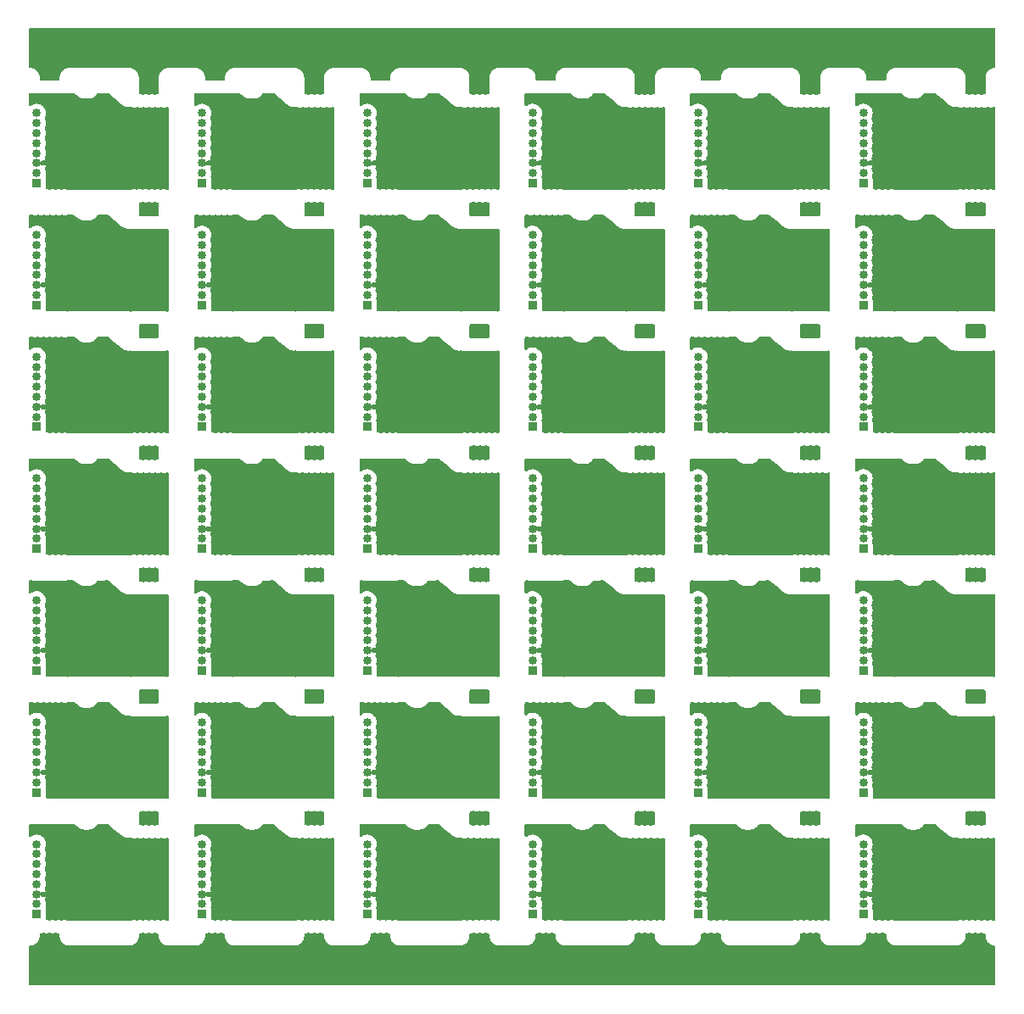
<source format=gbl>
%TF.GenerationSoftware,KiCad,Pcbnew,(6.0.2)*%
%TF.CreationDate,2022-02-28T22:32:22+01:00*%
%TF.ProjectId,microsd-breakout-6x7,6d696372-6f73-4642-9d62-7265616b6f75,rev?*%
%TF.SameCoordinates,Original*%
%TF.FileFunction,Copper,L2,Bot*%
%TF.FilePolarity,Positive*%
%FSLAX46Y46*%
G04 Gerber Fmt 4.6, Leading zero omitted, Abs format (unit mm)*
G04 Created by KiCad (PCBNEW (6.0.2)) date 2022-02-28 22:32:22*
%MOMM*%
%LPD*%
G01*
G04 APERTURE LIST*
%TA.AperFunction,ComponentPad*%
%ADD10R,0.850000X0.850000*%
%TD*%
%TA.AperFunction,ComponentPad*%
%ADD11O,0.850000X0.850000*%
%TD*%
G04 APERTURE END LIST*
D10*
%TO.P,J1,1,Pin_1*%
%TO.N,Board_11-Net-(J1-Pad1)*%
X126300117Y-66347830D03*
D11*
%TO.P,J1,2,Pin_2*%
%TO.N,Board_11-Net-(J1-Pad2)*%
X126300117Y-65347830D03*
%TO.P,J1,3,Pin_3*%
%TO.N,Board_11-Net-(J1-Pad3)*%
X126300117Y-64347830D03*
%TO.P,J1,4,Pin_4*%
%TO.N,Board_11-Net-(J1-Pad4)*%
X126300117Y-63347830D03*
%TO.P,J1,5,Pin_5*%
%TO.N,Board_11-Net-(J1-Pad5)*%
X126300117Y-62347830D03*
%TO.P,J1,6,Pin_6*%
%TO.N,Board_11-Net-(J1-Pad6)*%
X126300117Y-61347830D03*
%TO.P,J1,7,Pin_7*%
%TO.N,Board_11-Net-(J1-Pad7)*%
X126300117Y-60347830D03*
%TO.P,J1,8,Pin_8*%
%TO.N,Board_11-Net-(J1-Pad8)*%
X126300117Y-59347830D03*
%TD*%
D10*
%TO.P,J1,1,Pin_1*%
%TO.N,Board_12-Net-(J1-Pad1)*%
X43799987Y-78513062D03*
D11*
%TO.P,J1,2,Pin_2*%
%TO.N,Board_12-Net-(J1-Pad2)*%
X43799987Y-77513062D03*
%TO.P,J1,3,Pin_3*%
%TO.N,Board_12-Net-(J1-Pad3)*%
X43799987Y-76513062D03*
%TO.P,J1,4,Pin_4*%
%TO.N,Board_12-Net-(J1-Pad4)*%
X43799987Y-75513062D03*
%TO.P,J1,5,Pin_5*%
%TO.N,Board_12-Net-(J1-Pad5)*%
X43799987Y-74513062D03*
%TO.P,J1,6,Pin_6*%
%TO.N,Board_12-Net-(J1-Pad6)*%
X43799987Y-73513062D03*
%TO.P,J1,7,Pin_7*%
%TO.N,Board_12-Net-(J1-Pad7)*%
X43799987Y-72513062D03*
%TO.P,J1,8,Pin_8*%
%TO.N,Board_12-Net-(J1-Pad8)*%
X43799987Y-71513062D03*
%TD*%
D10*
%TO.P,J1,1,Pin_1*%
%TO.N,Board_4-Net-(J1-Pad1)*%
X109800091Y-54182598D03*
D11*
%TO.P,J1,2,Pin_2*%
%TO.N,Board_4-Net-(J1-Pad2)*%
X109800091Y-53182598D03*
%TO.P,J1,3,Pin_3*%
%TO.N,Board_4-Net-(J1-Pad3)*%
X109800091Y-52182598D03*
%TO.P,J1,4,Pin_4*%
%TO.N,Board_4-Net-(J1-Pad4)*%
X109800091Y-51182598D03*
%TO.P,J1,5,Pin_5*%
%TO.N,Board_4-Net-(J1-Pad5)*%
X109800091Y-50182598D03*
%TO.P,J1,6,Pin_6*%
%TO.N,Board_4-Net-(J1-Pad6)*%
X109800091Y-49182598D03*
%TO.P,J1,7,Pin_7*%
%TO.N,Board_4-Net-(J1-Pad7)*%
X109800091Y-48182598D03*
%TO.P,J1,8,Pin_8*%
%TO.N,Board_4-Net-(J1-Pad8)*%
X109800091Y-47182598D03*
%TD*%
D10*
%TO.P,J1,1,Pin_1*%
%TO.N,Board_40-Net-(J1-Pad1)*%
X109800091Y-127173990D03*
D11*
%TO.P,J1,2,Pin_2*%
%TO.N,Board_40-Net-(J1-Pad2)*%
X109800091Y-126173990D03*
%TO.P,J1,3,Pin_3*%
%TO.N,Board_40-Net-(J1-Pad3)*%
X109800091Y-125173990D03*
%TO.P,J1,4,Pin_4*%
%TO.N,Board_40-Net-(J1-Pad4)*%
X109800091Y-124173990D03*
%TO.P,J1,5,Pin_5*%
%TO.N,Board_40-Net-(J1-Pad5)*%
X109800091Y-123173990D03*
%TO.P,J1,6,Pin_6*%
%TO.N,Board_40-Net-(J1-Pad6)*%
X109800091Y-122173990D03*
%TO.P,J1,7,Pin_7*%
%TO.N,Board_40-Net-(J1-Pad7)*%
X109800091Y-121173990D03*
%TO.P,J1,8,Pin_8*%
%TO.N,Board_40-Net-(J1-Pad8)*%
X109800091Y-120173990D03*
%TD*%
D10*
%TO.P,J1,1,Pin_1*%
%TO.N,Board_1-Net-(J1-Pad1)*%
X60300013Y-54182598D03*
D11*
%TO.P,J1,2,Pin_2*%
%TO.N,Board_1-Net-(J1-Pad2)*%
X60300013Y-53182598D03*
%TO.P,J1,3,Pin_3*%
%TO.N,Board_1-Net-(J1-Pad3)*%
X60300013Y-52182598D03*
%TO.P,J1,4,Pin_4*%
%TO.N,Board_1-Net-(J1-Pad4)*%
X60300013Y-51182598D03*
%TO.P,J1,5,Pin_5*%
%TO.N,Board_1-Net-(J1-Pad5)*%
X60300013Y-50182598D03*
%TO.P,J1,6,Pin_6*%
%TO.N,Board_1-Net-(J1-Pad6)*%
X60300013Y-49182598D03*
%TO.P,J1,7,Pin_7*%
%TO.N,Board_1-Net-(J1-Pad7)*%
X60300013Y-48182598D03*
%TO.P,J1,8,Pin_8*%
%TO.N,Board_1-Net-(J1-Pad8)*%
X60300013Y-47182598D03*
%TD*%
D10*
%TO.P,J1,1,Pin_1*%
%TO.N,Board_10-Net-(J1-Pad1)*%
X109800091Y-66347830D03*
D11*
%TO.P,J1,2,Pin_2*%
%TO.N,Board_10-Net-(J1-Pad2)*%
X109800091Y-65347830D03*
%TO.P,J1,3,Pin_3*%
%TO.N,Board_10-Net-(J1-Pad3)*%
X109800091Y-64347830D03*
%TO.P,J1,4,Pin_4*%
%TO.N,Board_10-Net-(J1-Pad4)*%
X109800091Y-63347830D03*
%TO.P,J1,5,Pin_5*%
%TO.N,Board_10-Net-(J1-Pad5)*%
X109800091Y-62347830D03*
%TO.P,J1,6,Pin_6*%
%TO.N,Board_10-Net-(J1-Pad6)*%
X109800091Y-61347830D03*
%TO.P,J1,7,Pin_7*%
%TO.N,Board_10-Net-(J1-Pad7)*%
X109800091Y-60347830D03*
%TO.P,J1,8,Pin_8*%
%TO.N,Board_10-Net-(J1-Pad8)*%
X109800091Y-59347830D03*
%TD*%
D10*
%TO.P,J1,1,Pin_1*%
%TO.N,Board_33-Net-(J1-Pad1)*%
X93300065Y-115008758D03*
D11*
%TO.P,J1,2,Pin_2*%
%TO.N,Board_33-Net-(J1-Pad2)*%
X93300065Y-114008758D03*
%TO.P,J1,3,Pin_3*%
%TO.N,Board_33-Net-(J1-Pad3)*%
X93300065Y-113008758D03*
%TO.P,J1,4,Pin_4*%
%TO.N,Board_33-Net-(J1-Pad4)*%
X93300065Y-112008758D03*
%TO.P,J1,5,Pin_5*%
%TO.N,Board_33-Net-(J1-Pad5)*%
X93300065Y-111008758D03*
%TO.P,J1,6,Pin_6*%
%TO.N,Board_33-Net-(J1-Pad6)*%
X93300065Y-110008758D03*
%TO.P,J1,7,Pin_7*%
%TO.N,Board_33-Net-(J1-Pad7)*%
X93300065Y-109008758D03*
%TO.P,J1,8,Pin_8*%
%TO.N,Board_33-Net-(J1-Pad8)*%
X93300065Y-108008758D03*
%TD*%
D10*
%TO.P,J1,1,Pin_1*%
%TO.N,Board_36-Net-(J1-Pad1)*%
X43799987Y-127173990D03*
D11*
%TO.P,J1,2,Pin_2*%
%TO.N,Board_36-Net-(J1-Pad2)*%
X43799987Y-126173990D03*
%TO.P,J1,3,Pin_3*%
%TO.N,Board_36-Net-(J1-Pad3)*%
X43799987Y-125173990D03*
%TO.P,J1,4,Pin_4*%
%TO.N,Board_36-Net-(J1-Pad4)*%
X43799987Y-124173990D03*
%TO.P,J1,5,Pin_5*%
%TO.N,Board_36-Net-(J1-Pad5)*%
X43799987Y-123173990D03*
%TO.P,J1,6,Pin_6*%
%TO.N,Board_36-Net-(J1-Pad6)*%
X43799987Y-122173990D03*
%TO.P,J1,7,Pin_7*%
%TO.N,Board_36-Net-(J1-Pad7)*%
X43799987Y-121173990D03*
%TO.P,J1,8,Pin_8*%
%TO.N,Board_36-Net-(J1-Pad8)*%
X43799987Y-120173990D03*
%TD*%
D10*
%TO.P,J1,1,Pin_1*%
%TO.N,Board_6-Net-(J1-Pad1)*%
X43799987Y-66347830D03*
D11*
%TO.P,J1,2,Pin_2*%
%TO.N,Board_6-Net-(J1-Pad2)*%
X43799987Y-65347830D03*
%TO.P,J1,3,Pin_3*%
%TO.N,Board_6-Net-(J1-Pad3)*%
X43799987Y-64347830D03*
%TO.P,J1,4,Pin_4*%
%TO.N,Board_6-Net-(J1-Pad4)*%
X43799987Y-63347830D03*
%TO.P,J1,5,Pin_5*%
%TO.N,Board_6-Net-(J1-Pad5)*%
X43799987Y-62347830D03*
%TO.P,J1,6,Pin_6*%
%TO.N,Board_6-Net-(J1-Pad6)*%
X43799987Y-61347830D03*
%TO.P,J1,7,Pin_7*%
%TO.N,Board_6-Net-(J1-Pad7)*%
X43799987Y-60347830D03*
%TO.P,J1,8,Pin_8*%
%TO.N,Board_6-Net-(J1-Pad8)*%
X43799987Y-59347830D03*
%TD*%
D10*
%TO.P,J1,1,Pin_1*%
%TO.N,Board_41-Net-(J1-Pad1)*%
X126300117Y-127173990D03*
D11*
%TO.P,J1,2,Pin_2*%
%TO.N,Board_41-Net-(J1-Pad2)*%
X126300117Y-126173990D03*
%TO.P,J1,3,Pin_3*%
%TO.N,Board_41-Net-(J1-Pad3)*%
X126300117Y-125173990D03*
%TO.P,J1,4,Pin_4*%
%TO.N,Board_41-Net-(J1-Pad4)*%
X126300117Y-124173990D03*
%TO.P,J1,5,Pin_5*%
%TO.N,Board_41-Net-(J1-Pad5)*%
X126300117Y-123173990D03*
%TO.P,J1,6,Pin_6*%
%TO.N,Board_41-Net-(J1-Pad6)*%
X126300117Y-122173990D03*
%TO.P,J1,7,Pin_7*%
%TO.N,Board_41-Net-(J1-Pad7)*%
X126300117Y-121173990D03*
%TO.P,J1,8,Pin_8*%
%TO.N,Board_41-Net-(J1-Pad8)*%
X126300117Y-120173990D03*
%TD*%
D10*
%TO.P,J1,1,Pin_1*%
%TO.N,Board_18-Net-(J1-Pad1)*%
X43799987Y-90678294D03*
D11*
%TO.P,J1,2,Pin_2*%
%TO.N,Board_18-Net-(J1-Pad2)*%
X43799987Y-89678294D03*
%TO.P,J1,3,Pin_3*%
%TO.N,Board_18-Net-(J1-Pad3)*%
X43799987Y-88678294D03*
%TO.P,J1,4,Pin_4*%
%TO.N,Board_18-Net-(J1-Pad4)*%
X43799987Y-87678294D03*
%TO.P,J1,5,Pin_5*%
%TO.N,Board_18-Net-(J1-Pad5)*%
X43799987Y-86678294D03*
%TO.P,J1,6,Pin_6*%
%TO.N,Board_18-Net-(J1-Pad6)*%
X43799987Y-85678294D03*
%TO.P,J1,7,Pin_7*%
%TO.N,Board_18-Net-(J1-Pad7)*%
X43799987Y-84678294D03*
%TO.P,J1,8,Pin_8*%
%TO.N,Board_18-Net-(J1-Pad8)*%
X43799987Y-83678294D03*
%TD*%
D10*
%TO.P,J1,1,Pin_1*%
%TO.N,Board_17-Net-(J1-Pad1)*%
X126300117Y-78513062D03*
D11*
%TO.P,J1,2,Pin_2*%
%TO.N,Board_17-Net-(J1-Pad2)*%
X126300117Y-77513062D03*
%TO.P,J1,3,Pin_3*%
%TO.N,Board_17-Net-(J1-Pad3)*%
X126300117Y-76513062D03*
%TO.P,J1,4,Pin_4*%
%TO.N,Board_17-Net-(J1-Pad4)*%
X126300117Y-75513062D03*
%TO.P,J1,5,Pin_5*%
%TO.N,Board_17-Net-(J1-Pad5)*%
X126300117Y-74513062D03*
%TO.P,J1,6,Pin_6*%
%TO.N,Board_17-Net-(J1-Pad6)*%
X126300117Y-73513062D03*
%TO.P,J1,7,Pin_7*%
%TO.N,Board_17-Net-(J1-Pad7)*%
X126300117Y-72513062D03*
%TO.P,J1,8,Pin_8*%
%TO.N,Board_17-Net-(J1-Pad8)*%
X126300117Y-71513062D03*
%TD*%
D10*
%TO.P,J1,1,Pin_1*%
%TO.N,Board_14-Net-(J1-Pad1)*%
X76800039Y-78513062D03*
D11*
%TO.P,J1,2,Pin_2*%
%TO.N,Board_14-Net-(J1-Pad2)*%
X76800039Y-77513062D03*
%TO.P,J1,3,Pin_3*%
%TO.N,Board_14-Net-(J1-Pad3)*%
X76800039Y-76513062D03*
%TO.P,J1,4,Pin_4*%
%TO.N,Board_14-Net-(J1-Pad4)*%
X76800039Y-75513062D03*
%TO.P,J1,5,Pin_5*%
%TO.N,Board_14-Net-(J1-Pad5)*%
X76800039Y-74513062D03*
%TO.P,J1,6,Pin_6*%
%TO.N,Board_14-Net-(J1-Pad6)*%
X76800039Y-73513062D03*
%TO.P,J1,7,Pin_7*%
%TO.N,Board_14-Net-(J1-Pad7)*%
X76800039Y-72513062D03*
%TO.P,J1,8,Pin_8*%
%TO.N,Board_14-Net-(J1-Pad8)*%
X76800039Y-71513062D03*
%TD*%
D10*
%TO.P,J1,1,Pin_1*%
%TO.N,Board_15-Net-(J1-Pad1)*%
X93300065Y-78513062D03*
D11*
%TO.P,J1,2,Pin_2*%
%TO.N,Board_15-Net-(J1-Pad2)*%
X93300065Y-77513062D03*
%TO.P,J1,3,Pin_3*%
%TO.N,Board_15-Net-(J1-Pad3)*%
X93300065Y-76513062D03*
%TO.P,J1,4,Pin_4*%
%TO.N,Board_15-Net-(J1-Pad4)*%
X93300065Y-75513062D03*
%TO.P,J1,5,Pin_5*%
%TO.N,Board_15-Net-(J1-Pad5)*%
X93300065Y-74513062D03*
%TO.P,J1,6,Pin_6*%
%TO.N,Board_15-Net-(J1-Pad6)*%
X93300065Y-73513062D03*
%TO.P,J1,7,Pin_7*%
%TO.N,Board_15-Net-(J1-Pad7)*%
X93300065Y-72513062D03*
%TO.P,J1,8,Pin_8*%
%TO.N,Board_15-Net-(J1-Pad8)*%
X93300065Y-71513062D03*
%TD*%
D10*
%TO.P,J1,1,Pin_1*%
%TO.N,Board_29-Net-(J1-Pad1)*%
X126300117Y-102843526D03*
D11*
%TO.P,J1,2,Pin_2*%
%TO.N,Board_29-Net-(J1-Pad2)*%
X126300117Y-101843526D03*
%TO.P,J1,3,Pin_3*%
%TO.N,Board_29-Net-(J1-Pad3)*%
X126300117Y-100843526D03*
%TO.P,J1,4,Pin_4*%
%TO.N,Board_29-Net-(J1-Pad4)*%
X126300117Y-99843526D03*
%TO.P,J1,5,Pin_5*%
%TO.N,Board_29-Net-(J1-Pad5)*%
X126300117Y-98843526D03*
%TO.P,J1,6,Pin_6*%
%TO.N,Board_29-Net-(J1-Pad6)*%
X126300117Y-97843526D03*
%TO.P,J1,7,Pin_7*%
%TO.N,Board_29-Net-(J1-Pad7)*%
X126300117Y-96843526D03*
%TO.P,J1,8,Pin_8*%
%TO.N,Board_29-Net-(J1-Pad8)*%
X126300117Y-95843526D03*
%TD*%
D10*
%TO.P,J1,1,Pin_1*%
%TO.N,Board_9-Net-(J1-Pad1)*%
X93300065Y-66347830D03*
D11*
%TO.P,J1,2,Pin_2*%
%TO.N,Board_9-Net-(J1-Pad2)*%
X93300065Y-65347830D03*
%TO.P,J1,3,Pin_3*%
%TO.N,Board_9-Net-(J1-Pad3)*%
X93300065Y-64347830D03*
%TO.P,J1,4,Pin_4*%
%TO.N,Board_9-Net-(J1-Pad4)*%
X93300065Y-63347830D03*
%TO.P,J1,5,Pin_5*%
%TO.N,Board_9-Net-(J1-Pad5)*%
X93300065Y-62347830D03*
%TO.P,J1,6,Pin_6*%
%TO.N,Board_9-Net-(J1-Pad6)*%
X93300065Y-61347830D03*
%TO.P,J1,7,Pin_7*%
%TO.N,Board_9-Net-(J1-Pad7)*%
X93300065Y-60347830D03*
%TO.P,J1,8,Pin_8*%
%TO.N,Board_9-Net-(J1-Pad8)*%
X93300065Y-59347830D03*
%TD*%
D10*
%TO.P,J1,1,Pin_1*%
%TO.N,Board_27-Net-(J1-Pad1)*%
X93300065Y-102843526D03*
D11*
%TO.P,J1,2,Pin_2*%
%TO.N,Board_27-Net-(J1-Pad2)*%
X93300065Y-101843526D03*
%TO.P,J1,3,Pin_3*%
%TO.N,Board_27-Net-(J1-Pad3)*%
X93300065Y-100843526D03*
%TO.P,J1,4,Pin_4*%
%TO.N,Board_27-Net-(J1-Pad4)*%
X93300065Y-99843526D03*
%TO.P,J1,5,Pin_5*%
%TO.N,Board_27-Net-(J1-Pad5)*%
X93300065Y-98843526D03*
%TO.P,J1,6,Pin_6*%
%TO.N,Board_27-Net-(J1-Pad6)*%
X93300065Y-97843526D03*
%TO.P,J1,7,Pin_7*%
%TO.N,Board_27-Net-(J1-Pad7)*%
X93300065Y-96843526D03*
%TO.P,J1,8,Pin_8*%
%TO.N,Board_27-Net-(J1-Pad8)*%
X93300065Y-95843526D03*
%TD*%
D10*
%TO.P,J1,1,Pin_1*%
%TO.N,Board_31-Net-(J1-Pad1)*%
X60300013Y-115008758D03*
D11*
%TO.P,J1,2,Pin_2*%
%TO.N,Board_31-Net-(J1-Pad2)*%
X60300013Y-114008758D03*
%TO.P,J1,3,Pin_3*%
%TO.N,Board_31-Net-(J1-Pad3)*%
X60300013Y-113008758D03*
%TO.P,J1,4,Pin_4*%
%TO.N,Board_31-Net-(J1-Pad4)*%
X60300013Y-112008758D03*
%TO.P,J1,5,Pin_5*%
%TO.N,Board_31-Net-(J1-Pad5)*%
X60300013Y-111008758D03*
%TO.P,J1,6,Pin_6*%
%TO.N,Board_31-Net-(J1-Pad6)*%
X60300013Y-110008758D03*
%TO.P,J1,7,Pin_7*%
%TO.N,Board_31-Net-(J1-Pad7)*%
X60300013Y-109008758D03*
%TO.P,J1,8,Pin_8*%
%TO.N,Board_31-Net-(J1-Pad8)*%
X60300013Y-108008758D03*
%TD*%
D10*
%TO.P,J1,1,Pin_1*%
%TO.N,Board_25-Net-(J1-Pad1)*%
X60300013Y-102843526D03*
D11*
%TO.P,J1,2,Pin_2*%
%TO.N,Board_25-Net-(J1-Pad2)*%
X60300013Y-101843526D03*
%TO.P,J1,3,Pin_3*%
%TO.N,Board_25-Net-(J1-Pad3)*%
X60300013Y-100843526D03*
%TO.P,J1,4,Pin_4*%
%TO.N,Board_25-Net-(J1-Pad4)*%
X60300013Y-99843526D03*
%TO.P,J1,5,Pin_5*%
%TO.N,Board_25-Net-(J1-Pad5)*%
X60300013Y-98843526D03*
%TO.P,J1,6,Pin_6*%
%TO.N,Board_25-Net-(J1-Pad6)*%
X60300013Y-97843526D03*
%TO.P,J1,7,Pin_7*%
%TO.N,Board_25-Net-(J1-Pad7)*%
X60300013Y-96843526D03*
%TO.P,J1,8,Pin_8*%
%TO.N,Board_25-Net-(J1-Pad8)*%
X60300013Y-95843526D03*
%TD*%
D10*
%TO.P,J1,1,Pin_1*%
%TO.N,Board_23-Net-(J1-Pad1)*%
X126300117Y-90678294D03*
D11*
%TO.P,J1,2,Pin_2*%
%TO.N,Board_23-Net-(J1-Pad2)*%
X126300117Y-89678294D03*
%TO.P,J1,3,Pin_3*%
%TO.N,Board_23-Net-(J1-Pad3)*%
X126300117Y-88678294D03*
%TO.P,J1,4,Pin_4*%
%TO.N,Board_23-Net-(J1-Pad4)*%
X126300117Y-87678294D03*
%TO.P,J1,5,Pin_5*%
%TO.N,Board_23-Net-(J1-Pad5)*%
X126300117Y-86678294D03*
%TO.P,J1,6,Pin_6*%
%TO.N,Board_23-Net-(J1-Pad6)*%
X126300117Y-85678294D03*
%TO.P,J1,7,Pin_7*%
%TO.N,Board_23-Net-(J1-Pad7)*%
X126300117Y-84678294D03*
%TO.P,J1,8,Pin_8*%
%TO.N,Board_23-Net-(J1-Pad8)*%
X126300117Y-83678294D03*
%TD*%
D10*
%TO.P,J1,1,Pin_1*%
%TO.N,Board_38-Net-(J1-Pad1)*%
X76800039Y-127173990D03*
D11*
%TO.P,J1,2,Pin_2*%
%TO.N,Board_38-Net-(J1-Pad2)*%
X76800039Y-126173990D03*
%TO.P,J1,3,Pin_3*%
%TO.N,Board_38-Net-(J1-Pad3)*%
X76800039Y-125173990D03*
%TO.P,J1,4,Pin_4*%
%TO.N,Board_38-Net-(J1-Pad4)*%
X76800039Y-124173990D03*
%TO.P,J1,5,Pin_5*%
%TO.N,Board_38-Net-(J1-Pad5)*%
X76800039Y-123173990D03*
%TO.P,J1,6,Pin_6*%
%TO.N,Board_38-Net-(J1-Pad6)*%
X76800039Y-122173990D03*
%TO.P,J1,7,Pin_7*%
%TO.N,Board_38-Net-(J1-Pad7)*%
X76800039Y-121173990D03*
%TO.P,J1,8,Pin_8*%
%TO.N,Board_38-Net-(J1-Pad8)*%
X76800039Y-120173990D03*
%TD*%
D10*
%TO.P,J1,1,Pin_1*%
%TO.N,Board_34-Net-(J1-Pad1)*%
X109800091Y-115008758D03*
D11*
%TO.P,J1,2,Pin_2*%
%TO.N,Board_34-Net-(J1-Pad2)*%
X109800091Y-114008758D03*
%TO.P,J1,3,Pin_3*%
%TO.N,Board_34-Net-(J1-Pad3)*%
X109800091Y-113008758D03*
%TO.P,J1,4,Pin_4*%
%TO.N,Board_34-Net-(J1-Pad4)*%
X109800091Y-112008758D03*
%TO.P,J1,5,Pin_5*%
%TO.N,Board_34-Net-(J1-Pad5)*%
X109800091Y-111008758D03*
%TO.P,J1,6,Pin_6*%
%TO.N,Board_34-Net-(J1-Pad6)*%
X109800091Y-110008758D03*
%TO.P,J1,7,Pin_7*%
%TO.N,Board_34-Net-(J1-Pad7)*%
X109800091Y-109008758D03*
%TO.P,J1,8,Pin_8*%
%TO.N,Board_34-Net-(J1-Pad8)*%
X109800091Y-108008758D03*
%TD*%
D10*
%TO.P,J1,1,Pin_1*%
%TO.N,Board_8-Net-(J1-Pad1)*%
X76800039Y-66347830D03*
D11*
%TO.P,J1,2,Pin_2*%
%TO.N,Board_8-Net-(J1-Pad2)*%
X76800039Y-65347830D03*
%TO.P,J1,3,Pin_3*%
%TO.N,Board_8-Net-(J1-Pad3)*%
X76800039Y-64347830D03*
%TO.P,J1,4,Pin_4*%
%TO.N,Board_8-Net-(J1-Pad4)*%
X76800039Y-63347830D03*
%TO.P,J1,5,Pin_5*%
%TO.N,Board_8-Net-(J1-Pad5)*%
X76800039Y-62347830D03*
%TO.P,J1,6,Pin_6*%
%TO.N,Board_8-Net-(J1-Pad6)*%
X76800039Y-61347830D03*
%TO.P,J1,7,Pin_7*%
%TO.N,Board_8-Net-(J1-Pad7)*%
X76800039Y-60347830D03*
%TO.P,J1,8,Pin_8*%
%TO.N,Board_8-Net-(J1-Pad8)*%
X76800039Y-59347830D03*
%TD*%
D10*
%TO.P,J1,1,Pin_1*%
%TO.N,Board_20-Net-(J1-Pad1)*%
X76800039Y-90678294D03*
D11*
%TO.P,J1,2,Pin_2*%
%TO.N,Board_20-Net-(J1-Pad2)*%
X76800039Y-89678294D03*
%TO.P,J1,3,Pin_3*%
%TO.N,Board_20-Net-(J1-Pad3)*%
X76800039Y-88678294D03*
%TO.P,J1,4,Pin_4*%
%TO.N,Board_20-Net-(J1-Pad4)*%
X76800039Y-87678294D03*
%TO.P,J1,5,Pin_5*%
%TO.N,Board_20-Net-(J1-Pad5)*%
X76800039Y-86678294D03*
%TO.P,J1,6,Pin_6*%
%TO.N,Board_20-Net-(J1-Pad6)*%
X76800039Y-85678294D03*
%TO.P,J1,7,Pin_7*%
%TO.N,Board_20-Net-(J1-Pad7)*%
X76800039Y-84678294D03*
%TO.P,J1,8,Pin_8*%
%TO.N,Board_20-Net-(J1-Pad8)*%
X76800039Y-83678294D03*
%TD*%
D10*
%TO.P,J1,1,Pin_1*%
%TO.N,Board_5-Net-(J1-Pad1)*%
X126300117Y-54182598D03*
D11*
%TO.P,J1,2,Pin_2*%
%TO.N,Board_5-Net-(J1-Pad2)*%
X126300117Y-53182598D03*
%TO.P,J1,3,Pin_3*%
%TO.N,Board_5-Net-(J1-Pad3)*%
X126300117Y-52182598D03*
%TO.P,J1,4,Pin_4*%
%TO.N,Board_5-Net-(J1-Pad4)*%
X126300117Y-51182598D03*
%TO.P,J1,5,Pin_5*%
%TO.N,Board_5-Net-(J1-Pad5)*%
X126300117Y-50182598D03*
%TO.P,J1,6,Pin_6*%
%TO.N,Board_5-Net-(J1-Pad6)*%
X126300117Y-49182598D03*
%TO.P,J1,7,Pin_7*%
%TO.N,Board_5-Net-(J1-Pad7)*%
X126300117Y-48182598D03*
%TO.P,J1,8,Pin_8*%
%TO.N,Board_5-Net-(J1-Pad8)*%
X126300117Y-47182598D03*
%TD*%
D10*
%TO.P,J1,1,Pin_1*%
%TO.N,Board_24-Net-(J1-Pad1)*%
X43799987Y-102843526D03*
D11*
%TO.P,J1,2,Pin_2*%
%TO.N,Board_24-Net-(J1-Pad2)*%
X43799987Y-101843526D03*
%TO.P,J1,3,Pin_3*%
%TO.N,Board_24-Net-(J1-Pad3)*%
X43799987Y-100843526D03*
%TO.P,J1,4,Pin_4*%
%TO.N,Board_24-Net-(J1-Pad4)*%
X43799987Y-99843526D03*
%TO.P,J1,5,Pin_5*%
%TO.N,Board_24-Net-(J1-Pad5)*%
X43799987Y-98843526D03*
%TO.P,J1,6,Pin_6*%
%TO.N,Board_24-Net-(J1-Pad6)*%
X43799987Y-97843526D03*
%TO.P,J1,7,Pin_7*%
%TO.N,Board_24-Net-(J1-Pad7)*%
X43799987Y-96843526D03*
%TO.P,J1,8,Pin_8*%
%TO.N,Board_24-Net-(J1-Pad8)*%
X43799987Y-95843526D03*
%TD*%
D10*
%TO.P,J1,1,Pin_1*%
%TO.N,Board_22-Net-(J1-Pad1)*%
X109800091Y-90678294D03*
D11*
%TO.P,J1,2,Pin_2*%
%TO.N,Board_22-Net-(J1-Pad2)*%
X109800091Y-89678294D03*
%TO.P,J1,3,Pin_3*%
%TO.N,Board_22-Net-(J1-Pad3)*%
X109800091Y-88678294D03*
%TO.P,J1,4,Pin_4*%
%TO.N,Board_22-Net-(J1-Pad4)*%
X109800091Y-87678294D03*
%TO.P,J1,5,Pin_5*%
%TO.N,Board_22-Net-(J1-Pad5)*%
X109800091Y-86678294D03*
%TO.P,J1,6,Pin_6*%
%TO.N,Board_22-Net-(J1-Pad6)*%
X109800091Y-85678294D03*
%TO.P,J1,7,Pin_7*%
%TO.N,Board_22-Net-(J1-Pad7)*%
X109800091Y-84678294D03*
%TO.P,J1,8,Pin_8*%
%TO.N,Board_22-Net-(J1-Pad8)*%
X109800091Y-83678294D03*
%TD*%
D10*
%TO.P,J1,1,Pin_1*%
%TO.N,Board_7-Net-(J1-Pad1)*%
X60300013Y-66347830D03*
D11*
%TO.P,J1,2,Pin_2*%
%TO.N,Board_7-Net-(J1-Pad2)*%
X60300013Y-65347830D03*
%TO.P,J1,3,Pin_3*%
%TO.N,Board_7-Net-(J1-Pad3)*%
X60300013Y-64347830D03*
%TO.P,J1,4,Pin_4*%
%TO.N,Board_7-Net-(J1-Pad4)*%
X60300013Y-63347830D03*
%TO.P,J1,5,Pin_5*%
%TO.N,Board_7-Net-(J1-Pad5)*%
X60300013Y-62347830D03*
%TO.P,J1,6,Pin_6*%
%TO.N,Board_7-Net-(J1-Pad6)*%
X60300013Y-61347830D03*
%TO.P,J1,7,Pin_7*%
%TO.N,Board_7-Net-(J1-Pad7)*%
X60300013Y-60347830D03*
%TO.P,J1,8,Pin_8*%
%TO.N,Board_7-Net-(J1-Pad8)*%
X60300013Y-59347830D03*
%TD*%
D10*
%TO.P,J1,1,Pin_1*%
%TO.N,Board_32-Net-(J1-Pad1)*%
X76800039Y-115008758D03*
D11*
%TO.P,J1,2,Pin_2*%
%TO.N,Board_32-Net-(J1-Pad2)*%
X76800039Y-114008758D03*
%TO.P,J1,3,Pin_3*%
%TO.N,Board_32-Net-(J1-Pad3)*%
X76800039Y-113008758D03*
%TO.P,J1,4,Pin_4*%
%TO.N,Board_32-Net-(J1-Pad4)*%
X76800039Y-112008758D03*
%TO.P,J1,5,Pin_5*%
%TO.N,Board_32-Net-(J1-Pad5)*%
X76800039Y-111008758D03*
%TO.P,J1,6,Pin_6*%
%TO.N,Board_32-Net-(J1-Pad6)*%
X76800039Y-110008758D03*
%TO.P,J1,7,Pin_7*%
%TO.N,Board_32-Net-(J1-Pad7)*%
X76800039Y-109008758D03*
%TO.P,J1,8,Pin_8*%
%TO.N,Board_32-Net-(J1-Pad8)*%
X76800039Y-108008758D03*
%TD*%
D10*
%TO.P,J1,1,Pin_1*%
%TO.N,Board_2-Net-(J1-Pad1)*%
X76800039Y-54182598D03*
D11*
%TO.P,J1,2,Pin_2*%
%TO.N,Board_2-Net-(J1-Pad2)*%
X76800039Y-53182598D03*
%TO.P,J1,3,Pin_3*%
%TO.N,Board_2-Net-(J1-Pad3)*%
X76800039Y-52182598D03*
%TO.P,J1,4,Pin_4*%
%TO.N,Board_2-Net-(J1-Pad4)*%
X76800039Y-51182598D03*
%TO.P,J1,5,Pin_5*%
%TO.N,Board_2-Net-(J1-Pad5)*%
X76800039Y-50182598D03*
%TO.P,J1,6,Pin_6*%
%TO.N,Board_2-Net-(J1-Pad6)*%
X76800039Y-49182598D03*
%TO.P,J1,7,Pin_7*%
%TO.N,Board_2-Net-(J1-Pad7)*%
X76800039Y-48182598D03*
%TO.P,J1,8,Pin_8*%
%TO.N,Board_2-Net-(J1-Pad8)*%
X76800039Y-47182598D03*
%TD*%
D10*
%TO.P,J1,1,Pin_1*%
%TO.N,Board_13-Net-(J1-Pad1)*%
X60300013Y-78513062D03*
D11*
%TO.P,J1,2,Pin_2*%
%TO.N,Board_13-Net-(J1-Pad2)*%
X60300013Y-77513062D03*
%TO.P,J1,3,Pin_3*%
%TO.N,Board_13-Net-(J1-Pad3)*%
X60300013Y-76513062D03*
%TO.P,J1,4,Pin_4*%
%TO.N,Board_13-Net-(J1-Pad4)*%
X60300013Y-75513062D03*
%TO.P,J1,5,Pin_5*%
%TO.N,Board_13-Net-(J1-Pad5)*%
X60300013Y-74513062D03*
%TO.P,J1,6,Pin_6*%
%TO.N,Board_13-Net-(J1-Pad6)*%
X60300013Y-73513062D03*
%TO.P,J1,7,Pin_7*%
%TO.N,Board_13-Net-(J1-Pad7)*%
X60300013Y-72513062D03*
%TO.P,J1,8,Pin_8*%
%TO.N,Board_13-Net-(J1-Pad8)*%
X60300013Y-71513062D03*
%TD*%
D10*
%TO.P,J1,1,Pin_1*%
%TO.N,Board_37-Net-(J1-Pad1)*%
X60300013Y-127173990D03*
D11*
%TO.P,J1,2,Pin_2*%
%TO.N,Board_37-Net-(J1-Pad2)*%
X60300013Y-126173990D03*
%TO.P,J1,3,Pin_3*%
%TO.N,Board_37-Net-(J1-Pad3)*%
X60300013Y-125173990D03*
%TO.P,J1,4,Pin_4*%
%TO.N,Board_37-Net-(J1-Pad4)*%
X60300013Y-124173990D03*
%TO.P,J1,5,Pin_5*%
%TO.N,Board_37-Net-(J1-Pad5)*%
X60300013Y-123173990D03*
%TO.P,J1,6,Pin_6*%
%TO.N,Board_37-Net-(J1-Pad6)*%
X60300013Y-122173990D03*
%TO.P,J1,7,Pin_7*%
%TO.N,Board_37-Net-(J1-Pad7)*%
X60300013Y-121173990D03*
%TO.P,J1,8,Pin_8*%
%TO.N,Board_37-Net-(J1-Pad8)*%
X60300013Y-120173990D03*
%TD*%
D10*
%TO.P,J1,1,Pin_1*%
%TO.N,Board_28-Net-(J1-Pad1)*%
X109800091Y-102843526D03*
D11*
%TO.P,J1,2,Pin_2*%
%TO.N,Board_28-Net-(J1-Pad2)*%
X109800091Y-101843526D03*
%TO.P,J1,3,Pin_3*%
%TO.N,Board_28-Net-(J1-Pad3)*%
X109800091Y-100843526D03*
%TO.P,J1,4,Pin_4*%
%TO.N,Board_28-Net-(J1-Pad4)*%
X109800091Y-99843526D03*
%TO.P,J1,5,Pin_5*%
%TO.N,Board_28-Net-(J1-Pad5)*%
X109800091Y-98843526D03*
%TO.P,J1,6,Pin_6*%
%TO.N,Board_28-Net-(J1-Pad6)*%
X109800091Y-97843526D03*
%TO.P,J1,7,Pin_7*%
%TO.N,Board_28-Net-(J1-Pad7)*%
X109800091Y-96843526D03*
%TO.P,J1,8,Pin_8*%
%TO.N,Board_28-Net-(J1-Pad8)*%
X109800091Y-95843526D03*
%TD*%
D10*
%TO.P,J1,1,Pin_1*%
%TO.N,Board_30-Net-(J1-Pad1)*%
X43799987Y-115008758D03*
D11*
%TO.P,J1,2,Pin_2*%
%TO.N,Board_30-Net-(J1-Pad2)*%
X43799987Y-114008758D03*
%TO.P,J1,3,Pin_3*%
%TO.N,Board_30-Net-(J1-Pad3)*%
X43799987Y-113008758D03*
%TO.P,J1,4,Pin_4*%
%TO.N,Board_30-Net-(J1-Pad4)*%
X43799987Y-112008758D03*
%TO.P,J1,5,Pin_5*%
%TO.N,Board_30-Net-(J1-Pad5)*%
X43799987Y-111008758D03*
%TO.P,J1,6,Pin_6*%
%TO.N,Board_30-Net-(J1-Pad6)*%
X43799987Y-110008758D03*
%TO.P,J1,7,Pin_7*%
%TO.N,Board_30-Net-(J1-Pad7)*%
X43799987Y-109008758D03*
%TO.P,J1,8,Pin_8*%
%TO.N,Board_30-Net-(J1-Pad8)*%
X43799987Y-108008758D03*
%TD*%
D10*
%TO.P,J1,1,Pin_1*%
%TO.N,Board_16-Net-(J1-Pad1)*%
X109800091Y-78513062D03*
D11*
%TO.P,J1,2,Pin_2*%
%TO.N,Board_16-Net-(J1-Pad2)*%
X109800091Y-77513062D03*
%TO.P,J1,3,Pin_3*%
%TO.N,Board_16-Net-(J1-Pad3)*%
X109800091Y-76513062D03*
%TO.P,J1,4,Pin_4*%
%TO.N,Board_16-Net-(J1-Pad4)*%
X109800091Y-75513062D03*
%TO.P,J1,5,Pin_5*%
%TO.N,Board_16-Net-(J1-Pad5)*%
X109800091Y-74513062D03*
%TO.P,J1,6,Pin_6*%
%TO.N,Board_16-Net-(J1-Pad6)*%
X109800091Y-73513062D03*
%TO.P,J1,7,Pin_7*%
%TO.N,Board_16-Net-(J1-Pad7)*%
X109800091Y-72513062D03*
%TO.P,J1,8,Pin_8*%
%TO.N,Board_16-Net-(J1-Pad8)*%
X109800091Y-71513062D03*
%TD*%
D10*
%TO.P,J1,1,Pin_1*%
%TO.N,Board_26-Net-(J1-Pad1)*%
X76800039Y-102843526D03*
D11*
%TO.P,J1,2,Pin_2*%
%TO.N,Board_26-Net-(J1-Pad2)*%
X76800039Y-101843526D03*
%TO.P,J1,3,Pin_3*%
%TO.N,Board_26-Net-(J1-Pad3)*%
X76800039Y-100843526D03*
%TO.P,J1,4,Pin_4*%
%TO.N,Board_26-Net-(J1-Pad4)*%
X76800039Y-99843526D03*
%TO.P,J1,5,Pin_5*%
%TO.N,Board_26-Net-(J1-Pad5)*%
X76800039Y-98843526D03*
%TO.P,J1,6,Pin_6*%
%TO.N,Board_26-Net-(J1-Pad6)*%
X76800039Y-97843526D03*
%TO.P,J1,7,Pin_7*%
%TO.N,Board_26-Net-(J1-Pad7)*%
X76800039Y-96843526D03*
%TO.P,J1,8,Pin_8*%
%TO.N,Board_26-Net-(J1-Pad8)*%
X76800039Y-95843526D03*
%TD*%
D10*
%TO.P,J1,1,Pin_1*%
%TO.N,Board_3-Net-(J1-Pad1)*%
X93300065Y-54182598D03*
D11*
%TO.P,J1,2,Pin_2*%
%TO.N,Board_3-Net-(J1-Pad2)*%
X93300065Y-53182598D03*
%TO.P,J1,3,Pin_3*%
%TO.N,Board_3-Net-(J1-Pad3)*%
X93300065Y-52182598D03*
%TO.P,J1,4,Pin_4*%
%TO.N,Board_3-Net-(J1-Pad4)*%
X93300065Y-51182598D03*
%TO.P,J1,5,Pin_5*%
%TO.N,Board_3-Net-(J1-Pad5)*%
X93300065Y-50182598D03*
%TO.P,J1,6,Pin_6*%
%TO.N,Board_3-Net-(J1-Pad6)*%
X93300065Y-49182598D03*
%TO.P,J1,7,Pin_7*%
%TO.N,Board_3-Net-(J1-Pad7)*%
X93300065Y-48182598D03*
%TO.P,J1,8,Pin_8*%
%TO.N,Board_3-Net-(J1-Pad8)*%
X93300065Y-47182598D03*
%TD*%
D10*
%TO.P,J1,1,Pin_1*%
%TO.N,Board_35-Net-(J1-Pad1)*%
X126300117Y-115008758D03*
D11*
%TO.P,J1,2,Pin_2*%
%TO.N,Board_35-Net-(J1-Pad2)*%
X126300117Y-114008758D03*
%TO.P,J1,3,Pin_3*%
%TO.N,Board_35-Net-(J1-Pad3)*%
X126300117Y-113008758D03*
%TO.P,J1,4,Pin_4*%
%TO.N,Board_35-Net-(J1-Pad4)*%
X126300117Y-112008758D03*
%TO.P,J1,5,Pin_5*%
%TO.N,Board_35-Net-(J1-Pad5)*%
X126300117Y-111008758D03*
%TO.P,J1,6,Pin_6*%
%TO.N,Board_35-Net-(J1-Pad6)*%
X126300117Y-110008758D03*
%TO.P,J1,7,Pin_7*%
%TO.N,Board_35-Net-(J1-Pad7)*%
X126300117Y-109008758D03*
%TO.P,J1,8,Pin_8*%
%TO.N,Board_35-Net-(J1-Pad8)*%
X126300117Y-108008758D03*
%TD*%
D10*
%TO.P,J1,1,Pin_1*%
%TO.N,Board_19-Net-(J1-Pad1)*%
X60300013Y-90678294D03*
D11*
%TO.P,J1,2,Pin_2*%
%TO.N,Board_19-Net-(J1-Pad2)*%
X60300013Y-89678294D03*
%TO.P,J1,3,Pin_3*%
%TO.N,Board_19-Net-(J1-Pad3)*%
X60300013Y-88678294D03*
%TO.P,J1,4,Pin_4*%
%TO.N,Board_19-Net-(J1-Pad4)*%
X60300013Y-87678294D03*
%TO.P,J1,5,Pin_5*%
%TO.N,Board_19-Net-(J1-Pad5)*%
X60300013Y-86678294D03*
%TO.P,J1,6,Pin_6*%
%TO.N,Board_19-Net-(J1-Pad6)*%
X60300013Y-85678294D03*
%TO.P,J1,7,Pin_7*%
%TO.N,Board_19-Net-(J1-Pad7)*%
X60300013Y-84678294D03*
%TO.P,J1,8,Pin_8*%
%TO.N,Board_19-Net-(J1-Pad8)*%
X60300013Y-83678294D03*
%TD*%
D10*
%TO.P,J1,1,Pin_1*%
%TO.N,Board_21-Net-(J1-Pad1)*%
X93300065Y-90678294D03*
D11*
%TO.P,J1,2,Pin_2*%
%TO.N,Board_21-Net-(J1-Pad2)*%
X93300065Y-89678294D03*
%TO.P,J1,3,Pin_3*%
%TO.N,Board_21-Net-(J1-Pad3)*%
X93300065Y-88678294D03*
%TO.P,J1,4,Pin_4*%
%TO.N,Board_21-Net-(J1-Pad4)*%
X93300065Y-87678294D03*
%TO.P,J1,5,Pin_5*%
%TO.N,Board_21-Net-(J1-Pad5)*%
X93300065Y-86678294D03*
%TO.P,J1,6,Pin_6*%
%TO.N,Board_21-Net-(J1-Pad6)*%
X93300065Y-85678294D03*
%TO.P,J1,7,Pin_7*%
%TO.N,Board_21-Net-(J1-Pad7)*%
X93300065Y-84678294D03*
%TO.P,J1,8,Pin_8*%
%TO.N,Board_21-Net-(J1-Pad8)*%
X93300065Y-83678294D03*
%TD*%
D10*
%TO.P,J1,1,Pin_1*%
%TO.N,Board_0-Net-(J1-Pad1)*%
X43799987Y-54182598D03*
D11*
%TO.P,J1,2,Pin_2*%
%TO.N,Board_0-Net-(J1-Pad2)*%
X43799987Y-53182598D03*
%TO.P,J1,3,Pin_3*%
%TO.N,Board_0-Net-(J1-Pad3)*%
X43799987Y-52182598D03*
%TO.P,J1,4,Pin_4*%
%TO.N,Board_0-Net-(J1-Pad4)*%
X43799987Y-51182598D03*
%TO.P,J1,5,Pin_5*%
%TO.N,Board_0-Net-(J1-Pad5)*%
X43799987Y-50182598D03*
%TO.P,J1,6,Pin_6*%
%TO.N,Board_0-Net-(J1-Pad6)*%
X43799987Y-49182598D03*
%TO.P,J1,7,Pin_7*%
%TO.N,Board_0-Net-(J1-Pad7)*%
X43799987Y-48182598D03*
%TO.P,J1,8,Pin_8*%
%TO.N,Board_0-Net-(J1-Pad8)*%
X43799987Y-47182598D03*
%TD*%
D10*
%TO.P,J1,1,Pin_1*%
%TO.N,Board_39-Net-(J1-Pad1)*%
X93300065Y-127173990D03*
D11*
%TO.P,J1,2,Pin_2*%
%TO.N,Board_39-Net-(J1-Pad2)*%
X93300065Y-126173990D03*
%TO.P,J1,3,Pin_3*%
%TO.N,Board_39-Net-(J1-Pad3)*%
X93300065Y-125173990D03*
%TO.P,J1,4,Pin_4*%
%TO.N,Board_39-Net-(J1-Pad4)*%
X93300065Y-124173990D03*
%TO.P,J1,5,Pin_5*%
%TO.N,Board_39-Net-(J1-Pad5)*%
X93300065Y-123173990D03*
%TO.P,J1,6,Pin_6*%
%TO.N,Board_39-Net-(J1-Pad6)*%
X93300065Y-122173990D03*
%TO.P,J1,7,Pin_7*%
%TO.N,Board_39-Net-(J1-Pad7)*%
X93300065Y-121173990D03*
%TO.P,J1,8,Pin_8*%
%TO.N,Board_39-Net-(J1-Pad8)*%
X93300065Y-120173990D03*
%TD*%
%TA.AperFunction,NonConductor*%
G36*
X139435112Y-38700002D02*
G01*
X139481605Y-38753658D01*
X139492991Y-38806002D01*
X139492933Y-42545700D01*
X139472930Y-42613820D01*
X139419274Y-42660312D01*
X139380822Y-42670930D01*
X139368812Y-42672262D01*
X139361744Y-42672845D01*
X139339848Y-42674032D01*
X139335089Y-42675039D01*
X139335085Y-42675040D01*
X139331594Y-42675779D01*
X139319402Y-42677741D01*
X139318554Y-42677835D01*
X139318548Y-42677836D01*
X139314095Y-42678330D01*
X139309762Y-42679449D01*
X139309750Y-42679451D01*
X139295076Y-42683240D01*
X139279639Y-42686213D01*
X139272415Y-42687141D01*
X139272401Y-42687144D01*
X139267583Y-42687763D01*
X139262907Y-42689119D01*
X139252002Y-42692281D01*
X139243013Y-42694533D01*
X139234534Y-42696328D01*
X139234525Y-42696331D01*
X139230154Y-42697256D01*
X139225951Y-42698794D01*
X139225952Y-42698794D01*
X139220378Y-42700834D01*
X139203795Y-42705644D01*
X139195260Y-42707496D01*
X139195256Y-42707497D01*
X139190511Y-42708527D01*
X139179000Y-42712967D01*
X139168747Y-42716424D01*
X139164200Y-42717742D01*
X139164192Y-42717745D01*
X139159895Y-42718991D01*
X139155814Y-42720835D01*
X139155807Y-42720838D01*
X139142804Y-42726715D01*
X139136251Y-42729457D01*
X139126038Y-42733396D01*
X139119364Y-42735757D01*
X139103128Y-42740992D01*
X139103118Y-42740996D01*
X139098491Y-42742488D01*
X139090966Y-42746276D01*
X139079656Y-42751289D01*
X139078867Y-42751593D01*
X139078863Y-42751595D01*
X139074689Y-42753205D01*
X139054743Y-42764373D01*
X139049846Y-42766975D01*
X139036785Y-42773549D01*
X139030363Y-42776558D01*
X139014727Y-42783354D01*
X139014720Y-42783357D01*
X139010256Y-42785298D01*
X139006140Y-42787905D01*
X139006135Y-42787907D01*
X139003118Y-42789817D01*
X138992375Y-42795903D01*
X138992173Y-42796005D01*
X138987606Y-42798304D01*
X138973970Y-42807806D01*
X138968871Y-42811359D01*
X138964248Y-42814431D01*
X138948765Y-42824236D01*
X138944033Y-42827089D01*
X138921445Y-42840037D01*
X138917645Y-42843078D01*
X138916961Y-42843544D01*
X138912711Y-42846576D01*
X138912769Y-42846655D01*
X138909171Y-42849309D01*
X138905375Y-42851713D01*
X138901960Y-42854629D01*
X138884763Y-42869313D01*
X138881676Y-42871865D01*
X138852487Y-42895226D01*
X138849327Y-42897674D01*
X138847990Y-42898676D01*
X138825101Y-42915833D01*
X138821707Y-42919312D01*
X138821381Y-42919598D01*
X138818350Y-42922548D01*
X138815148Y-42925110D01*
X138793721Y-42947945D01*
X138793363Y-42948326D01*
X138791682Y-42950082D01*
X138769918Y-42972388D01*
X138765895Y-42976511D01*
X138761942Y-42980389D01*
X138742951Y-42998210D01*
X138739951Y-43002053D01*
X138739395Y-43002663D01*
X138735967Y-43006588D01*
X138736041Y-43006651D01*
X138733152Y-43010067D01*
X138730019Y-43013278D01*
X138727376Y-43016896D01*
X138727372Y-43016901D01*
X138714034Y-43035161D01*
X138711620Y-43038357D01*
X138698173Y-43055588D01*
X138694669Y-43059880D01*
X138677777Y-43079665D01*
X138675225Y-43083806D01*
X138674743Y-43084468D01*
X138671754Y-43088767D01*
X138671834Y-43088821D01*
X138669332Y-43092546D01*
X138666577Y-43096076D01*
X138664351Y-43099961D01*
X138664349Y-43099963D01*
X138653096Y-43119597D01*
X138651050Y-43123039D01*
X138647618Y-43128609D01*
X138633583Y-43151387D01*
X138633306Y-43151836D01*
X138630294Y-43156492D01*
X138618503Y-43173867D01*
X138615672Y-43178038D01*
X138613593Y-43182433D01*
X138613183Y-43183151D01*
X138610692Y-43187745D01*
X138610777Y-43187790D01*
X138608703Y-43191762D01*
X138606354Y-43195575D01*
X138604571Y-43199678D01*
X138604566Y-43199687D01*
X138595550Y-43220430D01*
X138593898Y-43224072D01*
X138586130Y-43240497D01*
X138582933Y-43246793D01*
X138572446Y-43266078D01*
X138569602Y-43274028D01*
X138564877Y-43285434D01*
X138562594Y-43290260D01*
X138561272Y-43294540D01*
X138561271Y-43294543D01*
X138555849Y-43312099D01*
X138554096Y-43317360D01*
X138549169Y-43331132D01*
X138546591Y-43337744D01*
X138538057Y-43357935D01*
X138536875Y-43362653D01*
X138536875Y-43362654D01*
X138536011Y-43366104D01*
X138532419Y-43377945D01*
X138530624Y-43382961D01*
X138529728Y-43387350D01*
X138526051Y-43405362D01*
X138524825Y-43410758D01*
X138523017Y-43417977D01*
X138522183Y-43421306D01*
X138519802Y-43429592D01*
X138516308Y-43440354D01*
X138514269Y-43446633D01*
X138513498Y-43451428D01*
X138513494Y-43451443D01*
X138512308Y-43458817D01*
X138510131Y-43469420D01*
X138509185Y-43473198D01*
X138507893Y-43478355D01*
X138507430Y-43482822D01*
X138507429Y-43482830D01*
X138506233Y-43494374D01*
X138503641Y-43509880D01*
X138500089Y-43525182D01*
X138499731Y-43530032D01*
X138499731Y-43530034D01*
X138499182Y-43537480D01*
X138497923Y-43548226D01*
X138497563Y-43550466D01*
X138496458Y-43557334D01*
X138496380Y-43561814D01*
X138496380Y-43561819D01*
X138496133Y-43576102D01*
X138495813Y-43583153D01*
X138495756Y-43583923D01*
X138495568Y-43586486D01*
X138494405Y-43596641D01*
X138492268Y-43610358D01*
X138492268Y-43615215D01*
X138492267Y-43615222D01*
X138492266Y-43626616D01*
X138491925Y-43635861D01*
X138491549Y-43640969D01*
X138490958Y-43648986D01*
X138491968Y-43663670D01*
X138492264Y-43672299D01*
X138492197Y-44534057D01*
X138492147Y-45176510D01*
X138472140Y-45244629D01*
X138418480Y-45291118D01*
X138366147Y-45302500D01*
X138358685Y-45302500D01*
X138310989Y-45308525D01*
X138242918Y-45317124D01*
X138242915Y-45317125D01*
X138235053Y-45318118D01*
X138152141Y-45350945D01*
X138081442Y-45357424D01*
X138059264Y-45349369D01*
X138058772Y-45350613D01*
X138051399Y-45347694D01*
X138044454Y-45343876D01*
X137883305Y-45302500D01*
X137758685Y-45302500D01*
X137710989Y-45308525D01*
X137642918Y-45317124D01*
X137642915Y-45317125D01*
X137635053Y-45318118D01*
X137552141Y-45350945D01*
X137481442Y-45357424D01*
X137459264Y-45349369D01*
X137458772Y-45350613D01*
X137451399Y-45347694D01*
X137444454Y-45343876D01*
X137283305Y-45302500D01*
X137158685Y-45302500D01*
X137110989Y-45308525D01*
X137042918Y-45317124D01*
X137042915Y-45317125D01*
X137035053Y-45318118D01*
X136952141Y-45350945D01*
X136881442Y-45357424D01*
X136859264Y-45349369D01*
X136858772Y-45350613D01*
X136851399Y-45347694D01*
X136844454Y-45343876D01*
X136683305Y-45302500D01*
X136634117Y-45302500D01*
X136565996Y-45282498D01*
X136519503Y-45228842D01*
X136508117Y-45176500D01*
X136508117Y-43695901D01*
X136508816Y-43682644D01*
X136508935Y-43681517D01*
X136509447Y-43676680D01*
X136508269Y-43652688D01*
X136508117Y-43646509D01*
X136508117Y-43625584D01*
X136507178Y-43619031D01*
X136505908Y-43600254D01*
X136505935Y-43596642D01*
X136506015Y-43585453D01*
X136506030Y-43583446D01*
X136506030Y-43583445D01*
X136506065Y-43578588D01*
X136504828Y-43570244D01*
X136503617Y-43557942D01*
X136503576Y-43557108D01*
X136503356Y-43552627D01*
X136498999Y-43530132D01*
X136498079Y-43524746D01*
X136496478Y-43513954D01*
X136495507Y-43505391D01*
X136494481Y-43492383D01*
X136494098Y-43487527D01*
X136492973Y-43482790D01*
X136492972Y-43482783D01*
X136491251Y-43475537D01*
X136489205Y-43464909D01*
X136488510Y-43460224D01*
X136488509Y-43460218D01*
X136487852Y-43455791D01*
X136483951Y-43442694D01*
X136480168Y-43425850D01*
X136479470Y-43421306D01*
X136478596Y-43415612D01*
X136477000Y-43410575D01*
X136473694Y-43400138D01*
X136471222Y-43391209D01*
X136468189Y-43378436D01*
X136465259Y-43371001D01*
X136459687Y-43353032D01*
X136458944Y-43349798D01*
X136458940Y-43349785D01*
X136457852Y-43345052D01*
X136451810Y-43329944D01*
X136448696Y-43321238D01*
X136444732Y-43308724D01*
X136442390Y-43303863D01*
X136440210Y-43299338D01*
X136433802Y-43283315D01*
X136431124Y-43275011D01*
X136431120Y-43275001D01*
X136429628Y-43270374D01*
X136424089Y-43259370D01*
X136419651Y-43249523D01*
X136416220Y-43240942D01*
X136406836Y-43224653D01*
X136403483Y-43218434D01*
X136401224Y-43213947D01*
X136398565Y-43208665D01*
X136395556Y-43202243D01*
X136394445Y-43199687D01*
X136386818Y-43182139D01*
X136384209Y-43178018D01*
X136382299Y-43175001D01*
X136376213Y-43164258D01*
X136375829Y-43163496D01*
X136373812Y-43159489D01*
X136371251Y-43155814D01*
X136371247Y-43155807D01*
X136360755Y-43140750D01*
X136357684Y-43136130D01*
X136351869Y-43126948D01*
X136347498Y-43119491D01*
X136341306Y-43108045D01*
X136341299Y-43108034D01*
X136338985Y-43103757D01*
X136331510Y-43093932D01*
X136325345Y-43085062D01*
X136322806Y-43081051D01*
X136322798Y-43081040D01*
X136320403Y-43077258D01*
X136311536Y-43066874D01*
X136301250Y-43053005D01*
X136298292Y-43048386D01*
X136295668Y-43044288D01*
X136284916Y-43032128D01*
X136279057Y-43024989D01*
X136271094Y-43014523D01*
X136267246Y-43010730D01*
X136263673Y-43007209D01*
X136252233Y-42994272D01*
X136246920Y-42987362D01*
X136246912Y-42987353D01*
X136243947Y-42983497D01*
X136240425Y-42980144D01*
X136240418Y-42980136D01*
X136235016Y-42974993D01*
X136227507Y-42967203D01*
X136224368Y-42963653D01*
X136224366Y-42963651D01*
X136221395Y-42960291D01*
X136217022Y-42956574D01*
X136207098Y-42948138D01*
X136201832Y-42943400D01*
X136196625Y-42938443D01*
X136190592Y-42932290D01*
X136181794Y-42922681D01*
X136181792Y-42922679D01*
X136178504Y-42919088D01*
X136174708Y-42916050D01*
X136174703Y-42916045D01*
X136168869Y-42911376D01*
X136160727Y-42904265D01*
X136157320Y-42901022D01*
X136154039Y-42897898D01*
X136142911Y-42889977D01*
X136129571Y-42879029D01*
X136122029Y-42871922D01*
X136108649Y-42862743D01*
X136101211Y-42857226D01*
X136094467Y-42851828D01*
X136094466Y-42851827D01*
X136090965Y-42849025D01*
X136081973Y-42843724D01*
X136067743Y-42833961D01*
X136066695Y-42833131D01*
X136057096Y-42825528D01*
X136046365Y-42819448D01*
X136037199Y-42813723D01*
X136029571Y-42808490D01*
X136012748Y-42800175D01*
X136006478Y-42796852D01*
X136000263Y-42793331D01*
X135992904Y-42788823D01*
X135992042Y-42788253D01*
X135982949Y-42782244D01*
X135982009Y-42781623D01*
X135977952Y-42778942D01*
X135973531Y-42776917D01*
X135973527Y-42776915D01*
X135966749Y-42773811D01*
X135957111Y-42768886D01*
X135949084Y-42764338D01*
X135944918Y-42762707D01*
X135944912Y-42762704D01*
X135934097Y-42758470D01*
X135919841Y-42751835D01*
X135914050Y-42748686D01*
X135906038Y-42744329D01*
X135894408Y-42740168D01*
X135884397Y-42736092D01*
X135880093Y-42734120D01*
X135880086Y-42734117D01*
X135876011Y-42732251D01*
X135871707Y-42730979D01*
X135871703Y-42730978D01*
X135858031Y-42726939D01*
X135851274Y-42724734D01*
X135844523Y-42722318D01*
X135836513Y-42719139D01*
X135820094Y-42711960D01*
X135815386Y-42710719D01*
X135808164Y-42708815D01*
X135797838Y-42705613D01*
X135793383Y-42704019D01*
X135793374Y-42704016D01*
X135789155Y-42702507D01*
X135775766Y-42699774D01*
X135759126Y-42695169D01*
X135749362Y-42691731D01*
X135744576Y-42690840D01*
X135744569Y-42690838D01*
X135733412Y-42688761D01*
X135724390Y-42686736D01*
X135711671Y-42683384D01*
X135707223Y-42682868D01*
X135707222Y-42682868D01*
X135701315Y-42682183D01*
X135684339Y-42679023D01*
X135671202Y-42675631D01*
X135659818Y-42674510D01*
X135658927Y-42674422D01*
X135648218Y-42672901D01*
X135646886Y-42672653D01*
X135639131Y-42671209D01*
X135620396Y-42670425D01*
X135613328Y-42669930D01*
X135602449Y-42668858D01*
X135595433Y-42667967D01*
X135573787Y-42664594D01*
X135568919Y-42664594D01*
X135568910Y-42664593D01*
X135565334Y-42664593D01*
X135553002Y-42663987D01*
X135552125Y-42663901D01*
X135547660Y-42663461D01*
X135543189Y-42663658D01*
X135543184Y-42663658D01*
X135534016Y-42664063D01*
X135524836Y-42664467D01*
X135519300Y-42664589D01*
X129620178Y-42664003D01*
X129608473Y-42663456D01*
X129607167Y-42663334D01*
X129598562Y-42662530D01*
X129578495Y-42663762D01*
X129570789Y-42663998D01*
X129553751Y-42663996D01*
X129549321Y-42664630D01*
X129549306Y-42664631D01*
X129543076Y-42665523D01*
X129532955Y-42666556D01*
X129510316Y-42667946D01*
X129506392Y-42668125D01*
X129476056Y-42669024D01*
X129471268Y-42669915D01*
X129470860Y-42669959D01*
X129466699Y-42670623D01*
X129462608Y-42670874D01*
X129458229Y-42671778D01*
X129458227Y-42671778D01*
X129452530Y-42672954D01*
X129431404Y-42677314D01*
X129429081Y-42677770D01*
X129396315Y-42683871D01*
X129389355Y-42684965D01*
X129367583Y-42687763D01*
X129362904Y-42689120D01*
X129362899Y-42689121D01*
X129359489Y-42690110D01*
X129347456Y-42692968D01*
X129342208Y-42693945D01*
X129323620Y-42700236D01*
X129308429Y-42704340D01*
X129301288Y-42705798D01*
X129301279Y-42705801D01*
X129296512Y-42706774D01*
X129291954Y-42708468D01*
X129291945Y-42708471D01*
X129281312Y-42712424D01*
X129272503Y-42715334D01*
X129264212Y-42717738D01*
X129264196Y-42717744D01*
X129259895Y-42718991D01*
X129248456Y-42724161D01*
X129233758Y-42729728D01*
X129226184Y-42732068D01*
X129215346Y-42735416D01*
X129210970Y-42737552D01*
X129207780Y-42739109D01*
X129196408Y-42743984D01*
X129195617Y-42744278D01*
X129195613Y-42744280D01*
X129191413Y-42745841D01*
X129171336Y-42756761D01*
X129166411Y-42759301D01*
X129135945Y-42774170D01*
X129132401Y-42775830D01*
X129104754Y-42788253D01*
X129100668Y-42790911D01*
X129100314Y-42791104D01*
X129096694Y-42793328D01*
X129092994Y-42795134D01*
X129089294Y-42797645D01*
X129089279Y-42797654D01*
X129066687Y-42812989D01*
X129064695Y-42814313D01*
X129030679Y-42836442D01*
X129027358Y-42838528D01*
X129025425Y-42839700D01*
X129005594Y-42851723D01*
X129005589Y-42851727D01*
X129001437Y-42854244D01*
X128997717Y-42857374D01*
X128997381Y-42857615D01*
X128994069Y-42860258D01*
X128990630Y-42862496D01*
X128987266Y-42865441D01*
X128987264Y-42865442D01*
X128966694Y-42883447D01*
X128964834Y-42885044D01*
X128940229Y-42905748D01*
X128936579Y-42908819D01*
X128932255Y-42912298D01*
X128915474Y-42925200D01*
X128915465Y-42925208D01*
X128911614Y-42928169D01*
X128908257Y-42931695D01*
X128907668Y-42932225D01*
X128903839Y-42935827D01*
X128903906Y-42935896D01*
X128900698Y-42939010D01*
X128897262Y-42941902D01*
X128880585Y-42960573D01*
X128879212Y-42962110D01*
X128876499Y-42965051D01*
X128861431Y-42980878D01*
X128857519Y-42984810D01*
X128845852Y-42996032D01*
X128838763Y-43002850D01*
X128835820Y-43006718D01*
X128835263Y-43007343D01*
X128831878Y-43011316D01*
X128831953Y-43011378D01*
X128829102Y-43014835D01*
X128826015Y-43018077D01*
X128823421Y-43021721D01*
X128823417Y-43021726D01*
X128810292Y-43040165D01*
X128807916Y-43043393D01*
X128787414Y-43070339D01*
X128783960Y-43074677D01*
X128781811Y-43077258D01*
X128767319Y-43094659D01*
X128764814Y-43098838D01*
X128764333Y-43099516D01*
X128761412Y-43103832D01*
X128761492Y-43103884D01*
X128759040Y-43107633D01*
X128756323Y-43111203D01*
X128754143Y-43115118D01*
X128754140Y-43115122D01*
X128743129Y-43134894D01*
X128741147Y-43138325D01*
X128730218Y-43156558D01*
X128729907Y-43157077D01*
X128726955Y-43161764D01*
X128715283Y-43179426D01*
X128712599Y-43183488D01*
X128710574Y-43187909D01*
X128710166Y-43188644D01*
X128707741Y-43193250D01*
X128707827Y-43193294D01*
X128705800Y-43197295D01*
X128703498Y-43201136D01*
X128701765Y-43205262D01*
X128701760Y-43205271D01*
X128693000Y-43226122D01*
X128691392Y-43229787D01*
X128688939Y-43235143D01*
X128676163Y-43263037D01*
X128675815Y-43263796D01*
X128674091Y-43267406D01*
X128662796Y-43290133D01*
X128660625Y-43294501D01*
X128659153Y-43299149D01*
X128658995Y-43299539D01*
X128657618Y-43303525D01*
X128655903Y-43307269D01*
X128654634Y-43311566D01*
X128654630Y-43311577D01*
X128646892Y-43337767D01*
X128646173Y-43340117D01*
X128635018Y-43375330D01*
X128633227Y-43380580D01*
X128626068Y-43400143D01*
X128624283Y-43405020D01*
X128623334Y-43409791D01*
X128623114Y-43410575D01*
X128621813Y-43415637D01*
X128621907Y-43415660D01*
X128620859Y-43420025D01*
X128619507Y-43424292D01*
X128618774Y-43428704D01*
X128618773Y-43428710D01*
X128615072Y-43451002D01*
X128614353Y-43454943D01*
X128611539Y-43469091D01*
X128609563Y-43477505D01*
X128606154Y-43490068D01*
X128606152Y-43490076D01*
X128604879Y-43494770D01*
X128603786Y-43504624D01*
X128603520Y-43507023D01*
X128601868Y-43517704D01*
X128600940Y-43522370D01*
X128600938Y-43522385D01*
X128600065Y-43526775D01*
X128599823Y-43531248D01*
X128599823Y-43531249D01*
X128599327Y-43540411D01*
X128597213Y-43557556D01*
X128596388Y-43561819D01*
X128595243Y-43567732D01*
X128595064Y-43572591D01*
X128595064Y-43572594D01*
X128594935Y-43576102D01*
X128594666Y-43583446D01*
X128594648Y-43583923D01*
X128593966Y-43593172D01*
X128592520Y-43606212D01*
X128592663Y-43610709D01*
X128592656Y-43610884D01*
X128592439Y-43620418D01*
X128592117Y-43622484D01*
X128592117Y-43650412D01*
X128592032Y-43655043D01*
X128591120Y-43679842D01*
X128591592Y-43684301D01*
X128591746Y-43688781D01*
X128591741Y-43688781D01*
X128592117Y-43695913D01*
X128592117Y-43786500D01*
X128572115Y-43854621D01*
X128518459Y-43901114D01*
X128466117Y-43912500D01*
X128458685Y-43912500D01*
X128410989Y-43918525D01*
X128342918Y-43927124D01*
X128342915Y-43927125D01*
X128335053Y-43928118D01*
X128252141Y-43960945D01*
X128181442Y-43967424D01*
X128159264Y-43959369D01*
X128158772Y-43960613D01*
X128151399Y-43957694D01*
X128144454Y-43953876D01*
X127983305Y-43912500D01*
X127858685Y-43912500D01*
X127810989Y-43918525D01*
X127742918Y-43927124D01*
X127742915Y-43927125D01*
X127735053Y-43928118D01*
X127652141Y-43960945D01*
X127581442Y-43967424D01*
X127559264Y-43959369D01*
X127558772Y-43960613D01*
X127551399Y-43957694D01*
X127544454Y-43953876D01*
X127383305Y-43912500D01*
X127258685Y-43912500D01*
X127210989Y-43918525D01*
X127142918Y-43927124D01*
X127142915Y-43927125D01*
X127135053Y-43928118D01*
X127052141Y-43960945D01*
X126981442Y-43967424D01*
X126959264Y-43959369D01*
X126958772Y-43960613D01*
X126951399Y-43957694D01*
X126944454Y-43953876D01*
X126783305Y-43912500D01*
X126733968Y-43912500D01*
X126665847Y-43892498D01*
X126619354Y-43838842D01*
X126607968Y-43786500D01*
X126607968Y-43672307D01*
X126608264Y-43663677D01*
X126609157Y-43650674D01*
X126609157Y-43650670D01*
X126609490Y-43645819D01*
X126608433Y-43633544D01*
X126607968Y-43622734D01*
X126607968Y-43613497D01*
X126605307Y-43594916D01*
X126604500Y-43587876D01*
X126602532Y-43565014D01*
X126602123Y-43557939D01*
X126601618Y-43540900D01*
X126601474Y-43536033D01*
X126599929Y-43527735D01*
X126598267Y-43515491D01*
X126597809Y-43510173D01*
X126593369Y-43491049D01*
X126590776Y-43475546D01*
X126590023Y-43468277D01*
X126590023Y-43468276D01*
X126589522Y-43463442D01*
X126587327Y-43455111D01*
X126585384Y-43447740D01*
X126583354Y-43438699D01*
X126582349Y-43433298D01*
X126580953Y-43425802D01*
X126579432Y-43421306D01*
X126576930Y-43413915D01*
X126572828Y-43398734D01*
X126568974Y-43379858D01*
X126566039Y-43371962D01*
X126562305Y-43360176D01*
X126562088Y-43359354D01*
X126560946Y-43355020D01*
X126556890Y-43345425D01*
X126552037Y-43333944D01*
X126549992Y-43328791D01*
X126541434Y-43305769D01*
X126540722Y-43303853D01*
X126538440Y-43297144D01*
X126536275Y-43290136D01*
X126531964Y-43276179D01*
X126528259Y-43268587D01*
X126523399Y-43257250D01*
X126521537Y-43252242D01*
X126514479Y-43239265D01*
X126512155Y-43234991D01*
X126505517Y-43220732D01*
X126501084Y-43209410D01*
X126492908Y-43195382D01*
X126488538Y-43187206D01*
X126484751Y-43179447D01*
X126484750Y-43179446D01*
X126482783Y-43175415D01*
X126475737Y-43165034D01*
X126467739Y-43151504D01*
X126458991Y-43134342D01*
X126454050Y-43127506D01*
X126447311Y-43117148D01*
X126446883Y-43116413D01*
X126446878Y-43116406D01*
X126444624Y-43112538D01*
X126430428Y-43094617D01*
X126427079Y-43090191D01*
X126413044Y-43070774D01*
X126411480Y-43068610D01*
X126407491Y-43062751D01*
X126405324Y-43059366D01*
X126395668Y-43044288D01*
X126390076Y-43037963D01*
X126382362Y-43028325D01*
X126379236Y-43024000D01*
X126374634Y-43019236D01*
X126365591Y-43009874D01*
X126355397Y-42997910D01*
X126355123Y-42997544D01*
X126348099Y-42988173D01*
X126336478Y-42976833D01*
X126330095Y-42970129D01*
X126324370Y-42963655D01*
X126324367Y-42963652D01*
X126321395Y-42960291D01*
X126311831Y-42952161D01*
X126300518Y-42941257D01*
X126290795Y-42930639D01*
X126290789Y-42930633D01*
X126287505Y-42927047D01*
X126280924Y-42921780D01*
X126271669Y-42913596D01*
X126271062Y-42913004D01*
X126271054Y-42912997D01*
X126267847Y-42909868D01*
X126264228Y-42907224D01*
X126264224Y-42907221D01*
X126249378Y-42896376D01*
X126244972Y-42893006D01*
X126224201Y-42876383D01*
X126218786Y-42871794D01*
X126206086Y-42860399D01*
X126206080Y-42860395D01*
X126202465Y-42857151D01*
X126195399Y-42852554D01*
X126185364Y-42845300D01*
X126184713Y-42844779D01*
X126184709Y-42844776D01*
X126181208Y-42841974D01*
X126164295Y-42832003D01*
X126151277Y-42823189D01*
X126145506Y-42818732D01*
X126141653Y-42815756D01*
X126127430Y-42807928D01*
X126119483Y-42803164D01*
X126108479Y-42796005D01*
X126101214Y-42792633D01*
X126084802Y-42783469D01*
X126077952Y-42778942D01*
X126073526Y-42776915D01*
X126073521Y-42776912D01*
X126063195Y-42772183D01*
X126054923Y-42768020D01*
X126043425Y-42761691D01*
X126035933Y-42758863D01*
X126018871Y-42750921D01*
X126015979Y-42749302D01*
X126011726Y-42746921D01*
X126007163Y-42745225D01*
X126007159Y-42745223D01*
X125996506Y-42741263D01*
X125987948Y-42737718D01*
X125976011Y-42732251D01*
X125971716Y-42730982D01*
X125971705Y-42730978D01*
X125963974Y-42728694D01*
X125949206Y-42723309D01*
X125931564Y-42715595D01*
X125926866Y-42714357D01*
X125926852Y-42714352D01*
X125923416Y-42713447D01*
X125911614Y-42709708D01*
X125906627Y-42707854D01*
X125902250Y-42706904D01*
X125902245Y-42706903D01*
X125884281Y-42703006D01*
X125878877Y-42701708D01*
X125849578Y-42693985D01*
X125844254Y-42692456D01*
X125824039Y-42686165D01*
X125824033Y-42686164D01*
X125819391Y-42684719D01*
X125814576Y-42684005D01*
X125813709Y-42683807D01*
X125808667Y-42682771D01*
X125808649Y-42682869D01*
X125804249Y-42682038D01*
X125799912Y-42680895D01*
X125780519Y-42678646D01*
X125772981Y-42677771D01*
X125769027Y-42677248D01*
X125751021Y-42674578D01*
X125744067Y-42673345D01*
X125727351Y-42669896D01*
X125727345Y-42669895D01*
X125722575Y-42668911D01*
X125714162Y-42668498D01*
X125701871Y-42667287D01*
X125701041Y-42667164D01*
X125701034Y-42667163D01*
X125696594Y-42666505D01*
X125674136Y-42666393D01*
X125655382Y-42664895D01*
X125649632Y-42664000D01*
X125625604Y-42664000D01*
X125619428Y-42663849D01*
X125602992Y-42663042D01*
X125602987Y-42663042D01*
X125598522Y-42662823D01*
X125591781Y-42663453D01*
X125580056Y-42664000D01*
X123020147Y-42664000D01*
X123008425Y-42663454D01*
X123008415Y-42663453D01*
X123008146Y-42663428D01*
X123003379Y-42662982D01*
X123003373Y-42662982D01*
X122998536Y-42662530D01*
X122993680Y-42662828D01*
X122993677Y-42662828D01*
X122983497Y-42663453D01*
X122978444Y-42663763D01*
X122970728Y-42664000D01*
X122953675Y-42664000D01*
X122943034Y-42665524D01*
X122932899Y-42666559D01*
X122913842Y-42667728D01*
X122908319Y-42667946D01*
X122882253Y-42668398D01*
X122877455Y-42669231D01*
X122876574Y-42669314D01*
X122871479Y-42669911D01*
X122871492Y-42670009D01*
X122867060Y-42670599D01*
X122862582Y-42670874D01*
X122858195Y-42671779D01*
X122858183Y-42671781D01*
X122836002Y-42676359D01*
X122832109Y-42677098D01*
X122817893Y-42679565D01*
X122809341Y-42680749D01*
X122808434Y-42680843D01*
X122791533Y-42682594D01*
X122779603Y-42685738D01*
X122769046Y-42688041D01*
X122759941Y-42689621D01*
X122746958Y-42693838D01*
X122730213Y-42698033D01*
X122724809Y-42698999D01*
X122724800Y-42699001D01*
X122720008Y-42699858D01*
X122715401Y-42701443D01*
X122715397Y-42701444D01*
X122704681Y-42705131D01*
X122695814Y-42707822D01*
X122683111Y-42711170D01*
X122675726Y-42714292D01*
X122657912Y-42720299D01*
X122649976Y-42722329D01*
X122645501Y-42724247D01*
X122645499Y-42724248D01*
X122642215Y-42725656D01*
X122636533Y-42728092D01*
X122635049Y-42728728D01*
X122626396Y-42732065D01*
X122613982Y-42736336D01*
X122609990Y-42738382D01*
X122606861Y-42739985D01*
X122589538Y-42747285D01*
X122586376Y-42748348D01*
X122586367Y-42748352D01*
X122581754Y-42749902D01*
X122567341Y-42757380D01*
X122558969Y-42761339D01*
X122551908Y-42764366D01*
X122546921Y-42766504D01*
X122538003Y-42771937D01*
X122522683Y-42779885D01*
X122518685Y-42781623D01*
X122510230Y-42785298D01*
X122506110Y-42787907D01*
X122499799Y-42791903D01*
X122490427Y-42797288D01*
X122482229Y-42801542D01*
X122478580Y-42804152D01*
X122478575Y-42804155D01*
X122466974Y-42812453D01*
X122461107Y-42816405D01*
X122455023Y-42820258D01*
X122447593Y-42824612D01*
X122436136Y-42830810D01*
X122436125Y-42830817D01*
X122431848Y-42833131D01*
X122422023Y-42840606D01*
X122413153Y-42846771D01*
X122409142Y-42849310D01*
X122409131Y-42849318D01*
X122405349Y-42851713D01*
X122397968Y-42858016D01*
X122394965Y-42860580D01*
X122381097Y-42870865D01*
X122372379Y-42876448D01*
X122360219Y-42887200D01*
X122353080Y-42893059D01*
X122342614Y-42901022D01*
X122336995Y-42906723D01*
X122322829Y-42919096D01*
X122316264Y-42924017D01*
X122304924Y-42935638D01*
X122298220Y-42942021D01*
X122293327Y-42946348D01*
X122288382Y-42950721D01*
X122285476Y-42954140D01*
X122283197Y-42956821D01*
X122269985Y-42970197D01*
X122263806Y-42975582D01*
X122260680Y-42979296D01*
X122260671Y-42979306D01*
X122253350Y-42988007D01*
X122247126Y-42994874D01*
X122237959Y-43004269D01*
X122235314Y-43007890D01*
X122235310Y-43007895D01*
X122231809Y-43012687D01*
X122220695Y-43025896D01*
X122219019Y-43027632D01*
X122211252Y-43035673D01*
X122208446Y-43039657D01*
X122208443Y-43039661D01*
X122204159Y-43045744D01*
X122197549Y-43054322D01*
X122194503Y-43057941D01*
X122194493Y-43057955D01*
X122191615Y-43061375D01*
X122184838Y-43072250D01*
X122181698Y-43077289D01*
X122177782Y-43083196D01*
X122173640Y-43089078D01*
X122168426Y-43095968D01*
X122168339Y-43096076D01*
X122160215Y-43106077D01*
X122160211Y-43106083D01*
X122157144Y-43109859D01*
X122150926Y-43120527D01*
X122145094Y-43129613D01*
X122139773Y-43137169D01*
X122137740Y-43141158D01*
X122137737Y-43141163D01*
X122133577Y-43149326D01*
X122124695Y-43164145D01*
X122121569Y-43168631D01*
X122121566Y-43168636D01*
X122118784Y-43172629D01*
X122111658Y-43187229D01*
X122107298Y-43195386D01*
X122100685Y-43206732D01*
X122098999Y-43210887D01*
X122098997Y-43210891D01*
X122097673Y-43214153D01*
X122089325Y-43230996D01*
X122085138Y-43238064D01*
X122079469Y-43252242D01*
X122079118Y-43253119D01*
X122075358Y-43261602D01*
X122074658Y-43263037D01*
X122071788Y-43268917D01*
X122069603Y-43273393D01*
X122067144Y-43281021D01*
X122060056Y-43298436D01*
X122056411Y-43305769D01*
X122052208Y-43319036D01*
X122051510Y-43321238D01*
X122048387Y-43329965D01*
X122047921Y-43331132D01*
X122045268Y-43337767D01*
X122043506Y-43342173D01*
X122041654Y-43349803D01*
X122041621Y-43349938D01*
X122035831Y-43367833D01*
X122032734Y-43375420D01*
X122031609Y-43380157D01*
X122031607Y-43380163D01*
X122028983Y-43391209D01*
X122026511Y-43400143D01*
X122022547Y-43412657D01*
X122021813Y-43417078D01*
X122021812Y-43417081D01*
X122020838Y-43422947D01*
X122016850Y-43439743D01*
X122014262Y-43448060D01*
X122012810Y-43452725D01*
X122011003Y-43464909D01*
X122008957Y-43475533D01*
X122006825Y-43484511D01*
X122005120Y-43503214D01*
X122004280Y-43510231D01*
X122002672Y-43521075D01*
X122001436Y-43528049D01*
X121997987Y-43544765D01*
X121997002Y-43549541D01*
X121996590Y-43557942D01*
X121995378Y-43570245D01*
X121995255Y-43571075D01*
X121995254Y-43571082D01*
X121994596Y-43575522D01*
X121994531Y-43588568D01*
X121994484Y-43597980D01*
X121992986Y-43616734D01*
X121992091Y-43622484D01*
X121992091Y-43646512D01*
X121991940Y-43652688D01*
X121991401Y-43663677D01*
X121990914Y-43673594D01*
X121991513Y-43680000D01*
X121991544Y-43680332D01*
X121992091Y-43692060D01*
X121992091Y-45176500D01*
X121972089Y-45244621D01*
X121918433Y-45291114D01*
X121866091Y-45302500D01*
X121858659Y-45302500D01*
X121810963Y-45308525D01*
X121742892Y-45317124D01*
X121742889Y-45317125D01*
X121735027Y-45318118D01*
X121652115Y-45350945D01*
X121581416Y-45357424D01*
X121559238Y-45349369D01*
X121558746Y-45350613D01*
X121551373Y-45347694D01*
X121544428Y-45343876D01*
X121383279Y-45302500D01*
X121258659Y-45302500D01*
X121210963Y-45308525D01*
X121142892Y-45317124D01*
X121142889Y-45317125D01*
X121135027Y-45318118D01*
X121052115Y-45350945D01*
X120981416Y-45357424D01*
X120959238Y-45349369D01*
X120958746Y-45350613D01*
X120951373Y-45347694D01*
X120944428Y-45343876D01*
X120783279Y-45302500D01*
X120658659Y-45302500D01*
X120610963Y-45308525D01*
X120542892Y-45317124D01*
X120542889Y-45317125D01*
X120535027Y-45318118D01*
X120452115Y-45350945D01*
X120381416Y-45357424D01*
X120359238Y-45349369D01*
X120358746Y-45350613D01*
X120351373Y-45347694D01*
X120344428Y-45343876D01*
X120183279Y-45302500D01*
X120134091Y-45302500D01*
X120065970Y-45282498D01*
X120019477Y-45228842D01*
X120008091Y-45176500D01*
X120008091Y-43695901D01*
X120008790Y-43682644D01*
X120008909Y-43681517D01*
X120009421Y-43676680D01*
X120008243Y-43652688D01*
X120008091Y-43646509D01*
X120008091Y-43625584D01*
X120007152Y-43619031D01*
X120005882Y-43600254D01*
X120005909Y-43596642D01*
X120005989Y-43585453D01*
X120006004Y-43583446D01*
X120006004Y-43583445D01*
X120006039Y-43578588D01*
X120004802Y-43570244D01*
X120003591Y-43557942D01*
X120003550Y-43557108D01*
X120003330Y-43552627D01*
X119998973Y-43530132D01*
X119998053Y-43524746D01*
X119996452Y-43513954D01*
X119995481Y-43505391D01*
X119994455Y-43492383D01*
X119994072Y-43487527D01*
X119992947Y-43482790D01*
X119992946Y-43482783D01*
X119991225Y-43475537D01*
X119989179Y-43464909D01*
X119988485Y-43460231D01*
X119988484Y-43460227D01*
X119987826Y-43455791D01*
X119983228Y-43440354D01*
X119979689Y-43425035D01*
X119977913Y-43414344D01*
X119977912Y-43414341D01*
X119977114Y-43409536D01*
X119973242Y-43397814D01*
X119970301Y-43387437D01*
X119968163Y-43378436D01*
X119961286Y-43360987D01*
X119958872Y-43354316D01*
X119956624Y-43347512D01*
X119954196Y-43339217D01*
X119950969Y-43326604D01*
X119950966Y-43326595D01*
X119949761Y-43321885D01*
X119944897Y-43310539D01*
X119941073Y-43300441D01*
X119938173Y-43291662D01*
X119933320Y-43281899D01*
X119931011Y-43277253D01*
X119924903Y-43262761D01*
X119924500Y-43261609D01*
X119919716Y-43247928D01*
X119917417Y-43243626D01*
X119913900Y-43237045D01*
X119909218Y-43227302D01*
X119907350Y-43222944D01*
X119907348Y-43222939D01*
X119905586Y-43218830D01*
X119903256Y-43215005D01*
X119895828Y-43202813D01*
X119892314Y-43196662D01*
X119888924Y-43190321D01*
X119885120Y-43182579D01*
X119877776Y-43166236D01*
X119871049Y-43155897D01*
X119865548Y-43146588D01*
X119863310Y-43142402D01*
X119861196Y-43138447D01*
X119851675Y-43125474D01*
X119843180Y-43112240D01*
X119837910Y-43102779D01*
X119837906Y-43102773D01*
X119835537Y-43098520D01*
X119829597Y-43090908D01*
X119827948Y-43088794D01*
X119821675Y-43080003D01*
X119819076Y-43076008D01*
X119819069Y-43075999D01*
X119816630Y-43072250D01*
X119804275Y-43058136D01*
X119799754Y-43052667D01*
X119795346Y-43047019D01*
X119790266Y-43040029D01*
X119790018Y-43039661D01*
X119780243Y-43025192D01*
X119776932Y-43021628D01*
X119776929Y-43021624D01*
X119771858Y-43016165D01*
X119764836Y-43007923D01*
X119761923Y-43004190D01*
X119761919Y-43004185D01*
X119759163Y-43000654D01*
X119755935Y-42997549D01*
X119755930Y-42997544D01*
X119749318Y-42991185D01*
X119737733Y-42978405D01*
X119731318Y-42970270D01*
X119722534Y-42962110D01*
X119719421Y-42959218D01*
X119712863Y-42952660D01*
X119706984Y-42946331D01*
X119706980Y-42946327D01*
X119703930Y-42943044D01*
X119700448Y-42940228D01*
X119700441Y-42940222D01*
X119695831Y-42936495D01*
X119683176Y-42924740D01*
X119677207Y-42918379D01*
X119677205Y-42918377D01*
X119673880Y-42914834D01*
X119668564Y-42910685D01*
X119664170Y-42907256D01*
X119655929Y-42900235D01*
X119652458Y-42897011D01*
X119652455Y-42897008D01*
X119649170Y-42893957D01*
X119645496Y-42891409D01*
X119645486Y-42891401D01*
X119633748Y-42883261D01*
X119628042Y-42879061D01*
X119622380Y-42874643D01*
X119615750Y-42869093D01*
X119612522Y-42866197D01*
X119602439Y-42857151D01*
X119598368Y-42854502D01*
X119598365Y-42854500D01*
X119592095Y-42850421D01*
X119583299Y-42844144D01*
X119579552Y-42841221D01*
X119576014Y-42838460D01*
X119564174Y-42831674D01*
X119549821Y-42822085D01*
X119541627Y-42815756D01*
X119537363Y-42813409D01*
X119537360Y-42813407D01*
X119527404Y-42807928D01*
X119519457Y-42803164D01*
X119508453Y-42796005D01*
X119501188Y-42792633D01*
X119484776Y-42783469D01*
X119477926Y-42778942D01*
X119473500Y-42776915D01*
X119473495Y-42776912D01*
X119463169Y-42772183D01*
X119454897Y-42768020D01*
X119443399Y-42761691D01*
X119435907Y-42758863D01*
X119418845Y-42750921D01*
X119415953Y-42749302D01*
X119411700Y-42746921D01*
X119407137Y-42745225D01*
X119407133Y-42745223D01*
X119396480Y-42741263D01*
X119387922Y-42737718D01*
X119375985Y-42732251D01*
X119365997Y-42729300D01*
X119349810Y-42723284D01*
X119337427Y-42717688D01*
X119332737Y-42716390D01*
X119332734Y-42716389D01*
X119325549Y-42714401D01*
X119315250Y-42711069D01*
X119306601Y-42707854D01*
X119301020Y-42706643D01*
X119288270Y-42703877D01*
X119281389Y-42702180D01*
X119270844Y-42699262D01*
X119264071Y-42697181D01*
X119252745Y-42693349D01*
X119243294Y-42690151D01*
X119238501Y-42689319D01*
X119238492Y-42689317D01*
X119234974Y-42688707D01*
X119222926Y-42686002D01*
X119217783Y-42684579D01*
X119213341Y-42684008D01*
X119213339Y-42684008D01*
X119195136Y-42681670D01*
X119189652Y-42680843D01*
X119184420Y-42679935D01*
X119178931Y-42678983D01*
X119170476Y-42677215D01*
X119153091Y-42672954D01*
X119148240Y-42672536D01*
X119148239Y-42672536D01*
X119140797Y-42671895D01*
X119130077Y-42670506D01*
X119120982Y-42668928D01*
X119116505Y-42668796D01*
X119116498Y-42668795D01*
X119104917Y-42668453D01*
X119089252Y-42667007D01*
X119073761Y-42664594D01*
X119061398Y-42664593D01*
X119050603Y-42664128D01*
X119045841Y-42663718D01*
X119045839Y-42663718D01*
X119041379Y-42663334D01*
X119022667Y-42664390D01*
X119015587Y-42664589D01*
X113120152Y-42664003D01*
X113108447Y-42663456D01*
X113107141Y-42663334D01*
X113098536Y-42662530D01*
X113078469Y-42663762D01*
X113070763Y-42663998D01*
X113053725Y-42663996D01*
X113049295Y-42664630D01*
X113049280Y-42664631D01*
X113043050Y-42665523D01*
X113032929Y-42666556D01*
X113010290Y-42667946D01*
X113006366Y-42668125D01*
X112976030Y-42669024D01*
X112971242Y-42669915D01*
X112970834Y-42669959D01*
X112966673Y-42670623D01*
X112962582Y-42670874D01*
X112958203Y-42671778D01*
X112958201Y-42671778D01*
X112952504Y-42672954D01*
X112931378Y-42677314D01*
X112929055Y-42677770D01*
X112896289Y-42683871D01*
X112889329Y-42684965D01*
X112867557Y-42687763D01*
X112862878Y-42689120D01*
X112862873Y-42689121D01*
X112859463Y-42690110D01*
X112847430Y-42692968D01*
X112842182Y-42693945D01*
X112823594Y-42700236D01*
X112808403Y-42704340D01*
X112801262Y-42705798D01*
X112801253Y-42705801D01*
X112796486Y-42706774D01*
X112791928Y-42708468D01*
X112791919Y-42708471D01*
X112781286Y-42712424D01*
X112772477Y-42715334D01*
X112764186Y-42717738D01*
X112764170Y-42717744D01*
X112759869Y-42718991D01*
X112748430Y-42724161D01*
X112733732Y-42729728D01*
X112726158Y-42732068D01*
X112715320Y-42735416D01*
X112710944Y-42737552D01*
X112707754Y-42739109D01*
X112696382Y-42743984D01*
X112695591Y-42744278D01*
X112695587Y-42744280D01*
X112691387Y-42745841D01*
X112671310Y-42756761D01*
X112666385Y-42759301D01*
X112635919Y-42774170D01*
X112632375Y-42775830D01*
X112604728Y-42788253D01*
X112600642Y-42790911D01*
X112600288Y-42791104D01*
X112596668Y-42793328D01*
X112592968Y-42795134D01*
X112589268Y-42797645D01*
X112589253Y-42797654D01*
X112566661Y-42812989D01*
X112564669Y-42814313D01*
X112530653Y-42836442D01*
X112527332Y-42838528D01*
X112525399Y-42839700D01*
X112505568Y-42851723D01*
X112505563Y-42851727D01*
X112501411Y-42854244D01*
X112497691Y-42857374D01*
X112497355Y-42857615D01*
X112494043Y-42860258D01*
X112490604Y-42862496D01*
X112487240Y-42865441D01*
X112487238Y-42865442D01*
X112466668Y-42883447D01*
X112464808Y-42885044D01*
X112440203Y-42905748D01*
X112436553Y-42908819D01*
X112432229Y-42912298D01*
X112415448Y-42925200D01*
X112415439Y-42925208D01*
X112411588Y-42928169D01*
X112408231Y-42931695D01*
X112407642Y-42932225D01*
X112403813Y-42935827D01*
X112403880Y-42935896D01*
X112400672Y-42939010D01*
X112397236Y-42941902D01*
X112380559Y-42960573D01*
X112379186Y-42962110D01*
X112376473Y-42965051D01*
X112361405Y-42980878D01*
X112357493Y-42984810D01*
X112345826Y-42996032D01*
X112338737Y-43002850D01*
X112335794Y-43006718D01*
X112335237Y-43007343D01*
X112331852Y-43011316D01*
X112331927Y-43011378D01*
X112329076Y-43014835D01*
X112325989Y-43018077D01*
X112323395Y-43021721D01*
X112323391Y-43021726D01*
X112310266Y-43040165D01*
X112307890Y-43043393D01*
X112287388Y-43070339D01*
X112283934Y-43074677D01*
X112281785Y-43077258D01*
X112267293Y-43094659D01*
X112264788Y-43098838D01*
X112264307Y-43099516D01*
X112261386Y-43103832D01*
X112261466Y-43103884D01*
X112259014Y-43107633D01*
X112256297Y-43111203D01*
X112254117Y-43115118D01*
X112254114Y-43115122D01*
X112243103Y-43134894D01*
X112241121Y-43138325D01*
X112230192Y-43156558D01*
X112229881Y-43157077D01*
X112226929Y-43161764D01*
X112215257Y-43179426D01*
X112212573Y-43183488D01*
X112210548Y-43187909D01*
X112210140Y-43188644D01*
X112207715Y-43193250D01*
X112207801Y-43193294D01*
X112205774Y-43197295D01*
X112203472Y-43201136D01*
X112201739Y-43205262D01*
X112201734Y-43205271D01*
X112192974Y-43226122D01*
X112191366Y-43229787D01*
X112188913Y-43235143D01*
X112176137Y-43263037D01*
X112175789Y-43263796D01*
X112174065Y-43267406D01*
X112162770Y-43290133D01*
X112160599Y-43294501D01*
X112159127Y-43299149D01*
X112158969Y-43299539D01*
X112157592Y-43303525D01*
X112155877Y-43307269D01*
X112154608Y-43311566D01*
X112154604Y-43311577D01*
X112146866Y-43337767D01*
X112146147Y-43340117D01*
X112134992Y-43375330D01*
X112133201Y-43380580D01*
X112126042Y-43400143D01*
X112124257Y-43405020D01*
X112123308Y-43409791D01*
X112123088Y-43410575D01*
X112121787Y-43415637D01*
X112121881Y-43415660D01*
X112120833Y-43420025D01*
X112119481Y-43424292D01*
X112118748Y-43428704D01*
X112118747Y-43428710D01*
X112115046Y-43451002D01*
X112114327Y-43454943D01*
X112111513Y-43469091D01*
X112109537Y-43477505D01*
X112106128Y-43490068D01*
X112106126Y-43490076D01*
X112104853Y-43494770D01*
X112103760Y-43504624D01*
X112103494Y-43507023D01*
X112101842Y-43517704D01*
X112100914Y-43522370D01*
X112100912Y-43522385D01*
X112100039Y-43526775D01*
X112099797Y-43531248D01*
X112099797Y-43531249D01*
X112099301Y-43540411D01*
X112097187Y-43557556D01*
X112096362Y-43561819D01*
X112095217Y-43567732D01*
X112095038Y-43572591D01*
X112095038Y-43572594D01*
X112094909Y-43576102D01*
X112094640Y-43583446D01*
X112094622Y-43583923D01*
X112093940Y-43593172D01*
X112092494Y-43606212D01*
X112092637Y-43610709D01*
X112092630Y-43610884D01*
X112092413Y-43620418D01*
X112092091Y-43622484D01*
X112092091Y-43650412D01*
X112092006Y-43655043D01*
X112091094Y-43679842D01*
X112091566Y-43684301D01*
X112091720Y-43688781D01*
X112091715Y-43688781D01*
X112092091Y-43695913D01*
X112092091Y-43786500D01*
X112072089Y-43854621D01*
X112018433Y-43901114D01*
X111966091Y-43912500D01*
X111958659Y-43912500D01*
X111910963Y-43918525D01*
X111842892Y-43927124D01*
X111842889Y-43927125D01*
X111835027Y-43928118D01*
X111752115Y-43960945D01*
X111681416Y-43967424D01*
X111659238Y-43959369D01*
X111658746Y-43960613D01*
X111651373Y-43957694D01*
X111644428Y-43953876D01*
X111483279Y-43912500D01*
X111358659Y-43912500D01*
X111310963Y-43918525D01*
X111242892Y-43927124D01*
X111242889Y-43927125D01*
X111235027Y-43928118D01*
X111152115Y-43960945D01*
X111081416Y-43967424D01*
X111059238Y-43959369D01*
X111058746Y-43960613D01*
X111051373Y-43957694D01*
X111044428Y-43953876D01*
X110883279Y-43912500D01*
X110758659Y-43912500D01*
X110710963Y-43918525D01*
X110642892Y-43927124D01*
X110642889Y-43927125D01*
X110635027Y-43928118D01*
X110552115Y-43960945D01*
X110481416Y-43967424D01*
X110459238Y-43959369D01*
X110458746Y-43960613D01*
X110451373Y-43957694D01*
X110444428Y-43953876D01*
X110283279Y-43912500D01*
X110233942Y-43912500D01*
X110165821Y-43892498D01*
X110119328Y-43838842D01*
X110107942Y-43786500D01*
X110107942Y-43672307D01*
X110108238Y-43663677D01*
X110109131Y-43650674D01*
X110109131Y-43650670D01*
X110109464Y-43645819D01*
X110108407Y-43633544D01*
X110107942Y-43622734D01*
X110107942Y-43613497D01*
X110105281Y-43594916D01*
X110104474Y-43587876D01*
X110102506Y-43565014D01*
X110102097Y-43557939D01*
X110101592Y-43540900D01*
X110101448Y-43536033D01*
X110099903Y-43527735D01*
X110098241Y-43515491D01*
X110097783Y-43510173D01*
X110093343Y-43491049D01*
X110090750Y-43475546D01*
X110089997Y-43468277D01*
X110089997Y-43468276D01*
X110089496Y-43463442D01*
X110087301Y-43455111D01*
X110085358Y-43447740D01*
X110083328Y-43438699D01*
X110082323Y-43433298D01*
X110080927Y-43425802D01*
X110079406Y-43421306D01*
X110076904Y-43413915D01*
X110072802Y-43398734D01*
X110068948Y-43379858D01*
X110066013Y-43371962D01*
X110062279Y-43360176D01*
X110062062Y-43359354D01*
X110060920Y-43355020D01*
X110056864Y-43345425D01*
X110052011Y-43333944D01*
X110049966Y-43328791D01*
X110041408Y-43305769D01*
X110040696Y-43303853D01*
X110038414Y-43297144D01*
X110036249Y-43290136D01*
X110031938Y-43276179D01*
X110028233Y-43268587D01*
X110023373Y-43257250D01*
X110021511Y-43252242D01*
X110014453Y-43239265D01*
X110012129Y-43234991D01*
X110005491Y-43220732D01*
X110001058Y-43209410D01*
X109992882Y-43195382D01*
X109988512Y-43187206D01*
X109984725Y-43179447D01*
X109984724Y-43179446D01*
X109982757Y-43175415D01*
X109975711Y-43165034D01*
X109967713Y-43151504D01*
X109958965Y-43134342D01*
X109954024Y-43127506D01*
X109947285Y-43117148D01*
X109946857Y-43116413D01*
X109946852Y-43116406D01*
X109944598Y-43112538D01*
X109930402Y-43094617D01*
X109927053Y-43090191D01*
X109913018Y-43070774D01*
X109911454Y-43068610D01*
X109907465Y-43062751D01*
X109905298Y-43059366D01*
X109895642Y-43044288D01*
X109890050Y-43037963D01*
X109882336Y-43028325D01*
X109879210Y-43024000D01*
X109874608Y-43019236D01*
X109865565Y-43009874D01*
X109855371Y-42997910D01*
X109855097Y-42997544D01*
X109848073Y-42988173D01*
X109836452Y-42976833D01*
X109830069Y-42970129D01*
X109824344Y-42963655D01*
X109824341Y-42963652D01*
X109821369Y-42960291D01*
X109811805Y-42952161D01*
X109800492Y-42941257D01*
X109790769Y-42930639D01*
X109790763Y-42930633D01*
X109787479Y-42927047D01*
X109780898Y-42921780D01*
X109771643Y-42913596D01*
X109771036Y-42913004D01*
X109771028Y-42912997D01*
X109767821Y-42909868D01*
X109764202Y-42907224D01*
X109764198Y-42907221D01*
X109749352Y-42896376D01*
X109744946Y-42893006D01*
X109724175Y-42876383D01*
X109718760Y-42871794D01*
X109706060Y-42860399D01*
X109706054Y-42860395D01*
X109702439Y-42857151D01*
X109695373Y-42852554D01*
X109685338Y-42845300D01*
X109684687Y-42844779D01*
X109684683Y-42844776D01*
X109681182Y-42841974D01*
X109664269Y-42832003D01*
X109651251Y-42823189D01*
X109645480Y-42818732D01*
X109641627Y-42815756D01*
X109627404Y-42807928D01*
X109619457Y-42803164D01*
X109608453Y-42796005D01*
X109601188Y-42792633D01*
X109584776Y-42783469D01*
X109577926Y-42778942D01*
X109573500Y-42776915D01*
X109573495Y-42776912D01*
X109563169Y-42772183D01*
X109554897Y-42768020D01*
X109543399Y-42761691D01*
X109535907Y-42758863D01*
X109518845Y-42750921D01*
X109515953Y-42749302D01*
X109511700Y-42746921D01*
X109507137Y-42745225D01*
X109507133Y-42745223D01*
X109496480Y-42741263D01*
X109487922Y-42737718D01*
X109475985Y-42732251D01*
X109471690Y-42730982D01*
X109471679Y-42730978D01*
X109463948Y-42728694D01*
X109449180Y-42723309D01*
X109431538Y-42715595D01*
X109426840Y-42714357D01*
X109426826Y-42714352D01*
X109423390Y-42713447D01*
X109411588Y-42709708D01*
X109406601Y-42707854D01*
X109402224Y-42706904D01*
X109402219Y-42706903D01*
X109384255Y-42703006D01*
X109378851Y-42701708D01*
X109349552Y-42693985D01*
X109344228Y-42692456D01*
X109324013Y-42686165D01*
X109324007Y-42686164D01*
X109319365Y-42684719D01*
X109314550Y-42684005D01*
X109313683Y-42683807D01*
X109308641Y-42682771D01*
X109308623Y-42682869D01*
X109304223Y-42682038D01*
X109299886Y-42680895D01*
X109280493Y-42678646D01*
X109272955Y-42677771D01*
X109269001Y-42677248D01*
X109250995Y-42674578D01*
X109244041Y-42673345D01*
X109227325Y-42669896D01*
X109227319Y-42669895D01*
X109222549Y-42668911D01*
X109214136Y-42668498D01*
X109201845Y-42667287D01*
X109201015Y-42667164D01*
X109201008Y-42667163D01*
X109196568Y-42666505D01*
X109174110Y-42666393D01*
X109155356Y-42664895D01*
X109149606Y-42664000D01*
X109125578Y-42664000D01*
X109119402Y-42663849D01*
X109102966Y-42663042D01*
X109102961Y-42663042D01*
X109098496Y-42662823D01*
X109091755Y-42663453D01*
X109080030Y-42664000D01*
X106520121Y-42664000D01*
X106508399Y-42663454D01*
X106508389Y-42663453D01*
X106508120Y-42663428D01*
X106503353Y-42662982D01*
X106503347Y-42662982D01*
X106498510Y-42662530D01*
X106493654Y-42662828D01*
X106493651Y-42662828D01*
X106483471Y-42663453D01*
X106478418Y-42663763D01*
X106470702Y-42664000D01*
X106453649Y-42664000D01*
X106443008Y-42665524D01*
X106432873Y-42666559D01*
X106413816Y-42667728D01*
X106408293Y-42667946D01*
X106382227Y-42668398D01*
X106377429Y-42669231D01*
X106376548Y-42669314D01*
X106371453Y-42669911D01*
X106371466Y-42670009D01*
X106367034Y-42670599D01*
X106362556Y-42670874D01*
X106358169Y-42671779D01*
X106358157Y-42671781D01*
X106335976Y-42676359D01*
X106332083Y-42677098D01*
X106317867Y-42679565D01*
X106309315Y-42680749D01*
X106308408Y-42680843D01*
X106291507Y-42682594D01*
X106279577Y-42685738D01*
X106269020Y-42688041D01*
X106259915Y-42689621D01*
X106246932Y-42693838D01*
X106230187Y-42698033D01*
X106224783Y-42698999D01*
X106224774Y-42699001D01*
X106219982Y-42699858D01*
X106215375Y-42701443D01*
X106215371Y-42701444D01*
X106204655Y-42705131D01*
X106195788Y-42707822D01*
X106183085Y-42711170D01*
X106175700Y-42714292D01*
X106157886Y-42720299D01*
X106149950Y-42722329D01*
X106145475Y-42724247D01*
X106145473Y-42724248D01*
X106142189Y-42725656D01*
X106136507Y-42728092D01*
X106135023Y-42728728D01*
X106126370Y-42732065D01*
X106113956Y-42736336D01*
X106109964Y-42738382D01*
X106106835Y-42739985D01*
X106089512Y-42747285D01*
X106086350Y-42748348D01*
X106086341Y-42748352D01*
X106081728Y-42749902D01*
X106067315Y-42757380D01*
X106058943Y-42761339D01*
X106051882Y-42764366D01*
X106046895Y-42766504D01*
X106037977Y-42771937D01*
X106022657Y-42779885D01*
X106018659Y-42781623D01*
X106010204Y-42785298D01*
X106006084Y-42787907D01*
X105999773Y-42791903D01*
X105990401Y-42797288D01*
X105982203Y-42801542D01*
X105978554Y-42804152D01*
X105978549Y-42804155D01*
X105966948Y-42812453D01*
X105961081Y-42816405D01*
X105954997Y-42820258D01*
X105947567Y-42824612D01*
X105936110Y-42830810D01*
X105936099Y-42830817D01*
X105931822Y-42833131D01*
X105921997Y-42840606D01*
X105913127Y-42846771D01*
X105909116Y-42849310D01*
X105909105Y-42849318D01*
X105905323Y-42851713D01*
X105897942Y-42858016D01*
X105894939Y-42860580D01*
X105881071Y-42870865D01*
X105872353Y-42876448D01*
X105860193Y-42887200D01*
X105853054Y-42893059D01*
X105842588Y-42901022D01*
X105836969Y-42906723D01*
X105822803Y-42919096D01*
X105816238Y-42924017D01*
X105804898Y-42935638D01*
X105798194Y-42942021D01*
X105793301Y-42946348D01*
X105788356Y-42950721D01*
X105785450Y-42954140D01*
X105783171Y-42956821D01*
X105769959Y-42970197D01*
X105763780Y-42975582D01*
X105760654Y-42979296D01*
X105760645Y-42979306D01*
X105753324Y-42988007D01*
X105747100Y-42994874D01*
X105737933Y-43004269D01*
X105735288Y-43007890D01*
X105735284Y-43007895D01*
X105731783Y-43012687D01*
X105720669Y-43025896D01*
X105718993Y-43027632D01*
X105711226Y-43035673D01*
X105708420Y-43039657D01*
X105708417Y-43039661D01*
X105704133Y-43045744D01*
X105697523Y-43054322D01*
X105694477Y-43057941D01*
X105694467Y-43057955D01*
X105691589Y-43061375D01*
X105684812Y-43072250D01*
X105681672Y-43077289D01*
X105677756Y-43083196D01*
X105673614Y-43089078D01*
X105668400Y-43095968D01*
X105668313Y-43096076D01*
X105660189Y-43106077D01*
X105660185Y-43106083D01*
X105657118Y-43109859D01*
X105650900Y-43120527D01*
X105645068Y-43129613D01*
X105639747Y-43137169D01*
X105637714Y-43141158D01*
X105637711Y-43141163D01*
X105633551Y-43149326D01*
X105624669Y-43164145D01*
X105621543Y-43168631D01*
X105621540Y-43168636D01*
X105618758Y-43172629D01*
X105611632Y-43187229D01*
X105607272Y-43195386D01*
X105600659Y-43206732D01*
X105598973Y-43210887D01*
X105598971Y-43210891D01*
X105597647Y-43214153D01*
X105589299Y-43230996D01*
X105585112Y-43238064D01*
X105579443Y-43252242D01*
X105579092Y-43253119D01*
X105575332Y-43261602D01*
X105574632Y-43263037D01*
X105571762Y-43268917D01*
X105569577Y-43273393D01*
X105567118Y-43281021D01*
X105560030Y-43298436D01*
X105556385Y-43305769D01*
X105552182Y-43319036D01*
X105551484Y-43321238D01*
X105548361Y-43329965D01*
X105547895Y-43331132D01*
X105545242Y-43337767D01*
X105543480Y-43342173D01*
X105541628Y-43349803D01*
X105541595Y-43349938D01*
X105535805Y-43367833D01*
X105532708Y-43375420D01*
X105531583Y-43380157D01*
X105531581Y-43380163D01*
X105528957Y-43391209D01*
X105526485Y-43400143D01*
X105522521Y-43412657D01*
X105521787Y-43417078D01*
X105521786Y-43417081D01*
X105520812Y-43422947D01*
X105516824Y-43439743D01*
X105514236Y-43448060D01*
X105512784Y-43452725D01*
X105510977Y-43464909D01*
X105508931Y-43475533D01*
X105506799Y-43484511D01*
X105505094Y-43503214D01*
X105504254Y-43510231D01*
X105502646Y-43521075D01*
X105501410Y-43528049D01*
X105497961Y-43544765D01*
X105496976Y-43549541D01*
X105496564Y-43557942D01*
X105495352Y-43570245D01*
X105495229Y-43571075D01*
X105495228Y-43571082D01*
X105494570Y-43575522D01*
X105494505Y-43588568D01*
X105494458Y-43597980D01*
X105492960Y-43616734D01*
X105492065Y-43622484D01*
X105492065Y-43646512D01*
X105491914Y-43652688D01*
X105491375Y-43663677D01*
X105490888Y-43673594D01*
X105491487Y-43680000D01*
X105491518Y-43680332D01*
X105492065Y-43692060D01*
X105492065Y-45176500D01*
X105472063Y-45244621D01*
X105418407Y-45291114D01*
X105366065Y-45302500D01*
X105358633Y-45302500D01*
X105310937Y-45308525D01*
X105242866Y-45317124D01*
X105242863Y-45317125D01*
X105235001Y-45318118D01*
X105152089Y-45350945D01*
X105081390Y-45357424D01*
X105059212Y-45349369D01*
X105058720Y-45350613D01*
X105051347Y-45347694D01*
X105044402Y-45343876D01*
X104883253Y-45302500D01*
X104758633Y-45302500D01*
X104710937Y-45308525D01*
X104642866Y-45317124D01*
X104642863Y-45317125D01*
X104635001Y-45318118D01*
X104552089Y-45350945D01*
X104481390Y-45357424D01*
X104459212Y-45349369D01*
X104458720Y-45350613D01*
X104451347Y-45347694D01*
X104444402Y-45343876D01*
X104283253Y-45302500D01*
X104158633Y-45302500D01*
X104110937Y-45308525D01*
X104042866Y-45317124D01*
X104042863Y-45317125D01*
X104035001Y-45318118D01*
X103952089Y-45350945D01*
X103881390Y-45357424D01*
X103859212Y-45349369D01*
X103858720Y-45350613D01*
X103851347Y-45347694D01*
X103844402Y-45343876D01*
X103683253Y-45302500D01*
X103634065Y-45302500D01*
X103565944Y-45282498D01*
X103519451Y-45228842D01*
X103508065Y-45176500D01*
X103508065Y-43695901D01*
X103508764Y-43682644D01*
X103508883Y-43681517D01*
X103509395Y-43676680D01*
X103508217Y-43652688D01*
X103508065Y-43646509D01*
X103508065Y-43625584D01*
X103507126Y-43619031D01*
X103505856Y-43600254D01*
X103505883Y-43596642D01*
X103505963Y-43585453D01*
X103505978Y-43583446D01*
X103505978Y-43583445D01*
X103506013Y-43578588D01*
X103504776Y-43570244D01*
X103503565Y-43557942D01*
X103503524Y-43557108D01*
X103503304Y-43552627D01*
X103498947Y-43530132D01*
X103498027Y-43524746D01*
X103496426Y-43513954D01*
X103495455Y-43505391D01*
X103494429Y-43492383D01*
X103494046Y-43487527D01*
X103492921Y-43482790D01*
X103492920Y-43482783D01*
X103491199Y-43475537D01*
X103489153Y-43464909D01*
X103488459Y-43460231D01*
X103488458Y-43460227D01*
X103487800Y-43455791D01*
X103483202Y-43440354D01*
X103479663Y-43425035D01*
X103477887Y-43414344D01*
X103477886Y-43414341D01*
X103477088Y-43409536D01*
X103473216Y-43397814D01*
X103470275Y-43387437D01*
X103468137Y-43378436D01*
X103461260Y-43360987D01*
X103458846Y-43354316D01*
X103456598Y-43347512D01*
X103454170Y-43339217D01*
X103450943Y-43326604D01*
X103450940Y-43326595D01*
X103449735Y-43321885D01*
X103444871Y-43310539D01*
X103441047Y-43300441D01*
X103438147Y-43291662D01*
X103433294Y-43281899D01*
X103430985Y-43277253D01*
X103424877Y-43262761D01*
X103424474Y-43261609D01*
X103419690Y-43247928D01*
X103417391Y-43243626D01*
X103413874Y-43237045D01*
X103409192Y-43227302D01*
X103407324Y-43222944D01*
X103407322Y-43222939D01*
X103405560Y-43218830D01*
X103403230Y-43215005D01*
X103395802Y-43202813D01*
X103392288Y-43196662D01*
X103388898Y-43190321D01*
X103385094Y-43182579D01*
X103377750Y-43166236D01*
X103371023Y-43155897D01*
X103365522Y-43146588D01*
X103363284Y-43142402D01*
X103361170Y-43138447D01*
X103351649Y-43125474D01*
X103343154Y-43112240D01*
X103337884Y-43102779D01*
X103337880Y-43102773D01*
X103335511Y-43098520D01*
X103329571Y-43090908D01*
X103327922Y-43088794D01*
X103321649Y-43080003D01*
X103319050Y-43076008D01*
X103319043Y-43075999D01*
X103316604Y-43072250D01*
X103304249Y-43058136D01*
X103299728Y-43052667D01*
X103295320Y-43047019D01*
X103290240Y-43040029D01*
X103289992Y-43039661D01*
X103280217Y-43025192D01*
X103276906Y-43021628D01*
X103276903Y-43021624D01*
X103271832Y-43016165D01*
X103264810Y-43007923D01*
X103261897Y-43004190D01*
X103261893Y-43004185D01*
X103259137Y-43000654D01*
X103255909Y-42997549D01*
X103255904Y-42997544D01*
X103249292Y-42991185D01*
X103237707Y-42978405D01*
X103231292Y-42970270D01*
X103222508Y-42962110D01*
X103219395Y-42959218D01*
X103212837Y-42952660D01*
X103206958Y-42946331D01*
X103206954Y-42946327D01*
X103203904Y-42943044D01*
X103200422Y-42940228D01*
X103200415Y-42940222D01*
X103195805Y-42936495D01*
X103183150Y-42924740D01*
X103177181Y-42918379D01*
X103177179Y-42918377D01*
X103173854Y-42914834D01*
X103168538Y-42910685D01*
X103164144Y-42907256D01*
X103155903Y-42900235D01*
X103152432Y-42897011D01*
X103152429Y-42897008D01*
X103149144Y-42893957D01*
X103145470Y-42891409D01*
X103145460Y-42891401D01*
X103133722Y-42883261D01*
X103128016Y-42879061D01*
X103122354Y-42874643D01*
X103115724Y-42869093D01*
X103112496Y-42866197D01*
X103102413Y-42857151D01*
X103098342Y-42854502D01*
X103098339Y-42854500D01*
X103092069Y-42850421D01*
X103083273Y-42844144D01*
X103079526Y-42841221D01*
X103075988Y-42838460D01*
X103064148Y-42831674D01*
X103049795Y-42822085D01*
X103041601Y-42815756D01*
X103037337Y-42813409D01*
X103037334Y-42813407D01*
X103027378Y-42807928D01*
X103019431Y-42803164D01*
X103008427Y-42796005D01*
X103001162Y-42792633D01*
X102984750Y-42783469D01*
X102977900Y-42778942D01*
X102973474Y-42776915D01*
X102973469Y-42776912D01*
X102963143Y-42772183D01*
X102954871Y-42768020D01*
X102943373Y-42761691D01*
X102935881Y-42758863D01*
X102918819Y-42750921D01*
X102915927Y-42749302D01*
X102911674Y-42746921D01*
X102907111Y-42745225D01*
X102907107Y-42745223D01*
X102896454Y-42741263D01*
X102887896Y-42737718D01*
X102875959Y-42732251D01*
X102865971Y-42729300D01*
X102849784Y-42723284D01*
X102837401Y-42717688D01*
X102832711Y-42716390D01*
X102832708Y-42716389D01*
X102825523Y-42714401D01*
X102815224Y-42711069D01*
X102806575Y-42707854D01*
X102800994Y-42706643D01*
X102788244Y-42703877D01*
X102781363Y-42702180D01*
X102770818Y-42699262D01*
X102764045Y-42697181D01*
X102752719Y-42693349D01*
X102743268Y-42690151D01*
X102738475Y-42689319D01*
X102738466Y-42689317D01*
X102734948Y-42688707D01*
X102722900Y-42686002D01*
X102717757Y-42684579D01*
X102713315Y-42684008D01*
X102713313Y-42684008D01*
X102695110Y-42681670D01*
X102689626Y-42680843D01*
X102684394Y-42679935D01*
X102678905Y-42678983D01*
X102670450Y-42677215D01*
X102653065Y-42672954D01*
X102648214Y-42672536D01*
X102648213Y-42672536D01*
X102640771Y-42671895D01*
X102630051Y-42670506D01*
X102620956Y-42668928D01*
X102616479Y-42668796D01*
X102616472Y-42668795D01*
X102604891Y-42668453D01*
X102589226Y-42667007D01*
X102573735Y-42664594D01*
X102561372Y-42664593D01*
X102550577Y-42664128D01*
X102545815Y-42663718D01*
X102545813Y-42663718D01*
X102541353Y-42663334D01*
X102522641Y-42664390D01*
X102515561Y-42664589D01*
X96620126Y-42664003D01*
X96608421Y-42663456D01*
X96607115Y-42663334D01*
X96598510Y-42662530D01*
X96578443Y-42663762D01*
X96570737Y-42663998D01*
X96553699Y-42663996D01*
X96549269Y-42664630D01*
X96549254Y-42664631D01*
X96543024Y-42665523D01*
X96532903Y-42666556D01*
X96510264Y-42667946D01*
X96506340Y-42668125D01*
X96476004Y-42669024D01*
X96471216Y-42669915D01*
X96470808Y-42669959D01*
X96466647Y-42670623D01*
X96462556Y-42670874D01*
X96458177Y-42671778D01*
X96458175Y-42671778D01*
X96452478Y-42672954D01*
X96431352Y-42677314D01*
X96429029Y-42677770D01*
X96396263Y-42683871D01*
X96389303Y-42684965D01*
X96367531Y-42687763D01*
X96362852Y-42689120D01*
X96362847Y-42689121D01*
X96359437Y-42690110D01*
X96347404Y-42692968D01*
X96342156Y-42693945D01*
X96323568Y-42700236D01*
X96308377Y-42704340D01*
X96301236Y-42705798D01*
X96301227Y-42705801D01*
X96296460Y-42706774D01*
X96291902Y-42708468D01*
X96291893Y-42708471D01*
X96281260Y-42712424D01*
X96272451Y-42715334D01*
X96264160Y-42717738D01*
X96264144Y-42717744D01*
X96259843Y-42718991D01*
X96248404Y-42724161D01*
X96233706Y-42729728D01*
X96226132Y-42732068D01*
X96215294Y-42735416D01*
X96210918Y-42737552D01*
X96207728Y-42739109D01*
X96196356Y-42743984D01*
X96195565Y-42744278D01*
X96195561Y-42744280D01*
X96191361Y-42745841D01*
X96171284Y-42756761D01*
X96166359Y-42759301D01*
X96135893Y-42774170D01*
X96132349Y-42775830D01*
X96104702Y-42788253D01*
X96100616Y-42790911D01*
X96100262Y-42791104D01*
X96096642Y-42793328D01*
X96092942Y-42795134D01*
X96089242Y-42797645D01*
X96089227Y-42797654D01*
X96066635Y-42812989D01*
X96064643Y-42814313D01*
X96030627Y-42836442D01*
X96027306Y-42838528D01*
X96025373Y-42839700D01*
X96005542Y-42851723D01*
X96005537Y-42851727D01*
X96001385Y-42854244D01*
X95997665Y-42857374D01*
X95997329Y-42857615D01*
X95994017Y-42860258D01*
X95990578Y-42862496D01*
X95987214Y-42865441D01*
X95987212Y-42865442D01*
X95966642Y-42883447D01*
X95964782Y-42885044D01*
X95940177Y-42905748D01*
X95936527Y-42908819D01*
X95932203Y-42912298D01*
X95915422Y-42925200D01*
X95915413Y-42925208D01*
X95911562Y-42928169D01*
X95908205Y-42931695D01*
X95907616Y-42932225D01*
X95903787Y-42935827D01*
X95903854Y-42935896D01*
X95900646Y-42939010D01*
X95897210Y-42941902D01*
X95880533Y-42960573D01*
X95879160Y-42962110D01*
X95876447Y-42965051D01*
X95861379Y-42980878D01*
X95857467Y-42984810D01*
X95845800Y-42996032D01*
X95838711Y-43002850D01*
X95835768Y-43006718D01*
X95835211Y-43007343D01*
X95831826Y-43011316D01*
X95831901Y-43011378D01*
X95829050Y-43014835D01*
X95825963Y-43018077D01*
X95823369Y-43021721D01*
X95823365Y-43021726D01*
X95810240Y-43040165D01*
X95807864Y-43043393D01*
X95787362Y-43070339D01*
X95783908Y-43074677D01*
X95781759Y-43077258D01*
X95767267Y-43094659D01*
X95764762Y-43098838D01*
X95764281Y-43099516D01*
X95761360Y-43103832D01*
X95761440Y-43103884D01*
X95758988Y-43107633D01*
X95756271Y-43111203D01*
X95754091Y-43115118D01*
X95754088Y-43115122D01*
X95743077Y-43134894D01*
X95741095Y-43138325D01*
X95730166Y-43156558D01*
X95729855Y-43157077D01*
X95726903Y-43161764D01*
X95715231Y-43179426D01*
X95712547Y-43183488D01*
X95710522Y-43187909D01*
X95710114Y-43188644D01*
X95707689Y-43193250D01*
X95707775Y-43193294D01*
X95705748Y-43197295D01*
X95703446Y-43201136D01*
X95701713Y-43205262D01*
X95701708Y-43205271D01*
X95692948Y-43226122D01*
X95691340Y-43229787D01*
X95688887Y-43235143D01*
X95676111Y-43263037D01*
X95675763Y-43263796D01*
X95674039Y-43267406D01*
X95662744Y-43290133D01*
X95660573Y-43294501D01*
X95659101Y-43299149D01*
X95658943Y-43299539D01*
X95657566Y-43303525D01*
X95655851Y-43307269D01*
X95654582Y-43311566D01*
X95654578Y-43311577D01*
X95646840Y-43337767D01*
X95646121Y-43340117D01*
X95634966Y-43375330D01*
X95633175Y-43380580D01*
X95626016Y-43400143D01*
X95624231Y-43405020D01*
X95623282Y-43409791D01*
X95623062Y-43410575D01*
X95621761Y-43415637D01*
X95621855Y-43415660D01*
X95620807Y-43420025D01*
X95619455Y-43424292D01*
X95618722Y-43428704D01*
X95618721Y-43428710D01*
X95615020Y-43451002D01*
X95614301Y-43454943D01*
X95611487Y-43469091D01*
X95609511Y-43477505D01*
X95606102Y-43490068D01*
X95606100Y-43490076D01*
X95604827Y-43494770D01*
X95603734Y-43504624D01*
X95603468Y-43507023D01*
X95601816Y-43517704D01*
X95600888Y-43522370D01*
X95600886Y-43522385D01*
X95600013Y-43526775D01*
X95599771Y-43531248D01*
X95599771Y-43531249D01*
X95599275Y-43540411D01*
X95597161Y-43557556D01*
X95596336Y-43561819D01*
X95595191Y-43567732D01*
X95595012Y-43572591D01*
X95595012Y-43572594D01*
X95594883Y-43576102D01*
X95594614Y-43583446D01*
X95594596Y-43583923D01*
X95593914Y-43593172D01*
X95592468Y-43606212D01*
X95592611Y-43610709D01*
X95592604Y-43610884D01*
X95592387Y-43620418D01*
X95592065Y-43622484D01*
X95592065Y-43650412D01*
X95591980Y-43655043D01*
X95591068Y-43679842D01*
X95591540Y-43684301D01*
X95591694Y-43688781D01*
X95591689Y-43688781D01*
X95592065Y-43695913D01*
X95592065Y-43786500D01*
X95572063Y-43854621D01*
X95518407Y-43901114D01*
X95466065Y-43912500D01*
X95458633Y-43912500D01*
X95410937Y-43918525D01*
X95342866Y-43927124D01*
X95342863Y-43927125D01*
X95335001Y-43928118D01*
X95252089Y-43960945D01*
X95181390Y-43967424D01*
X95159212Y-43959369D01*
X95158720Y-43960613D01*
X95151347Y-43957694D01*
X95144402Y-43953876D01*
X94983253Y-43912500D01*
X94858633Y-43912500D01*
X94810937Y-43918525D01*
X94742866Y-43927124D01*
X94742863Y-43927125D01*
X94735001Y-43928118D01*
X94652089Y-43960945D01*
X94581390Y-43967424D01*
X94559212Y-43959369D01*
X94558720Y-43960613D01*
X94551347Y-43957694D01*
X94544402Y-43953876D01*
X94383253Y-43912500D01*
X94258633Y-43912500D01*
X94210937Y-43918525D01*
X94142866Y-43927124D01*
X94142863Y-43927125D01*
X94135001Y-43928118D01*
X94052089Y-43960945D01*
X93981390Y-43967424D01*
X93959212Y-43959369D01*
X93958720Y-43960613D01*
X93951347Y-43957694D01*
X93944402Y-43953876D01*
X93783253Y-43912500D01*
X93733916Y-43912500D01*
X93665795Y-43892498D01*
X93619302Y-43838842D01*
X93607916Y-43786500D01*
X93607916Y-43672307D01*
X93608212Y-43663677D01*
X93609105Y-43650674D01*
X93609105Y-43650670D01*
X93609438Y-43645819D01*
X93608381Y-43633544D01*
X93607916Y-43622734D01*
X93607916Y-43613497D01*
X93605255Y-43594916D01*
X93604448Y-43587876D01*
X93602480Y-43565014D01*
X93602071Y-43557939D01*
X93601566Y-43540900D01*
X93601422Y-43536033D01*
X93599877Y-43527735D01*
X93598215Y-43515491D01*
X93597757Y-43510173D01*
X93593317Y-43491049D01*
X93590724Y-43475546D01*
X93589971Y-43468277D01*
X93589971Y-43468276D01*
X93589470Y-43463442D01*
X93587275Y-43455111D01*
X93585332Y-43447740D01*
X93583302Y-43438699D01*
X93582297Y-43433298D01*
X93580901Y-43425802D01*
X93579380Y-43421306D01*
X93576878Y-43413915D01*
X93572776Y-43398734D01*
X93568922Y-43379858D01*
X93565987Y-43371962D01*
X93562253Y-43360176D01*
X93562036Y-43359354D01*
X93560894Y-43355020D01*
X93556838Y-43345425D01*
X93551985Y-43333944D01*
X93549940Y-43328791D01*
X93541382Y-43305769D01*
X93540670Y-43303853D01*
X93538388Y-43297144D01*
X93536223Y-43290136D01*
X93531912Y-43276179D01*
X93528207Y-43268587D01*
X93523347Y-43257250D01*
X93521485Y-43252242D01*
X93514427Y-43239265D01*
X93512103Y-43234991D01*
X93505465Y-43220732D01*
X93501032Y-43209410D01*
X93492856Y-43195382D01*
X93488486Y-43187206D01*
X93484699Y-43179447D01*
X93484698Y-43179446D01*
X93482731Y-43175415D01*
X93475685Y-43165034D01*
X93467687Y-43151504D01*
X93458939Y-43134342D01*
X93453998Y-43127506D01*
X93447259Y-43117148D01*
X93446831Y-43116413D01*
X93446826Y-43116406D01*
X93444572Y-43112538D01*
X93430376Y-43094617D01*
X93427027Y-43090191D01*
X93412992Y-43070774D01*
X93411428Y-43068610D01*
X93407439Y-43062751D01*
X93405272Y-43059366D01*
X93395616Y-43044288D01*
X93390024Y-43037963D01*
X93382310Y-43028325D01*
X93379184Y-43024000D01*
X93374582Y-43019236D01*
X93365539Y-43009874D01*
X93355345Y-42997910D01*
X93355071Y-42997544D01*
X93348047Y-42988173D01*
X93336426Y-42976833D01*
X93330043Y-42970129D01*
X93324318Y-42963655D01*
X93324315Y-42963652D01*
X93321343Y-42960291D01*
X93311779Y-42952161D01*
X93300466Y-42941257D01*
X93290743Y-42930639D01*
X93290737Y-42930633D01*
X93287453Y-42927047D01*
X93280872Y-42921780D01*
X93271617Y-42913596D01*
X93271010Y-42913004D01*
X93271002Y-42912997D01*
X93267795Y-42909868D01*
X93264176Y-42907224D01*
X93264172Y-42907221D01*
X93249326Y-42896376D01*
X93244920Y-42893006D01*
X93224149Y-42876383D01*
X93218734Y-42871794D01*
X93206034Y-42860399D01*
X93206028Y-42860395D01*
X93202413Y-42857151D01*
X93195347Y-42852554D01*
X93185312Y-42845300D01*
X93184661Y-42844779D01*
X93184657Y-42844776D01*
X93181156Y-42841974D01*
X93164243Y-42832003D01*
X93151225Y-42823189D01*
X93145454Y-42818732D01*
X93141601Y-42815756D01*
X93127378Y-42807928D01*
X93119431Y-42803164D01*
X93108427Y-42796005D01*
X93101162Y-42792633D01*
X93084750Y-42783469D01*
X93077900Y-42778942D01*
X93073474Y-42776915D01*
X93073469Y-42776912D01*
X93063143Y-42772183D01*
X93054871Y-42768020D01*
X93043373Y-42761691D01*
X93035881Y-42758863D01*
X93018819Y-42750921D01*
X93015927Y-42749302D01*
X93011674Y-42746921D01*
X93007111Y-42745225D01*
X93007107Y-42745223D01*
X92996454Y-42741263D01*
X92987896Y-42737718D01*
X92975959Y-42732251D01*
X92971664Y-42730982D01*
X92971653Y-42730978D01*
X92963922Y-42728694D01*
X92949154Y-42723309D01*
X92931512Y-42715595D01*
X92926814Y-42714357D01*
X92926800Y-42714352D01*
X92923364Y-42713447D01*
X92911562Y-42709708D01*
X92906575Y-42707854D01*
X92902198Y-42706904D01*
X92902193Y-42706903D01*
X92884229Y-42703006D01*
X92878825Y-42701708D01*
X92849526Y-42693985D01*
X92844202Y-42692456D01*
X92823987Y-42686165D01*
X92823981Y-42686164D01*
X92819339Y-42684719D01*
X92814524Y-42684005D01*
X92813657Y-42683807D01*
X92808615Y-42682771D01*
X92808597Y-42682869D01*
X92804197Y-42682038D01*
X92799860Y-42680895D01*
X92780467Y-42678646D01*
X92772929Y-42677771D01*
X92768975Y-42677248D01*
X92750969Y-42674578D01*
X92744015Y-42673345D01*
X92727299Y-42669896D01*
X92727293Y-42669895D01*
X92722523Y-42668911D01*
X92714110Y-42668498D01*
X92701819Y-42667287D01*
X92700989Y-42667164D01*
X92700982Y-42667163D01*
X92696542Y-42666505D01*
X92674084Y-42666393D01*
X92655330Y-42664895D01*
X92649580Y-42664000D01*
X92625552Y-42664000D01*
X92619376Y-42663849D01*
X92602940Y-42663042D01*
X92602935Y-42663042D01*
X92598470Y-42662823D01*
X92591729Y-42663453D01*
X92580004Y-42664000D01*
X90020095Y-42664000D01*
X90008373Y-42663454D01*
X90008363Y-42663453D01*
X90008094Y-42663428D01*
X90003327Y-42662982D01*
X90003321Y-42662982D01*
X89998484Y-42662530D01*
X89993628Y-42662828D01*
X89993625Y-42662828D01*
X89983445Y-42663453D01*
X89978392Y-42663763D01*
X89970676Y-42664000D01*
X89953623Y-42664000D01*
X89942982Y-42665524D01*
X89932847Y-42666559D01*
X89913790Y-42667728D01*
X89908267Y-42667946D01*
X89882201Y-42668398D01*
X89877403Y-42669231D01*
X89876522Y-42669314D01*
X89871427Y-42669911D01*
X89871440Y-42670009D01*
X89867008Y-42670599D01*
X89862530Y-42670874D01*
X89858143Y-42671779D01*
X89858131Y-42671781D01*
X89835950Y-42676359D01*
X89832057Y-42677098D01*
X89817841Y-42679565D01*
X89809289Y-42680749D01*
X89808382Y-42680843D01*
X89791481Y-42682594D01*
X89779551Y-42685738D01*
X89768994Y-42688041D01*
X89759889Y-42689621D01*
X89746906Y-42693838D01*
X89730161Y-42698033D01*
X89724757Y-42698999D01*
X89724748Y-42699001D01*
X89719956Y-42699858D01*
X89715349Y-42701443D01*
X89715345Y-42701444D01*
X89704629Y-42705131D01*
X89695762Y-42707822D01*
X89683059Y-42711170D01*
X89675674Y-42714292D01*
X89657860Y-42720299D01*
X89649924Y-42722329D01*
X89645449Y-42724247D01*
X89645447Y-42724248D01*
X89642163Y-42725656D01*
X89636481Y-42728092D01*
X89634997Y-42728728D01*
X89626344Y-42732065D01*
X89613930Y-42736336D01*
X89609938Y-42738382D01*
X89606809Y-42739985D01*
X89589486Y-42747285D01*
X89586324Y-42748348D01*
X89586315Y-42748352D01*
X89581702Y-42749902D01*
X89567289Y-42757380D01*
X89558917Y-42761339D01*
X89551856Y-42764366D01*
X89546869Y-42766504D01*
X89537951Y-42771937D01*
X89522631Y-42779885D01*
X89518633Y-42781623D01*
X89510178Y-42785298D01*
X89506058Y-42787907D01*
X89499747Y-42791903D01*
X89490375Y-42797288D01*
X89482177Y-42801542D01*
X89478528Y-42804152D01*
X89478523Y-42804155D01*
X89466922Y-42812453D01*
X89461055Y-42816405D01*
X89454971Y-42820258D01*
X89447541Y-42824612D01*
X89436084Y-42830810D01*
X89436073Y-42830817D01*
X89431796Y-42833131D01*
X89421971Y-42840606D01*
X89413101Y-42846771D01*
X89409090Y-42849310D01*
X89409079Y-42849318D01*
X89405297Y-42851713D01*
X89397916Y-42858016D01*
X89394913Y-42860580D01*
X89381045Y-42870865D01*
X89372327Y-42876448D01*
X89360167Y-42887200D01*
X89353028Y-42893059D01*
X89342562Y-42901022D01*
X89336943Y-42906723D01*
X89322777Y-42919096D01*
X89316212Y-42924017D01*
X89304872Y-42935638D01*
X89298168Y-42942021D01*
X89293275Y-42946348D01*
X89288330Y-42950721D01*
X89285424Y-42954140D01*
X89283145Y-42956821D01*
X89269933Y-42970197D01*
X89263754Y-42975582D01*
X89260628Y-42979296D01*
X89260619Y-42979306D01*
X89253298Y-42988007D01*
X89247074Y-42994874D01*
X89237907Y-43004269D01*
X89235262Y-43007890D01*
X89235258Y-43007895D01*
X89231757Y-43012687D01*
X89220643Y-43025896D01*
X89218967Y-43027632D01*
X89211200Y-43035673D01*
X89208394Y-43039657D01*
X89208391Y-43039661D01*
X89204107Y-43045744D01*
X89197497Y-43054322D01*
X89194451Y-43057941D01*
X89194441Y-43057955D01*
X89191563Y-43061375D01*
X89184786Y-43072250D01*
X89181646Y-43077289D01*
X89177730Y-43083196D01*
X89173588Y-43089078D01*
X89168374Y-43095968D01*
X89168287Y-43096076D01*
X89160163Y-43106077D01*
X89160159Y-43106083D01*
X89157092Y-43109859D01*
X89150874Y-43120527D01*
X89145042Y-43129613D01*
X89139721Y-43137169D01*
X89137688Y-43141158D01*
X89137685Y-43141163D01*
X89133525Y-43149326D01*
X89124643Y-43164145D01*
X89121517Y-43168631D01*
X89121514Y-43168636D01*
X89118732Y-43172629D01*
X89111606Y-43187229D01*
X89107246Y-43195386D01*
X89100633Y-43206732D01*
X89098947Y-43210887D01*
X89098945Y-43210891D01*
X89097621Y-43214153D01*
X89089273Y-43230996D01*
X89085086Y-43238064D01*
X89079417Y-43252242D01*
X89079066Y-43253119D01*
X89075306Y-43261602D01*
X89074606Y-43263037D01*
X89071736Y-43268917D01*
X89069551Y-43273393D01*
X89067092Y-43281021D01*
X89060004Y-43298436D01*
X89056359Y-43305769D01*
X89052156Y-43319036D01*
X89051458Y-43321238D01*
X89048335Y-43329965D01*
X89047869Y-43331132D01*
X89045216Y-43337767D01*
X89043454Y-43342173D01*
X89041602Y-43349803D01*
X89041569Y-43349938D01*
X89035779Y-43367833D01*
X89032682Y-43375420D01*
X89031557Y-43380157D01*
X89031555Y-43380163D01*
X89028931Y-43391209D01*
X89026459Y-43400143D01*
X89022495Y-43412657D01*
X89021761Y-43417078D01*
X89021760Y-43417081D01*
X89020786Y-43422947D01*
X89016798Y-43439743D01*
X89014210Y-43448060D01*
X89012758Y-43452725D01*
X89010951Y-43464909D01*
X89008905Y-43475533D01*
X89006773Y-43484511D01*
X89005068Y-43503214D01*
X89004228Y-43510231D01*
X89002620Y-43521075D01*
X89001384Y-43528049D01*
X88997935Y-43544765D01*
X88996950Y-43549541D01*
X88996538Y-43557942D01*
X88995326Y-43570245D01*
X88995203Y-43571075D01*
X88995202Y-43571082D01*
X88994544Y-43575522D01*
X88994479Y-43588568D01*
X88994432Y-43597980D01*
X88992934Y-43616734D01*
X88992039Y-43622484D01*
X88992039Y-43646512D01*
X88991888Y-43652688D01*
X88991349Y-43663677D01*
X88990862Y-43673594D01*
X88991461Y-43680000D01*
X88991492Y-43680332D01*
X88992039Y-43692060D01*
X88992039Y-45176500D01*
X88972037Y-45244621D01*
X88918381Y-45291114D01*
X88866039Y-45302500D01*
X88858607Y-45302500D01*
X88810911Y-45308525D01*
X88742840Y-45317124D01*
X88742837Y-45317125D01*
X88734975Y-45318118D01*
X88652063Y-45350945D01*
X88581364Y-45357424D01*
X88559186Y-45349369D01*
X88558694Y-45350613D01*
X88551321Y-45347694D01*
X88544376Y-45343876D01*
X88383227Y-45302500D01*
X88258607Y-45302500D01*
X88210911Y-45308525D01*
X88142840Y-45317124D01*
X88142837Y-45317125D01*
X88134975Y-45318118D01*
X88052063Y-45350945D01*
X87981364Y-45357424D01*
X87959186Y-45349369D01*
X87958694Y-45350613D01*
X87951321Y-45347694D01*
X87944376Y-45343876D01*
X87783227Y-45302500D01*
X87658607Y-45302500D01*
X87610911Y-45308525D01*
X87542840Y-45317124D01*
X87542837Y-45317125D01*
X87534975Y-45318118D01*
X87452063Y-45350945D01*
X87381364Y-45357424D01*
X87359186Y-45349369D01*
X87358694Y-45350613D01*
X87351321Y-45347694D01*
X87344376Y-45343876D01*
X87183227Y-45302500D01*
X87134039Y-45302500D01*
X87065918Y-45282498D01*
X87019425Y-45228842D01*
X87008039Y-45176500D01*
X87008039Y-43695901D01*
X87008738Y-43682644D01*
X87008857Y-43681517D01*
X87009369Y-43676680D01*
X87008191Y-43652688D01*
X87008039Y-43646509D01*
X87008039Y-43625584D01*
X87007100Y-43619031D01*
X87005830Y-43600254D01*
X87005857Y-43596642D01*
X87005937Y-43585453D01*
X87005952Y-43583446D01*
X87005952Y-43583445D01*
X87005987Y-43578588D01*
X87004750Y-43570244D01*
X87003539Y-43557942D01*
X87003498Y-43557108D01*
X87003278Y-43552627D01*
X86998921Y-43530132D01*
X86998001Y-43524746D01*
X86996400Y-43513954D01*
X86995429Y-43505391D01*
X86994403Y-43492383D01*
X86994020Y-43487527D01*
X86992895Y-43482790D01*
X86992894Y-43482783D01*
X86991173Y-43475537D01*
X86989127Y-43464909D01*
X86988433Y-43460231D01*
X86988432Y-43460227D01*
X86987774Y-43455791D01*
X86983176Y-43440354D01*
X86979637Y-43425035D01*
X86977861Y-43414344D01*
X86977860Y-43414341D01*
X86977062Y-43409536D01*
X86973190Y-43397814D01*
X86970249Y-43387437D01*
X86968111Y-43378436D01*
X86961234Y-43360987D01*
X86958820Y-43354316D01*
X86956572Y-43347512D01*
X86954144Y-43339217D01*
X86950917Y-43326604D01*
X86950914Y-43326595D01*
X86949709Y-43321885D01*
X86944845Y-43310539D01*
X86941021Y-43300441D01*
X86938121Y-43291662D01*
X86933268Y-43281899D01*
X86930959Y-43277253D01*
X86924851Y-43262761D01*
X86924448Y-43261609D01*
X86919664Y-43247928D01*
X86917365Y-43243626D01*
X86913848Y-43237045D01*
X86909166Y-43227302D01*
X86907298Y-43222944D01*
X86907296Y-43222939D01*
X86905534Y-43218830D01*
X86903204Y-43215005D01*
X86895776Y-43202813D01*
X86892262Y-43196662D01*
X86888872Y-43190321D01*
X86885068Y-43182579D01*
X86877724Y-43166236D01*
X86870997Y-43155897D01*
X86865496Y-43146588D01*
X86863258Y-43142402D01*
X86861144Y-43138447D01*
X86851623Y-43125474D01*
X86843128Y-43112240D01*
X86837858Y-43102779D01*
X86837854Y-43102773D01*
X86835485Y-43098520D01*
X86829545Y-43090908D01*
X86827896Y-43088794D01*
X86821623Y-43080003D01*
X86819024Y-43076008D01*
X86819017Y-43075999D01*
X86816578Y-43072250D01*
X86804223Y-43058136D01*
X86799702Y-43052667D01*
X86795294Y-43047019D01*
X86790214Y-43040029D01*
X86789966Y-43039661D01*
X86780191Y-43025192D01*
X86776880Y-43021628D01*
X86776877Y-43021624D01*
X86771806Y-43016165D01*
X86764784Y-43007923D01*
X86761871Y-43004190D01*
X86761867Y-43004185D01*
X86759111Y-43000654D01*
X86755883Y-42997549D01*
X86755878Y-42997544D01*
X86749266Y-42991185D01*
X86737681Y-42978405D01*
X86731266Y-42970270D01*
X86722482Y-42962110D01*
X86719369Y-42959218D01*
X86712811Y-42952660D01*
X86706932Y-42946331D01*
X86706928Y-42946327D01*
X86703878Y-42943044D01*
X86700396Y-42940228D01*
X86700389Y-42940222D01*
X86695779Y-42936495D01*
X86683124Y-42924740D01*
X86677155Y-42918379D01*
X86677153Y-42918377D01*
X86673828Y-42914834D01*
X86668512Y-42910685D01*
X86664118Y-42907256D01*
X86655877Y-42900235D01*
X86652406Y-42897011D01*
X86652403Y-42897008D01*
X86649118Y-42893957D01*
X86645444Y-42891409D01*
X86645434Y-42891401D01*
X86633696Y-42883261D01*
X86627990Y-42879061D01*
X86622328Y-42874643D01*
X86615698Y-42869093D01*
X86612470Y-42866197D01*
X86602387Y-42857151D01*
X86598316Y-42854502D01*
X86598313Y-42854500D01*
X86592043Y-42850421D01*
X86583247Y-42844144D01*
X86579500Y-42841221D01*
X86575962Y-42838460D01*
X86564122Y-42831674D01*
X86549769Y-42822085D01*
X86541575Y-42815756D01*
X86537311Y-42813409D01*
X86537308Y-42813407D01*
X86527352Y-42807928D01*
X86519405Y-42803164D01*
X86508401Y-42796005D01*
X86501136Y-42792633D01*
X86484724Y-42783469D01*
X86477874Y-42778942D01*
X86473448Y-42776915D01*
X86473443Y-42776912D01*
X86463117Y-42772183D01*
X86454845Y-42768020D01*
X86443347Y-42761691D01*
X86435855Y-42758863D01*
X86418793Y-42750921D01*
X86415901Y-42749302D01*
X86411648Y-42746921D01*
X86407085Y-42745225D01*
X86407081Y-42745223D01*
X86396428Y-42741263D01*
X86387870Y-42737718D01*
X86375933Y-42732251D01*
X86365945Y-42729300D01*
X86349758Y-42723284D01*
X86337375Y-42717688D01*
X86332685Y-42716390D01*
X86332682Y-42716389D01*
X86325497Y-42714401D01*
X86315198Y-42711069D01*
X86306549Y-42707854D01*
X86300968Y-42706643D01*
X86288218Y-42703877D01*
X86281337Y-42702180D01*
X86270792Y-42699262D01*
X86264019Y-42697181D01*
X86252693Y-42693349D01*
X86243242Y-42690151D01*
X86238449Y-42689319D01*
X86238440Y-42689317D01*
X86234922Y-42688707D01*
X86222874Y-42686002D01*
X86217731Y-42684579D01*
X86213289Y-42684008D01*
X86213287Y-42684008D01*
X86195084Y-42681670D01*
X86189600Y-42680843D01*
X86184368Y-42679935D01*
X86178879Y-42678983D01*
X86170424Y-42677215D01*
X86153039Y-42672954D01*
X86148188Y-42672536D01*
X86148187Y-42672536D01*
X86140745Y-42671895D01*
X86130025Y-42670506D01*
X86120930Y-42668928D01*
X86116453Y-42668796D01*
X86116446Y-42668795D01*
X86104865Y-42668453D01*
X86089200Y-42667007D01*
X86073709Y-42664594D01*
X86061346Y-42664593D01*
X86050551Y-42664128D01*
X86045789Y-42663718D01*
X86045787Y-42663718D01*
X86041327Y-42663334D01*
X86022615Y-42664390D01*
X86015535Y-42664589D01*
X80120100Y-42664003D01*
X80108395Y-42663456D01*
X80107089Y-42663334D01*
X80098484Y-42662530D01*
X80078417Y-42663762D01*
X80070711Y-42663998D01*
X80053673Y-42663996D01*
X80049243Y-42664630D01*
X80049228Y-42664631D01*
X80042998Y-42665523D01*
X80032877Y-42666556D01*
X80010238Y-42667946D01*
X80006314Y-42668125D01*
X79975978Y-42669024D01*
X79971190Y-42669915D01*
X79970782Y-42669959D01*
X79966621Y-42670623D01*
X79962530Y-42670874D01*
X79958151Y-42671778D01*
X79958149Y-42671778D01*
X79952452Y-42672954D01*
X79931326Y-42677314D01*
X79929003Y-42677770D01*
X79896237Y-42683871D01*
X79889277Y-42684965D01*
X79867505Y-42687763D01*
X79862826Y-42689120D01*
X79862821Y-42689121D01*
X79859411Y-42690110D01*
X79847378Y-42692968D01*
X79842130Y-42693945D01*
X79823542Y-42700236D01*
X79808351Y-42704340D01*
X79801210Y-42705798D01*
X79801201Y-42705801D01*
X79796434Y-42706774D01*
X79791876Y-42708468D01*
X79791867Y-42708471D01*
X79781234Y-42712424D01*
X79772425Y-42715334D01*
X79764134Y-42717738D01*
X79764118Y-42717744D01*
X79759817Y-42718991D01*
X79748378Y-42724161D01*
X79733680Y-42729728D01*
X79726106Y-42732068D01*
X79715268Y-42735416D01*
X79710892Y-42737552D01*
X79707702Y-42739109D01*
X79696330Y-42743984D01*
X79695539Y-42744278D01*
X79695535Y-42744280D01*
X79691335Y-42745841D01*
X79671258Y-42756761D01*
X79666333Y-42759301D01*
X79635867Y-42774170D01*
X79632323Y-42775830D01*
X79604676Y-42788253D01*
X79600590Y-42790911D01*
X79600236Y-42791104D01*
X79596616Y-42793328D01*
X79592916Y-42795134D01*
X79589216Y-42797645D01*
X79589201Y-42797654D01*
X79566609Y-42812989D01*
X79564617Y-42814313D01*
X79530601Y-42836442D01*
X79527280Y-42838528D01*
X79525347Y-42839700D01*
X79505516Y-42851723D01*
X79505511Y-42851727D01*
X79501359Y-42854244D01*
X79497639Y-42857374D01*
X79497303Y-42857615D01*
X79493991Y-42860258D01*
X79490552Y-42862496D01*
X79487188Y-42865441D01*
X79487186Y-42865442D01*
X79466616Y-42883447D01*
X79464756Y-42885044D01*
X79440151Y-42905748D01*
X79436501Y-42908819D01*
X79432177Y-42912298D01*
X79415396Y-42925200D01*
X79415387Y-42925208D01*
X79411536Y-42928169D01*
X79408179Y-42931695D01*
X79407590Y-42932225D01*
X79403761Y-42935827D01*
X79403828Y-42935896D01*
X79400620Y-42939010D01*
X79397184Y-42941902D01*
X79380507Y-42960573D01*
X79379134Y-42962110D01*
X79376421Y-42965051D01*
X79361353Y-42980878D01*
X79357441Y-42984810D01*
X79345774Y-42996032D01*
X79338685Y-43002850D01*
X79335742Y-43006718D01*
X79335185Y-43007343D01*
X79331800Y-43011316D01*
X79331875Y-43011378D01*
X79329024Y-43014835D01*
X79325937Y-43018077D01*
X79323343Y-43021721D01*
X79323339Y-43021726D01*
X79310214Y-43040165D01*
X79307838Y-43043393D01*
X79287336Y-43070339D01*
X79283882Y-43074677D01*
X79281733Y-43077258D01*
X79267241Y-43094659D01*
X79264736Y-43098838D01*
X79264255Y-43099516D01*
X79261334Y-43103832D01*
X79261414Y-43103884D01*
X79258962Y-43107633D01*
X79256245Y-43111203D01*
X79254065Y-43115118D01*
X79254062Y-43115122D01*
X79243051Y-43134894D01*
X79241069Y-43138325D01*
X79230140Y-43156558D01*
X79229829Y-43157077D01*
X79226877Y-43161764D01*
X79215205Y-43179426D01*
X79212521Y-43183488D01*
X79210496Y-43187909D01*
X79210088Y-43188644D01*
X79207663Y-43193250D01*
X79207749Y-43193294D01*
X79205722Y-43197295D01*
X79203420Y-43201136D01*
X79201687Y-43205262D01*
X79201682Y-43205271D01*
X79192922Y-43226122D01*
X79191314Y-43229787D01*
X79188861Y-43235143D01*
X79176085Y-43263037D01*
X79175737Y-43263796D01*
X79174013Y-43267406D01*
X79162718Y-43290133D01*
X79160547Y-43294501D01*
X79159075Y-43299149D01*
X79158917Y-43299539D01*
X79157540Y-43303525D01*
X79155825Y-43307269D01*
X79154556Y-43311566D01*
X79154552Y-43311577D01*
X79146814Y-43337767D01*
X79146095Y-43340117D01*
X79134940Y-43375330D01*
X79133149Y-43380580D01*
X79125990Y-43400143D01*
X79124205Y-43405020D01*
X79123256Y-43409791D01*
X79123036Y-43410575D01*
X79121735Y-43415637D01*
X79121829Y-43415660D01*
X79120781Y-43420025D01*
X79119429Y-43424292D01*
X79118696Y-43428704D01*
X79118695Y-43428710D01*
X79114994Y-43451002D01*
X79114275Y-43454943D01*
X79111461Y-43469091D01*
X79109485Y-43477505D01*
X79106076Y-43490068D01*
X79106074Y-43490076D01*
X79104801Y-43494770D01*
X79103708Y-43504624D01*
X79103442Y-43507023D01*
X79101790Y-43517704D01*
X79100862Y-43522370D01*
X79100860Y-43522385D01*
X79099987Y-43526775D01*
X79099745Y-43531248D01*
X79099745Y-43531249D01*
X79099249Y-43540411D01*
X79097135Y-43557556D01*
X79096310Y-43561819D01*
X79095165Y-43567732D01*
X79094986Y-43572591D01*
X79094986Y-43572594D01*
X79094857Y-43576102D01*
X79094588Y-43583446D01*
X79094570Y-43583923D01*
X79093888Y-43593172D01*
X79092442Y-43606212D01*
X79092585Y-43610709D01*
X79092578Y-43610884D01*
X79092361Y-43620418D01*
X79092039Y-43622484D01*
X79092039Y-43650412D01*
X79091954Y-43655043D01*
X79091042Y-43679842D01*
X79091514Y-43684301D01*
X79091668Y-43688781D01*
X79091663Y-43688781D01*
X79092039Y-43695913D01*
X79092039Y-43786500D01*
X79072037Y-43854621D01*
X79018381Y-43901114D01*
X78966039Y-43912500D01*
X78958607Y-43912500D01*
X78910911Y-43918525D01*
X78842840Y-43927124D01*
X78842837Y-43927125D01*
X78834975Y-43928118D01*
X78752063Y-43960945D01*
X78681364Y-43967424D01*
X78659186Y-43959369D01*
X78658694Y-43960613D01*
X78651321Y-43957694D01*
X78644376Y-43953876D01*
X78483227Y-43912500D01*
X78358607Y-43912500D01*
X78310911Y-43918525D01*
X78242840Y-43927124D01*
X78242837Y-43927125D01*
X78234975Y-43928118D01*
X78152063Y-43960945D01*
X78081364Y-43967424D01*
X78059186Y-43959369D01*
X78058694Y-43960613D01*
X78051321Y-43957694D01*
X78044376Y-43953876D01*
X77883227Y-43912500D01*
X77758607Y-43912500D01*
X77710911Y-43918525D01*
X77642840Y-43927124D01*
X77642837Y-43927125D01*
X77634975Y-43928118D01*
X77552063Y-43960945D01*
X77481364Y-43967424D01*
X77459186Y-43959369D01*
X77458694Y-43960613D01*
X77451321Y-43957694D01*
X77444376Y-43953876D01*
X77283227Y-43912500D01*
X77233890Y-43912500D01*
X77165769Y-43892498D01*
X77119276Y-43838842D01*
X77107890Y-43786500D01*
X77107890Y-43672307D01*
X77108186Y-43663677D01*
X77109079Y-43650674D01*
X77109079Y-43650670D01*
X77109412Y-43645819D01*
X77108355Y-43633544D01*
X77107890Y-43622734D01*
X77107890Y-43613497D01*
X77105229Y-43594916D01*
X77104422Y-43587876D01*
X77102454Y-43565014D01*
X77102045Y-43557939D01*
X77101540Y-43540900D01*
X77101396Y-43536033D01*
X77099851Y-43527735D01*
X77098189Y-43515491D01*
X77097731Y-43510173D01*
X77093291Y-43491049D01*
X77090698Y-43475546D01*
X77089945Y-43468277D01*
X77089945Y-43468276D01*
X77089444Y-43463442D01*
X77087249Y-43455111D01*
X77085306Y-43447740D01*
X77083276Y-43438699D01*
X77082271Y-43433298D01*
X77080875Y-43425802D01*
X77079354Y-43421306D01*
X77076852Y-43413915D01*
X77072750Y-43398734D01*
X77068896Y-43379858D01*
X77065961Y-43371962D01*
X77062227Y-43360176D01*
X77062010Y-43359354D01*
X77060868Y-43355020D01*
X77056812Y-43345425D01*
X77051959Y-43333944D01*
X77049914Y-43328791D01*
X77041356Y-43305769D01*
X77040644Y-43303853D01*
X77038362Y-43297144D01*
X77036197Y-43290136D01*
X77031886Y-43276179D01*
X77028181Y-43268587D01*
X77023321Y-43257250D01*
X77021459Y-43252242D01*
X77014401Y-43239265D01*
X77012077Y-43234991D01*
X77005439Y-43220732D01*
X77001006Y-43209410D01*
X76992830Y-43195382D01*
X76988460Y-43187206D01*
X76984673Y-43179447D01*
X76984672Y-43179446D01*
X76982705Y-43175415D01*
X76975659Y-43165034D01*
X76967661Y-43151504D01*
X76958913Y-43134342D01*
X76953972Y-43127506D01*
X76947233Y-43117148D01*
X76946805Y-43116413D01*
X76946800Y-43116406D01*
X76944546Y-43112538D01*
X76930350Y-43094617D01*
X76927001Y-43090191D01*
X76912966Y-43070774D01*
X76911402Y-43068610D01*
X76907413Y-43062751D01*
X76905246Y-43059366D01*
X76895590Y-43044288D01*
X76889998Y-43037963D01*
X76882284Y-43028325D01*
X76879158Y-43024000D01*
X76874556Y-43019236D01*
X76865513Y-43009874D01*
X76855319Y-42997910D01*
X76855045Y-42997544D01*
X76848021Y-42988173D01*
X76836400Y-42976833D01*
X76830017Y-42970129D01*
X76824292Y-42963655D01*
X76824289Y-42963652D01*
X76821317Y-42960291D01*
X76811753Y-42952161D01*
X76800440Y-42941257D01*
X76790717Y-42930639D01*
X76790711Y-42930633D01*
X76787427Y-42927047D01*
X76780846Y-42921780D01*
X76771591Y-42913596D01*
X76770984Y-42913004D01*
X76770976Y-42912997D01*
X76767769Y-42909868D01*
X76764150Y-42907224D01*
X76764146Y-42907221D01*
X76749300Y-42896376D01*
X76744894Y-42893006D01*
X76724123Y-42876383D01*
X76718708Y-42871794D01*
X76706008Y-42860399D01*
X76706002Y-42860395D01*
X76702387Y-42857151D01*
X76695321Y-42852554D01*
X76685286Y-42845300D01*
X76684635Y-42844779D01*
X76684631Y-42844776D01*
X76681130Y-42841974D01*
X76664217Y-42832003D01*
X76651199Y-42823189D01*
X76645428Y-42818732D01*
X76641575Y-42815756D01*
X76627352Y-42807928D01*
X76619405Y-42803164D01*
X76608401Y-42796005D01*
X76601136Y-42792633D01*
X76584724Y-42783469D01*
X76577874Y-42778942D01*
X76573448Y-42776915D01*
X76573443Y-42776912D01*
X76563117Y-42772183D01*
X76554845Y-42768020D01*
X76543347Y-42761691D01*
X76535855Y-42758863D01*
X76518793Y-42750921D01*
X76515901Y-42749302D01*
X76511648Y-42746921D01*
X76507085Y-42745225D01*
X76507081Y-42745223D01*
X76496428Y-42741263D01*
X76487870Y-42737718D01*
X76475933Y-42732251D01*
X76471638Y-42730982D01*
X76471627Y-42730978D01*
X76463896Y-42728694D01*
X76449128Y-42723309D01*
X76431486Y-42715595D01*
X76426788Y-42714357D01*
X76426774Y-42714352D01*
X76423338Y-42713447D01*
X76411536Y-42709708D01*
X76406549Y-42707854D01*
X76402172Y-42706904D01*
X76402167Y-42706903D01*
X76384203Y-42703006D01*
X76378799Y-42701708D01*
X76349500Y-42693985D01*
X76344176Y-42692456D01*
X76323961Y-42686165D01*
X76323955Y-42686164D01*
X76319313Y-42684719D01*
X76314498Y-42684005D01*
X76313631Y-42683807D01*
X76308589Y-42682771D01*
X76308571Y-42682869D01*
X76304171Y-42682038D01*
X76299834Y-42680895D01*
X76280441Y-42678646D01*
X76272903Y-42677771D01*
X76268949Y-42677248D01*
X76250943Y-42674578D01*
X76243989Y-42673345D01*
X76227273Y-42669896D01*
X76227267Y-42669895D01*
X76222497Y-42668911D01*
X76214084Y-42668498D01*
X76201793Y-42667287D01*
X76200963Y-42667164D01*
X76200956Y-42667163D01*
X76196516Y-42666505D01*
X76174058Y-42666393D01*
X76155304Y-42664895D01*
X76149554Y-42664000D01*
X76125526Y-42664000D01*
X76119350Y-42663849D01*
X76102914Y-42663042D01*
X76102909Y-42663042D01*
X76098444Y-42662823D01*
X76091703Y-42663453D01*
X76079978Y-42664000D01*
X73520069Y-42664000D01*
X73508347Y-42663454D01*
X73508337Y-42663453D01*
X73508068Y-42663428D01*
X73503301Y-42662982D01*
X73503295Y-42662982D01*
X73498458Y-42662530D01*
X73493602Y-42662828D01*
X73493599Y-42662828D01*
X73483419Y-42663453D01*
X73478366Y-42663763D01*
X73470650Y-42664000D01*
X73453597Y-42664000D01*
X73442956Y-42665524D01*
X73432821Y-42666559D01*
X73413764Y-42667728D01*
X73408241Y-42667946D01*
X73382175Y-42668398D01*
X73377377Y-42669231D01*
X73376496Y-42669314D01*
X73371401Y-42669911D01*
X73371414Y-42670009D01*
X73366982Y-42670599D01*
X73362504Y-42670874D01*
X73358117Y-42671779D01*
X73358105Y-42671781D01*
X73335924Y-42676359D01*
X73332031Y-42677098D01*
X73317815Y-42679565D01*
X73309263Y-42680749D01*
X73308356Y-42680843D01*
X73291455Y-42682594D01*
X73279525Y-42685738D01*
X73268968Y-42688041D01*
X73259863Y-42689621D01*
X73246880Y-42693838D01*
X73230135Y-42698033D01*
X73224731Y-42698999D01*
X73224722Y-42699001D01*
X73219930Y-42699858D01*
X73215323Y-42701443D01*
X73215319Y-42701444D01*
X73204603Y-42705131D01*
X73195736Y-42707822D01*
X73183033Y-42711170D01*
X73175648Y-42714292D01*
X73157834Y-42720299D01*
X73149898Y-42722329D01*
X73145423Y-42724247D01*
X73145421Y-42724248D01*
X73142137Y-42725656D01*
X73136455Y-42728092D01*
X73134971Y-42728728D01*
X73126318Y-42732065D01*
X73113904Y-42736336D01*
X73109912Y-42738382D01*
X73106783Y-42739985D01*
X73089460Y-42747285D01*
X73086298Y-42748348D01*
X73086289Y-42748352D01*
X73081676Y-42749902D01*
X73067263Y-42757380D01*
X73058891Y-42761339D01*
X73051830Y-42764366D01*
X73046843Y-42766504D01*
X73037925Y-42771937D01*
X73022605Y-42779885D01*
X73018607Y-42781623D01*
X73010152Y-42785298D01*
X73006032Y-42787907D01*
X72999721Y-42791903D01*
X72990349Y-42797288D01*
X72982151Y-42801542D01*
X72978502Y-42804152D01*
X72978497Y-42804155D01*
X72966896Y-42812453D01*
X72961029Y-42816405D01*
X72954945Y-42820258D01*
X72947515Y-42824612D01*
X72936058Y-42830810D01*
X72936047Y-42830817D01*
X72931770Y-42833131D01*
X72921945Y-42840606D01*
X72913075Y-42846771D01*
X72909064Y-42849310D01*
X72909053Y-42849318D01*
X72905271Y-42851713D01*
X72897890Y-42858016D01*
X72894887Y-42860580D01*
X72881019Y-42870865D01*
X72872301Y-42876448D01*
X72860141Y-42887200D01*
X72853002Y-42893059D01*
X72842536Y-42901022D01*
X72836917Y-42906723D01*
X72822751Y-42919096D01*
X72816186Y-42924017D01*
X72804846Y-42935638D01*
X72798142Y-42942021D01*
X72793249Y-42946348D01*
X72788304Y-42950721D01*
X72785398Y-42954140D01*
X72783119Y-42956821D01*
X72769907Y-42970197D01*
X72763728Y-42975582D01*
X72760602Y-42979296D01*
X72760593Y-42979306D01*
X72753272Y-42988007D01*
X72747048Y-42994874D01*
X72737881Y-43004269D01*
X72735236Y-43007890D01*
X72735232Y-43007895D01*
X72731731Y-43012687D01*
X72720617Y-43025896D01*
X72718941Y-43027632D01*
X72711174Y-43035673D01*
X72708368Y-43039657D01*
X72708365Y-43039661D01*
X72704081Y-43045744D01*
X72697471Y-43054322D01*
X72694425Y-43057941D01*
X72694415Y-43057955D01*
X72691537Y-43061375D01*
X72684760Y-43072250D01*
X72681620Y-43077289D01*
X72677704Y-43083196D01*
X72673562Y-43089078D01*
X72668348Y-43095968D01*
X72668261Y-43096076D01*
X72660137Y-43106077D01*
X72660133Y-43106083D01*
X72657066Y-43109859D01*
X72650848Y-43120527D01*
X72645016Y-43129613D01*
X72639695Y-43137169D01*
X72637662Y-43141158D01*
X72637659Y-43141163D01*
X72633499Y-43149326D01*
X72624617Y-43164145D01*
X72621491Y-43168631D01*
X72621488Y-43168636D01*
X72618706Y-43172629D01*
X72611580Y-43187229D01*
X72607220Y-43195386D01*
X72600607Y-43206732D01*
X72598921Y-43210887D01*
X72598919Y-43210891D01*
X72597595Y-43214153D01*
X72589247Y-43230996D01*
X72585060Y-43238064D01*
X72579391Y-43252242D01*
X72579040Y-43253119D01*
X72575280Y-43261602D01*
X72574580Y-43263037D01*
X72571710Y-43268917D01*
X72569525Y-43273393D01*
X72567066Y-43281021D01*
X72559978Y-43298436D01*
X72556333Y-43305769D01*
X72552130Y-43319036D01*
X72551432Y-43321238D01*
X72548309Y-43329965D01*
X72547843Y-43331132D01*
X72545190Y-43337767D01*
X72543428Y-43342173D01*
X72541576Y-43349803D01*
X72541543Y-43349938D01*
X72535753Y-43367833D01*
X72532656Y-43375420D01*
X72531531Y-43380157D01*
X72531529Y-43380163D01*
X72528905Y-43391209D01*
X72526433Y-43400143D01*
X72522469Y-43412657D01*
X72521735Y-43417078D01*
X72521734Y-43417081D01*
X72520760Y-43422947D01*
X72516772Y-43439743D01*
X72514184Y-43448060D01*
X72512732Y-43452725D01*
X72510925Y-43464909D01*
X72508879Y-43475533D01*
X72506747Y-43484511D01*
X72505042Y-43503214D01*
X72504202Y-43510231D01*
X72502594Y-43521075D01*
X72501358Y-43528049D01*
X72497909Y-43544765D01*
X72496924Y-43549541D01*
X72496512Y-43557942D01*
X72495300Y-43570245D01*
X72495177Y-43571075D01*
X72495176Y-43571082D01*
X72494518Y-43575522D01*
X72494453Y-43588568D01*
X72494406Y-43597980D01*
X72492908Y-43616734D01*
X72492013Y-43622484D01*
X72492013Y-43646512D01*
X72491862Y-43652688D01*
X72491323Y-43663677D01*
X72490836Y-43673594D01*
X72491435Y-43680000D01*
X72491466Y-43680332D01*
X72492013Y-43692060D01*
X72492013Y-45176500D01*
X72472011Y-45244621D01*
X72418355Y-45291114D01*
X72366013Y-45302500D01*
X72358581Y-45302500D01*
X72310885Y-45308525D01*
X72242814Y-45317124D01*
X72242811Y-45317125D01*
X72234949Y-45318118D01*
X72152037Y-45350945D01*
X72081338Y-45357424D01*
X72059160Y-45349369D01*
X72058668Y-45350613D01*
X72051295Y-45347694D01*
X72044350Y-45343876D01*
X71883201Y-45302500D01*
X71758581Y-45302500D01*
X71710885Y-45308525D01*
X71642814Y-45317124D01*
X71642811Y-45317125D01*
X71634949Y-45318118D01*
X71552037Y-45350945D01*
X71481338Y-45357424D01*
X71459160Y-45349369D01*
X71458668Y-45350613D01*
X71451295Y-45347694D01*
X71444350Y-45343876D01*
X71283201Y-45302500D01*
X71158581Y-45302500D01*
X71110885Y-45308525D01*
X71042814Y-45317124D01*
X71042811Y-45317125D01*
X71034949Y-45318118D01*
X70952037Y-45350945D01*
X70881338Y-45357424D01*
X70859160Y-45349369D01*
X70858668Y-45350613D01*
X70851295Y-45347694D01*
X70844350Y-45343876D01*
X70683201Y-45302500D01*
X70634013Y-45302500D01*
X70565892Y-45282498D01*
X70519399Y-45228842D01*
X70508013Y-45176500D01*
X70508013Y-43695901D01*
X70508712Y-43682644D01*
X70508831Y-43681517D01*
X70509343Y-43676680D01*
X70508165Y-43652688D01*
X70508013Y-43646509D01*
X70508013Y-43625584D01*
X70507074Y-43619031D01*
X70505804Y-43600254D01*
X70505831Y-43596642D01*
X70505911Y-43585453D01*
X70505926Y-43583446D01*
X70505926Y-43583445D01*
X70505961Y-43578588D01*
X70504724Y-43570244D01*
X70503513Y-43557942D01*
X70503472Y-43557108D01*
X70503252Y-43552627D01*
X70498895Y-43530132D01*
X70497975Y-43524746D01*
X70496374Y-43513954D01*
X70495403Y-43505391D01*
X70494377Y-43492383D01*
X70493994Y-43487527D01*
X70492869Y-43482790D01*
X70492868Y-43482783D01*
X70491147Y-43475537D01*
X70489101Y-43464909D01*
X70488407Y-43460231D01*
X70488406Y-43460227D01*
X70487748Y-43455791D01*
X70483150Y-43440354D01*
X70479611Y-43425035D01*
X70477835Y-43414344D01*
X70477834Y-43414341D01*
X70477036Y-43409536D01*
X70473164Y-43397814D01*
X70470223Y-43387437D01*
X70468085Y-43378436D01*
X70461208Y-43360987D01*
X70458794Y-43354316D01*
X70456546Y-43347512D01*
X70454118Y-43339217D01*
X70450891Y-43326604D01*
X70450888Y-43326595D01*
X70449683Y-43321885D01*
X70444819Y-43310539D01*
X70440995Y-43300441D01*
X70438095Y-43291662D01*
X70433242Y-43281899D01*
X70430933Y-43277253D01*
X70424825Y-43262761D01*
X70424422Y-43261609D01*
X70419638Y-43247928D01*
X70417339Y-43243626D01*
X70413822Y-43237045D01*
X70409140Y-43227302D01*
X70407272Y-43222944D01*
X70407270Y-43222939D01*
X70405508Y-43218830D01*
X70403178Y-43215005D01*
X70395750Y-43202813D01*
X70392236Y-43196662D01*
X70388846Y-43190321D01*
X70385042Y-43182579D01*
X70377698Y-43166236D01*
X70370971Y-43155897D01*
X70365470Y-43146588D01*
X70363232Y-43142402D01*
X70361118Y-43138447D01*
X70351597Y-43125474D01*
X70343102Y-43112240D01*
X70337832Y-43102779D01*
X70337828Y-43102773D01*
X70335459Y-43098520D01*
X70329519Y-43090908D01*
X70327870Y-43088794D01*
X70321597Y-43080003D01*
X70318998Y-43076008D01*
X70318991Y-43075999D01*
X70316552Y-43072250D01*
X70304197Y-43058136D01*
X70299676Y-43052667D01*
X70295268Y-43047019D01*
X70290188Y-43040029D01*
X70289940Y-43039661D01*
X70280165Y-43025192D01*
X70276854Y-43021628D01*
X70276851Y-43021624D01*
X70271780Y-43016165D01*
X70264758Y-43007923D01*
X70261845Y-43004190D01*
X70261841Y-43004185D01*
X70259085Y-43000654D01*
X70255857Y-42997549D01*
X70255852Y-42997544D01*
X70249240Y-42991185D01*
X70237655Y-42978405D01*
X70231240Y-42970270D01*
X70222456Y-42962110D01*
X70219343Y-42959218D01*
X70212785Y-42952660D01*
X70206906Y-42946331D01*
X70206902Y-42946327D01*
X70203852Y-42943044D01*
X70200370Y-42940228D01*
X70200363Y-42940222D01*
X70195753Y-42936495D01*
X70183098Y-42924740D01*
X70177129Y-42918379D01*
X70177127Y-42918377D01*
X70173802Y-42914834D01*
X70168486Y-42910685D01*
X70164092Y-42907256D01*
X70155851Y-42900235D01*
X70152380Y-42897011D01*
X70152377Y-42897008D01*
X70149092Y-42893957D01*
X70145418Y-42891409D01*
X70145408Y-42891401D01*
X70133670Y-42883261D01*
X70127964Y-42879061D01*
X70122302Y-42874643D01*
X70115672Y-42869093D01*
X70112444Y-42866197D01*
X70102361Y-42857151D01*
X70098290Y-42854502D01*
X70098287Y-42854500D01*
X70092017Y-42850421D01*
X70083221Y-42844144D01*
X70079474Y-42841221D01*
X70075936Y-42838460D01*
X70064096Y-42831674D01*
X70049743Y-42822085D01*
X70041549Y-42815756D01*
X70037285Y-42813409D01*
X70037282Y-42813407D01*
X70027326Y-42807928D01*
X70019379Y-42803164D01*
X70008375Y-42796005D01*
X70001110Y-42792633D01*
X69984698Y-42783469D01*
X69977848Y-42778942D01*
X69973422Y-42776915D01*
X69973417Y-42776912D01*
X69963091Y-42772183D01*
X69954819Y-42768020D01*
X69943321Y-42761691D01*
X69935829Y-42758863D01*
X69918767Y-42750921D01*
X69915875Y-42749302D01*
X69911622Y-42746921D01*
X69907059Y-42745225D01*
X69907055Y-42745223D01*
X69896402Y-42741263D01*
X69887844Y-42737718D01*
X69875907Y-42732251D01*
X69865919Y-42729300D01*
X69849732Y-42723284D01*
X69837349Y-42717688D01*
X69832659Y-42716390D01*
X69832656Y-42716389D01*
X69825471Y-42714401D01*
X69815172Y-42711069D01*
X69806523Y-42707854D01*
X69800942Y-42706643D01*
X69788192Y-42703877D01*
X69781311Y-42702180D01*
X69770766Y-42699262D01*
X69763993Y-42697181D01*
X69752667Y-42693349D01*
X69743216Y-42690151D01*
X69738423Y-42689319D01*
X69738414Y-42689317D01*
X69734896Y-42688707D01*
X69722848Y-42686002D01*
X69717705Y-42684579D01*
X69713263Y-42684008D01*
X69713261Y-42684008D01*
X69695058Y-42681670D01*
X69689574Y-42680843D01*
X69684342Y-42679935D01*
X69678853Y-42678983D01*
X69670398Y-42677215D01*
X69653013Y-42672954D01*
X69648162Y-42672536D01*
X69648161Y-42672536D01*
X69640719Y-42671895D01*
X69629999Y-42670506D01*
X69620904Y-42668928D01*
X69616427Y-42668796D01*
X69616420Y-42668795D01*
X69604839Y-42668453D01*
X69589174Y-42667007D01*
X69573683Y-42664594D01*
X69561320Y-42664593D01*
X69550525Y-42664128D01*
X69545763Y-42663718D01*
X69545761Y-42663718D01*
X69541301Y-42663334D01*
X69522589Y-42664390D01*
X69515509Y-42664589D01*
X63620074Y-42664003D01*
X63608369Y-42663456D01*
X63607063Y-42663334D01*
X63598458Y-42662530D01*
X63578391Y-42663762D01*
X63570685Y-42663998D01*
X63553647Y-42663996D01*
X63549217Y-42664630D01*
X63549202Y-42664631D01*
X63542972Y-42665523D01*
X63532851Y-42666556D01*
X63510212Y-42667946D01*
X63506288Y-42668125D01*
X63475952Y-42669024D01*
X63471164Y-42669915D01*
X63470756Y-42669959D01*
X63466595Y-42670623D01*
X63462504Y-42670874D01*
X63431339Y-42677306D01*
X63428938Y-42677777D01*
X63422875Y-42678906D01*
X63389075Y-42685199D01*
X63385242Y-42685850D01*
X63355260Y-42690454D01*
X63350615Y-42691925D01*
X63350206Y-42692021D01*
X63346153Y-42693191D01*
X63342104Y-42693945D01*
X63337861Y-42695381D01*
X63337853Y-42695383D01*
X63311921Y-42704159D01*
X63309618Y-42704913D01*
X63277951Y-42714946D01*
X63271155Y-42716890D01*
X63249898Y-42722329D01*
X63242927Y-42725317D01*
X63242136Y-42725656D01*
X63230562Y-42729958D01*
X63229742Y-42730218D01*
X63229739Y-42730219D01*
X63225469Y-42731572D01*
X63207779Y-42740097D01*
X63193228Y-42746020D01*
X63181676Y-42749902D01*
X63167263Y-42757380D01*
X63158891Y-42761339D01*
X63151830Y-42764366D01*
X63146843Y-42766504D01*
X63137925Y-42771937D01*
X63122605Y-42779885D01*
X63118607Y-42781623D01*
X63110152Y-42785298D01*
X63106032Y-42787907D01*
X63099721Y-42791903D01*
X63090349Y-42797288D01*
X63082151Y-42801542D01*
X63078507Y-42804148D01*
X63078501Y-42804152D01*
X63066896Y-42812453D01*
X63060999Y-42816424D01*
X63048669Y-42824231D01*
X63043928Y-42827089D01*
X63025562Y-42837617D01*
X63025558Y-42837620D01*
X63021341Y-42840037D01*
X63017542Y-42843078D01*
X63016857Y-42843544D01*
X63012607Y-42846576D01*
X63012665Y-42846655D01*
X63009068Y-42849309D01*
X63005271Y-42851713D01*
X62988309Y-42866197D01*
X62984670Y-42869304D01*
X62981582Y-42871857D01*
X62955131Y-42893027D01*
X62950741Y-42896386D01*
X62929724Y-42911739D01*
X62926276Y-42915187D01*
X62925601Y-42915765D01*
X62921768Y-42919197D01*
X62921834Y-42919268D01*
X62918543Y-42922310D01*
X62915044Y-42925110D01*
X62911980Y-42928375D01*
X62911977Y-42928378D01*
X62896470Y-42944904D01*
X62893683Y-42947780D01*
X62878281Y-42963182D01*
X62874276Y-42967016D01*
X62855060Y-42984611D01*
X62852021Y-42988409D01*
X62851457Y-42989011D01*
X62847974Y-42992901D01*
X62848048Y-42992965D01*
X62845114Y-42996349D01*
X62841944Y-42999519D01*
X62826850Y-43019659D01*
X62825697Y-43021198D01*
X62823247Y-43024361D01*
X62800593Y-43052667D01*
X62799874Y-43053565D01*
X62797335Y-43056636D01*
X62777673Y-43079665D01*
X62775115Y-43083816D01*
X62774872Y-43084150D01*
X62772560Y-43087693D01*
X62769987Y-43090908D01*
X62767716Y-43094761D01*
X62767712Y-43094766D01*
X62753841Y-43118295D01*
X62752570Y-43120403D01*
X62731333Y-43154868D01*
X62729207Y-43158199D01*
X62712495Y-43183488D01*
X62710470Y-43187909D01*
X62710265Y-43188278D01*
X62708405Y-43192077D01*
X62706250Y-43195575D01*
X62704463Y-43199686D01*
X62704458Y-43199696D01*
X62693567Y-43224754D01*
X62692565Y-43227000D01*
X62690789Y-43230878D01*
X62677733Y-43259383D01*
X62677193Y-43260561D01*
X62674773Y-43265552D01*
X62665671Y-43283315D01*
X62662902Y-43288718D01*
X62661373Y-43293345D01*
X62661047Y-43294125D01*
X62659147Y-43298962D01*
X62659238Y-43298996D01*
X62657667Y-43303191D01*
X62655799Y-43307269D01*
X62648520Y-43331905D01*
X62648121Y-43333257D01*
X62646933Y-43337054D01*
X62640064Y-43357850D01*
X62638220Y-43363044D01*
X62630702Y-43382830D01*
X62630698Y-43382842D01*
X62628974Y-43387381D01*
X62627966Y-43392139D01*
X62627730Y-43392944D01*
X62626373Y-43397970D01*
X62626466Y-43397994D01*
X62625367Y-43402335D01*
X62623961Y-43406593D01*
X62620681Y-43424951D01*
X62619193Y-43433276D01*
X62618429Y-43437194D01*
X62617144Y-43443263D01*
X62612180Y-43466711D01*
X62610517Y-43473600D01*
X62606052Y-43490062D01*
X62604775Y-43494770D01*
X62604239Y-43499606D01*
X62604238Y-43499611D01*
X62603845Y-43503157D01*
X62601881Y-43515362D01*
X62600777Y-43520578D01*
X62600480Y-43525045D01*
X62600480Y-43525046D01*
X62599474Y-43540181D01*
X62597455Y-43555767D01*
X62595139Y-43567732D01*
X62594960Y-43572591D01*
X62594960Y-43572594D01*
X62594831Y-43576102D01*
X62594562Y-43583446D01*
X62594544Y-43583923D01*
X62593862Y-43593172D01*
X62592416Y-43606212D01*
X62592559Y-43610709D01*
X62592552Y-43610884D01*
X62592335Y-43620418D01*
X62592013Y-43622484D01*
X62592013Y-43650412D01*
X62591928Y-43655043D01*
X62591016Y-43679842D01*
X62591488Y-43684301D01*
X62591642Y-43688781D01*
X62591637Y-43688781D01*
X62592013Y-43695913D01*
X62592013Y-43786500D01*
X62572011Y-43854621D01*
X62518355Y-43901114D01*
X62466013Y-43912500D01*
X62458581Y-43912500D01*
X62410885Y-43918525D01*
X62342814Y-43927124D01*
X62342811Y-43927125D01*
X62334949Y-43928118D01*
X62252037Y-43960945D01*
X62181338Y-43967424D01*
X62159160Y-43959369D01*
X62158668Y-43960613D01*
X62151295Y-43957694D01*
X62144350Y-43953876D01*
X61983201Y-43912500D01*
X61858581Y-43912500D01*
X61810885Y-43918525D01*
X61742814Y-43927124D01*
X61742811Y-43927125D01*
X61734949Y-43928118D01*
X61652037Y-43960945D01*
X61581338Y-43967424D01*
X61559160Y-43959369D01*
X61558668Y-43960613D01*
X61551295Y-43957694D01*
X61544350Y-43953876D01*
X61383201Y-43912500D01*
X61258581Y-43912500D01*
X61210885Y-43918525D01*
X61142814Y-43927124D01*
X61142811Y-43927125D01*
X61134949Y-43928118D01*
X61052037Y-43960945D01*
X60981338Y-43967424D01*
X60959160Y-43959369D01*
X60958668Y-43960613D01*
X60951295Y-43957694D01*
X60944350Y-43953876D01*
X60783201Y-43912500D01*
X60733864Y-43912500D01*
X60665743Y-43892498D01*
X60619250Y-43838842D01*
X60607864Y-43786500D01*
X60607864Y-43672307D01*
X60608160Y-43663677D01*
X60609053Y-43650674D01*
X60609053Y-43650670D01*
X60609386Y-43645819D01*
X60608329Y-43633544D01*
X60607864Y-43622734D01*
X60607864Y-43613497D01*
X60605203Y-43594916D01*
X60604396Y-43587876D01*
X60602428Y-43565014D01*
X60602019Y-43557939D01*
X60601514Y-43540900D01*
X60601370Y-43536033D01*
X60599825Y-43527735D01*
X60598163Y-43515491D01*
X60597705Y-43510173D01*
X60593265Y-43491049D01*
X60590672Y-43475546D01*
X60589919Y-43468277D01*
X60589919Y-43468276D01*
X60589418Y-43463442D01*
X60587223Y-43455111D01*
X60585280Y-43447740D01*
X60583250Y-43438699D01*
X60583041Y-43437577D01*
X60580849Y-43425802D01*
X60578281Y-43418212D01*
X60573600Y-43400001D01*
X60573012Y-43396712D01*
X60573009Y-43396701D01*
X60572154Y-43391917D01*
X60566881Y-43376589D01*
X60564190Y-43367723D01*
X60560842Y-43355020D01*
X60557720Y-43347635D01*
X60551713Y-43329821D01*
X60549683Y-43321885D01*
X60543283Y-43306954D01*
X60539944Y-43298298D01*
X60538638Y-43294501D01*
X60535676Y-43285891D01*
X60529959Y-43274736D01*
X60523675Y-43260325D01*
X60517093Y-43242218D01*
X60513027Y-43234832D01*
X60507606Y-43223723D01*
X60507279Y-43222959D01*
X60507271Y-43222944D01*
X60505508Y-43218830D01*
X60499014Y-43208170D01*
X60493612Y-43199303D01*
X60490832Y-43194506D01*
X60489663Y-43192382D01*
X60477987Y-43171168D01*
X60474750Y-43164874D01*
X60467377Y-43149487D01*
X60467375Y-43149484D01*
X60465275Y-43145101D01*
X60460840Y-43138636D01*
X60460502Y-43138144D01*
X60454016Y-43127618D01*
X60451443Y-43122943D01*
X60439637Y-43107264D01*
X60430984Y-43094142D01*
X60424924Y-43083571D01*
X60420320Y-43077818D01*
X60414788Y-43070907D01*
X60409259Y-43063451D01*
X60404381Y-43056340D01*
X60404376Y-43056334D01*
X60401844Y-43052643D01*
X60393346Y-43043403D01*
X60383448Y-43031192D01*
X60372275Y-43015497D01*
X60368881Y-43012019D01*
X60368873Y-43012009D01*
X60366378Y-43009452D01*
X60358198Y-43000201D01*
X60357666Y-42999536D01*
X60357656Y-42999525D01*
X60354860Y-42996032D01*
X60351595Y-42992968D01*
X60351589Y-42992962D01*
X60338201Y-42980400D01*
X60334234Y-42976511D01*
X60332753Y-42974993D01*
X60310595Y-42952285D01*
X60307854Y-42949384D01*
X60290697Y-42930646D01*
X60290690Y-42930639D01*
X60287401Y-42927047D01*
X60283597Y-42924003D01*
X60283285Y-42923711D01*
X60280061Y-42920992D01*
X60277193Y-42918052D01*
X60251943Y-42898640D01*
X60250051Y-42897155D01*
X60224090Y-42876377D01*
X60218680Y-42871792D01*
X60205981Y-42860399D01*
X60202361Y-42857151D01*
X60195295Y-42852554D01*
X60185260Y-42845300D01*
X60184609Y-42844779D01*
X60184605Y-42844776D01*
X60181104Y-42841974D01*
X60164191Y-42832003D01*
X60151173Y-42823189D01*
X60145402Y-42818732D01*
X60141549Y-42815756D01*
X60127326Y-42807928D01*
X60119379Y-42803164D01*
X60108375Y-42796005D01*
X60101110Y-42792633D01*
X60084698Y-42783469D01*
X60077848Y-42778942D01*
X60073422Y-42776915D01*
X60073417Y-42776912D01*
X60063091Y-42772183D01*
X60054819Y-42768020D01*
X60043321Y-42761691D01*
X60035829Y-42758863D01*
X60018767Y-42750921D01*
X60015875Y-42749302D01*
X60011622Y-42746921D01*
X60007059Y-42745225D01*
X60007055Y-42745223D01*
X59996402Y-42741263D01*
X59987844Y-42737718D01*
X59975907Y-42732251D01*
X59971612Y-42730982D01*
X59971601Y-42730978D01*
X59963870Y-42728694D01*
X59949102Y-42723309D01*
X59931460Y-42715595D01*
X59926762Y-42714357D01*
X59926748Y-42714352D01*
X59923312Y-42713447D01*
X59911510Y-42709708D01*
X59906523Y-42707854D01*
X59902146Y-42706904D01*
X59902141Y-42706903D01*
X59884177Y-42703006D01*
X59878773Y-42701708D01*
X59849474Y-42693985D01*
X59844150Y-42692456D01*
X59823935Y-42686165D01*
X59823929Y-42686164D01*
X59819287Y-42684719D01*
X59814472Y-42684005D01*
X59813605Y-42683807D01*
X59808563Y-42682771D01*
X59808545Y-42682869D01*
X59804145Y-42682038D01*
X59799808Y-42680895D01*
X59780415Y-42678646D01*
X59772877Y-42677771D01*
X59768923Y-42677248D01*
X59750917Y-42674578D01*
X59743963Y-42673345D01*
X59727247Y-42669896D01*
X59727241Y-42669895D01*
X59722471Y-42668911D01*
X59714058Y-42668498D01*
X59701767Y-42667287D01*
X59700937Y-42667164D01*
X59700930Y-42667163D01*
X59696490Y-42666505D01*
X59674032Y-42666393D01*
X59655278Y-42664895D01*
X59649528Y-42664000D01*
X59625500Y-42664000D01*
X59619324Y-42663849D01*
X59602888Y-42663042D01*
X59602883Y-42663042D01*
X59598418Y-42662823D01*
X59591677Y-42663453D01*
X59579952Y-42664000D01*
X57020043Y-42664000D01*
X57008321Y-42663454D01*
X57008311Y-42663453D01*
X57008042Y-42663428D01*
X57003275Y-42662982D01*
X57003269Y-42662982D01*
X56998432Y-42662530D01*
X56993576Y-42662828D01*
X56993573Y-42662828D01*
X56983393Y-42663453D01*
X56978340Y-42663763D01*
X56970624Y-42664000D01*
X56953571Y-42664000D01*
X56942930Y-42665524D01*
X56932795Y-42666559D01*
X56913738Y-42667728D01*
X56908215Y-42667946D01*
X56882149Y-42668398D01*
X56877351Y-42669231D01*
X56876470Y-42669314D01*
X56871375Y-42669911D01*
X56871388Y-42670009D01*
X56866956Y-42670599D01*
X56862478Y-42670874D01*
X56858091Y-42671779D01*
X56858079Y-42671781D01*
X56835898Y-42676359D01*
X56832005Y-42677098D01*
X56817789Y-42679565D01*
X56809237Y-42680749D01*
X56808330Y-42680843D01*
X56791429Y-42682594D01*
X56779499Y-42685738D01*
X56768942Y-42688041D01*
X56759837Y-42689621D01*
X56746854Y-42693838D01*
X56730109Y-42698033D01*
X56724705Y-42698999D01*
X56724696Y-42699001D01*
X56719904Y-42699858D01*
X56715297Y-42701443D01*
X56715293Y-42701444D01*
X56704577Y-42705131D01*
X56695710Y-42707822D01*
X56683007Y-42711170D01*
X56675622Y-42714292D01*
X56657808Y-42720299D01*
X56649872Y-42722329D01*
X56645397Y-42724247D01*
X56645395Y-42724248D01*
X56642111Y-42725656D01*
X56636429Y-42728092D01*
X56634945Y-42728728D01*
X56626292Y-42732065D01*
X56613878Y-42736336D01*
X56609886Y-42738382D01*
X56606757Y-42739985D01*
X56589434Y-42747285D01*
X56586272Y-42748348D01*
X56586263Y-42748352D01*
X56581650Y-42749902D01*
X56567237Y-42757380D01*
X56558865Y-42761339D01*
X56550935Y-42764738D01*
X56550927Y-42764742D01*
X56546817Y-42766504D01*
X56542997Y-42768832D01*
X56542992Y-42768834D01*
X56539977Y-42770671D01*
X56523230Y-42779230D01*
X56520168Y-42780516D01*
X56520153Y-42780524D01*
X56515673Y-42782406D01*
X56511525Y-42784962D01*
X56511519Y-42784965D01*
X56501854Y-42790920D01*
X56493781Y-42795494D01*
X56486100Y-42799479D01*
X56486094Y-42799483D01*
X56482125Y-42801542D01*
X56478491Y-42804141D01*
X56478488Y-42804143D01*
X56475628Y-42806189D01*
X56459551Y-42815960D01*
X56456600Y-42817464D01*
X56456597Y-42817466D01*
X56452259Y-42819677D01*
X56439089Y-42829196D01*
X56431394Y-42834337D01*
X56420215Y-42841225D01*
X56416776Y-42844089D01*
X56416775Y-42844090D01*
X56412203Y-42847898D01*
X56398217Y-42858008D01*
X56386675Y-42865201D01*
X56379034Y-42871792D01*
X56377347Y-42873247D01*
X56368860Y-42879954D01*
X56365020Y-42882729D01*
X56365012Y-42882736D01*
X56361384Y-42885358D01*
X56347864Y-42898418D01*
X56342631Y-42903194D01*
X56337209Y-42907870D01*
X56330494Y-42913272D01*
X56320051Y-42921100D01*
X56320048Y-42921103D01*
X56316160Y-42924017D01*
X56312767Y-42927494D01*
X56312765Y-42927496D01*
X56307544Y-42932847D01*
X56299660Y-42940261D01*
X56292676Y-42946286D01*
X56289736Y-42949660D01*
X56289731Y-42949665D01*
X56283711Y-42956574D01*
X56271497Y-42968789D01*
X56263702Y-42975582D01*
X56260576Y-42979296D01*
X56260567Y-42979306D01*
X56253246Y-42988007D01*
X56247022Y-42994874D01*
X56237855Y-43004269D01*
X56235210Y-43007890D01*
X56233135Y-43010730D01*
X56220944Y-43025041D01*
X56215161Y-43030884D01*
X56212307Y-43034832D01*
X56212306Y-43034834D01*
X56205665Y-43044023D01*
X56199952Y-43051343D01*
X56194405Y-43057934D01*
X56194395Y-43057948D01*
X56191511Y-43061375D01*
X56189141Y-43065179D01*
X56189136Y-43065186D01*
X56187269Y-43068182D01*
X56176159Y-43083355D01*
X56170838Y-43089588D01*
X56162324Y-43103406D01*
X56157175Y-43111112D01*
X56152109Y-43118121D01*
X56152105Y-43118127D01*
X56149480Y-43121759D01*
X56147397Y-43125726D01*
X56145765Y-43128833D01*
X56135797Y-43144792D01*
X56130957Y-43151387D01*
X56128719Y-43155701D01*
X56128715Y-43155707D01*
X56123487Y-43165784D01*
X56118912Y-43173860D01*
X56114374Y-43181224D01*
X56114370Y-43181232D01*
X56112019Y-43185047D01*
X56110233Y-43189156D01*
X56110231Y-43189160D01*
X56108831Y-43192382D01*
X56100069Y-43209021D01*
X56098295Y-43211854D01*
X56098290Y-43211863D01*
X56095712Y-43215981D01*
X56093797Y-43220448D01*
X56093795Y-43220452D01*
X56089323Y-43230885D01*
X56085360Y-43239264D01*
X56084490Y-43240942D01*
X56079317Y-43250912D01*
X56077834Y-43255153D01*
X56076673Y-43258473D01*
X56069157Y-43275714D01*
X56068131Y-43277658D01*
X56065331Y-43282960D01*
X56060047Y-43298318D01*
X56056716Y-43306953D01*
X56051537Y-43319036D01*
X56050372Y-43323367D01*
X56050370Y-43323374D01*
X56048834Y-43329087D01*
X56043218Y-43345417D01*
X56037927Y-43357935D01*
X56036745Y-43362654D01*
X56036743Y-43362660D01*
X56034936Y-43369877D01*
X56031858Y-43380253D01*
X56028854Y-43388986D01*
X56028012Y-43393386D01*
X56028011Y-43393389D01*
X56025323Y-43407429D01*
X56023794Y-43414356D01*
X56021140Y-43424951D01*
X56019225Y-43431773D01*
X56014157Y-43448060D01*
X56014155Y-43448069D01*
X56012706Y-43452725D01*
X56011991Y-43457548D01*
X56011470Y-43461059D01*
X56009060Y-43473179D01*
X56007763Y-43478355D01*
X56007301Y-43482814D01*
X56007301Y-43482815D01*
X56005407Y-43501103D01*
X56004715Y-43506602D01*
X56003854Y-43512405D01*
X56002567Y-43521079D01*
X56001332Y-43528048D01*
X55997882Y-43544768D01*
X55997881Y-43544778D01*
X55996898Y-43549541D01*
X55996486Y-43557942D01*
X55995274Y-43570245D01*
X55995151Y-43571075D01*
X55995150Y-43571082D01*
X55994492Y-43575522D01*
X55994427Y-43588568D01*
X55994380Y-43597980D01*
X55992882Y-43616734D01*
X55991987Y-43622484D01*
X55991987Y-43646512D01*
X55991836Y-43652688D01*
X55991297Y-43663677D01*
X55990810Y-43673594D01*
X55991409Y-43680000D01*
X55991440Y-43680332D01*
X55991987Y-43692060D01*
X55991987Y-45176500D01*
X55971985Y-45244621D01*
X55918329Y-45291114D01*
X55865987Y-45302500D01*
X55858555Y-45302500D01*
X55810859Y-45308525D01*
X55742788Y-45317124D01*
X55742785Y-45317125D01*
X55734923Y-45318118D01*
X55652011Y-45350945D01*
X55581312Y-45357424D01*
X55559134Y-45349369D01*
X55558642Y-45350613D01*
X55551269Y-45347694D01*
X55544324Y-45343876D01*
X55383175Y-45302500D01*
X55258555Y-45302500D01*
X55210859Y-45308525D01*
X55142788Y-45317124D01*
X55142785Y-45317125D01*
X55134923Y-45318118D01*
X55052011Y-45350945D01*
X54981312Y-45357424D01*
X54959134Y-45349369D01*
X54958642Y-45350613D01*
X54951269Y-45347694D01*
X54944324Y-45343876D01*
X54783175Y-45302500D01*
X54658555Y-45302500D01*
X54610859Y-45308525D01*
X54542788Y-45317124D01*
X54542785Y-45317125D01*
X54534923Y-45318118D01*
X54452011Y-45350945D01*
X54381312Y-45357424D01*
X54359134Y-45349369D01*
X54358642Y-45350613D01*
X54351269Y-45347694D01*
X54344324Y-45343876D01*
X54183175Y-45302500D01*
X54133987Y-45302500D01*
X54065866Y-45282498D01*
X54019373Y-45228842D01*
X54007987Y-45176500D01*
X54007987Y-43695901D01*
X54008686Y-43682644D01*
X54008805Y-43681517D01*
X54009317Y-43676680D01*
X54008139Y-43652688D01*
X54007987Y-43646509D01*
X54007987Y-43625584D01*
X54007048Y-43619031D01*
X54005778Y-43600254D01*
X54005805Y-43596642D01*
X54005885Y-43585453D01*
X54005900Y-43583446D01*
X54005900Y-43583445D01*
X54005935Y-43578588D01*
X54004698Y-43570244D01*
X54003487Y-43557942D01*
X54003446Y-43557108D01*
X54003226Y-43552627D01*
X54000816Y-43540181D01*
X53998880Y-43530187D01*
X53997944Y-43524709D01*
X53995799Y-43510242D01*
X53994957Y-43503214D01*
X53993405Y-43486205D01*
X53993405Y-43486204D01*
X53992963Y-43481362D01*
X53990914Y-43473180D01*
X53988504Y-43461066D01*
X53988503Y-43461059D01*
X53987722Y-43455791D01*
X53986296Y-43451002D01*
X53981195Y-43433875D01*
X53979728Y-43428521D01*
X53977087Y-43417977D01*
X53975283Y-43409566D01*
X53972128Y-43391917D01*
X53968116Y-43380257D01*
X53965045Y-43369905D01*
X53962800Y-43360942D01*
X53957634Y-43348291D01*
X53952221Y-43331905D01*
X53951358Y-43328533D01*
X53949657Y-43321885D01*
X53947718Y-43317360D01*
X53943258Y-43306958D01*
X53939918Y-43298298D01*
X53938612Y-43294501D01*
X53935650Y-43285891D01*
X53932001Y-43278770D01*
X53924701Y-43261447D01*
X53923638Y-43258285D01*
X53923634Y-43258276D01*
X53922084Y-43253663D01*
X53914606Y-43239250D01*
X53910647Y-43230878D01*
X53907248Y-43222948D01*
X53907244Y-43222940D01*
X53905482Y-43218830D01*
X53903148Y-43214998D01*
X53901315Y-43211990D01*
X53892756Y-43195243D01*
X53891470Y-43192181D01*
X53891462Y-43192166D01*
X53889580Y-43187686D01*
X53887024Y-43183538D01*
X53887021Y-43183532D01*
X53881066Y-43173867D01*
X53876492Y-43165794D01*
X53872510Y-43158119D01*
X53872507Y-43158114D01*
X53870444Y-43154138D01*
X53867118Y-43149487D01*
X53864390Y-43145674D01*
X53855325Y-43130964D01*
X53854616Y-43129613D01*
X53849014Y-43118948D01*
X53846115Y-43115039D01*
X53846110Y-43115031D01*
X53841661Y-43109032D01*
X53835603Y-43100085D01*
X53830761Y-43092228D01*
X53818755Y-43077813D01*
X53814364Y-43072227D01*
X53810090Y-43066463D01*
X53805194Y-43059366D01*
X53803256Y-43056340D01*
X53795538Y-43044288D01*
X53787370Y-43035051D01*
X53780568Y-43026657D01*
X53777737Y-43022840D01*
X53777736Y-43022839D01*
X53775064Y-43019236D01*
X53763740Y-43007798D01*
X53753401Y-42995961D01*
X53746784Y-42987356D01*
X53743817Y-42983497D01*
X53740295Y-42980144D01*
X53740288Y-42980136D01*
X53734886Y-42974993D01*
X53727377Y-42967203D01*
X53724238Y-42963653D01*
X53724236Y-42963651D01*
X53721265Y-42960291D01*
X53716892Y-42956574D01*
X53706968Y-42948138D01*
X53701702Y-42943400D01*
X53696495Y-42938443D01*
X53690462Y-42932290D01*
X53681664Y-42922681D01*
X53681662Y-42922679D01*
X53678374Y-42919088D01*
X53674578Y-42916050D01*
X53674573Y-42916045D01*
X53668739Y-42911376D01*
X53660597Y-42904265D01*
X53657190Y-42901022D01*
X53653909Y-42897898D01*
X53642781Y-42889977D01*
X53629441Y-42879029D01*
X53621899Y-42871922D01*
X53608519Y-42862743D01*
X53601081Y-42857226D01*
X53594336Y-42851827D01*
X53594334Y-42851826D01*
X53590835Y-42849025D01*
X53583928Y-42844952D01*
X53568496Y-42834225D01*
X53565909Y-42832124D01*
X53565904Y-42832120D01*
X53562127Y-42829053D01*
X53557917Y-42826599D01*
X53548108Y-42820882D01*
X53540278Y-42815925D01*
X53529441Y-42808490D01*
X53520098Y-42803872D01*
X53505181Y-42795178D01*
X53497985Y-42790294D01*
X53497979Y-42790291D01*
X53493948Y-42787555D01*
X53482799Y-42782282D01*
X53473228Y-42777242D01*
X53465254Y-42772594D01*
X53447849Y-42765531D01*
X53441379Y-42762691D01*
X53434896Y-42759625D01*
X53427215Y-42755665D01*
X53420918Y-42752140D01*
X53411596Y-42746921D01*
X53400049Y-42742629D01*
X53390075Y-42738426D01*
X53389911Y-42738348D01*
X53381726Y-42734477D01*
X53366344Y-42729727D01*
X53351648Y-42724161D01*
X53341763Y-42719694D01*
X53341758Y-42719692D01*
X53337323Y-42717688D01*
X53332633Y-42716390D01*
X53332630Y-42716389D01*
X53325445Y-42714401D01*
X53315146Y-42711069D01*
X53306497Y-42707854D01*
X53300916Y-42706643D01*
X53288166Y-42703877D01*
X53281285Y-42702180D01*
X53270740Y-42699262D01*
X53263967Y-42697181D01*
X53252641Y-42693349D01*
X53243190Y-42690151D01*
X53238397Y-42689319D01*
X53238388Y-42689317D01*
X53234870Y-42688707D01*
X53222822Y-42686002D01*
X53217679Y-42684579D01*
X53213237Y-42684008D01*
X53213235Y-42684008D01*
X53195032Y-42681670D01*
X53189548Y-42680843D01*
X53184316Y-42679935D01*
X53178827Y-42678983D01*
X53170372Y-42677215D01*
X53152987Y-42672954D01*
X53148136Y-42672536D01*
X53148135Y-42672536D01*
X53140693Y-42671895D01*
X53129973Y-42670506D01*
X53120878Y-42668928D01*
X53116401Y-42668796D01*
X53116394Y-42668795D01*
X53104813Y-42668453D01*
X53089148Y-42667007D01*
X53073657Y-42664594D01*
X53061294Y-42664593D01*
X53050499Y-42664128D01*
X53045737Y-42663718D01*
X53045735Y-42663718D01*
X53041275Y-42663334D01*
X53022563Y-42664390D01*
X53015483Y-42664589D01*
X47120048Y-42664003D01*
X47108343Y-42663456D01*
X47107037Y-42663334D01*
X47098432Y-42662530D01*
X47078365Y-42663762D01*
X47070659Y-42663998D01*
X47053621Y-42663996D01*
X47049191Y-42664630D01*
X47049176Y-42664631D01*
X47042946Y-42665523D01*
X47032825Y-42666556D01*
X47010186Y-42667946D01*
X47006262Y-42668125D01*
X46975926Y-42669024D01*
X46971138Y-42669915D01*
X46970730Y-42669959D01*
X46966569Y-42670623D01*
X46962478Y-42670874D01*
X46931313Y-42677306D01*
X46928912Y-42677777D01*
X46922849Y-42678906D01*
X46889049Y-42685199D01*
X46885216Y-42685850D01*
X46855234Y-42690454D01*
X46850589Y-42691925D01*
X46850180Y-42692021D01*
X46846127Y-42693191D01*
X46842078Y-42693945D01*
X46837835Y-42695381D01*
X46837827Y-42695383D01*
X46811895Y-42704159D01*
X46809592Y-42704913D01*
X46777925Y-42714946D01*
X46771129Y-42716890D01*
X46749872Y-42722329D01*
X46742901Y-42725317D01*
X46742110Y-42725656D01*
X46730536Y-42729958D01*
X46729716Y-42730218D01*
X46729713Y-42730219D01*
X46725443Y-42731572D01*
X46707753Y-42740097D01*
X46693202Y-42746020D01*
X46681650Y-42749902D01*
X46667237Y-42757380D01*
X46658865Y-42761339D01*
X46651804Y-42764366D01*
X46646817Y-42766504D01*
X46637899Y-42771937D01*
X46622579Y-42779885D01*
X46618581Y-42781623D01*
X46610126Y-42785298D01*
X46606006Y-42787907D01*
X46599695Y-42791903D01*
X46590323Y-42797288D01*
X46582125Y-42801542D01*
X46578481Y-42804148D01*
X46578475Y-42804152D01*
X46566870Y-42812453D01*
X46560973Y-42816424D01*
X46548643Y-42824231D01*
X46543902Y-42827089D01*
X46525536Y-42837617D01*
X46525532Y-42837620D01*
X46521315Y-42840037D01*
X46517516Y-42843078D01*
X46516831Y-42843544D01*
X46512581Y-42846576D01*
X46512639Y-42846655D01*
X46509042Y-42849309D01*
X46505245Y-42851713D01*
X46488283Y-42866197D01*
X46484644Y-42869304D01*
X46481556Y-42871857D01*
X46455105Y-42893027D01*
X46450715Y-42896386D01*
X46429698Y-42911739D01*
X46426250Y-42915187D01*
X46425575Y-42915765D01*
X46421742Y-42919197D01*
X46421808Y-42919268D01*
X46418517Y-42922310D01*
X46415018Y-42925110D01*
X46411954Y-42928375D01*
X46411951Y-42928378D01*
X46396444Y-42944904D01*
X46393657Y-42947780D01*
X46378255Y-42963182D01*
X46374250Y-42967016D01*
X46355034Y-42984611D01*
X46351995Y-42988409D01*
X46351431Y-42989011D01*
X46347948Y-42992901D01*
X46348022Y-42992965D01*
X46345088Y-42996349D01*
X46341918Y-42999519D01*
X46326824Y-43019659D01*
X46325671Y-43021198D01*
X46323221Y-43024361D01*
X46300567Y-43052667D01*
X46299848Y-43053565D01*
X46297309Y-43056636D01*
X46277647Y-43079665D01*
X46275089Y-43083816D01*
X46274846Y-43084150D01*
X46272534Y-43087693D01*
X46269961Y-43090908D01*
X46267690Y-43094761D01*
X46267686Y-43094766D01*
X46253815Y-43118295D01*
X46252544Y-43120403D01*
X46231307Y-43154868D01*
X46229181Y-43158199D01*
X46212469Y-43183488D01*
X46210444Y-43187909D01*
X46210239Y-43188278D01*
X46208379Y-43192077D01*
X46206224Y-43195575D01*
X46204437Y-43199686D01*
X46204432Y-43199696D01*
X46193541Y-43224754D01*
X46192539Y-43227000D01*
X46190763Y-43230878D01*
X46177707Y-43259383D01*
X46177167Y-43260561D01*
X46174747Y-43265552D01*
X46165645Y-43283315D01*
X46162876Y-43288718D01*
X46161347Y-43293345D01*
X46161021Y-43294125D01*
X46159121Y-43298962D01*
X46159212Y-43298996D01*
X46157641Y-43303191D01*
X46155773Y-43307269D01*
X46148494Y-43331905D01*
X46148095Y-43333257D01*
X46146907Y-43337054D01*
X46140038Y-43357850D01*
X46138194Y-43363044D01*
X46130676Y-43382830D01*
X46130672Y-43382842D01*
X46128948Y-43387381D01*
X46127940Y-43392139D01*
X46127704Y-43392944D01*
X46126347Y-43397970D01*
X46126440Y-43397994D01*
X46125341Y-43402335D01*
X46123935Y-43406593D01*
X46120655Y-43424951D01*
X46119167Y-43433276D01*
X46118403Y-43437194D01*
X46117118Y-43443263D01*
X46112154Y-43466711D01*
X46110491Y-43473600D01*
X46106026Y-43490062D01*
X46104749Y-43494770D01*
X46104213Y-43499606D01*
X46104212Y-43499611D01*
X46103819Y-43503157D01*
X46101855Y-43515362D01*
X46100751Y-43520578D01*
X46100454Y-43525045D01*
X46100454Y-43525046D01*
X46099448Y-43540181D01*
X46097429Y-43555767D01*
X46095113Y-43567732D01*
X46094934Y-43572591D01*
X46094934Y-43572594D01*
X46094805Y-43576102D01*
X46094536Y-43583446D01*
X46094518Y-43583923D01*
X46093836Y-43593172D01*
X46092390Y-43606212D01*
X46092533Y-43610709D01*
X46092526Y-43610884D01*
X46092309Y-43620418D01*
X46091987Y-43622484D01*
X46091987Y-43650412D01*
X46091902Y-43655043D01*
X46090990Y-43679842D01*
X46091462Y-43684301D01*
X46091616Y-43688781D01*
X46091611Y-43688781D01*
X46091987Y-43695913D01*
X46091987Y-43786500D01*
X46071985Y-43854621D01*
X46018329Y-43901114D01*
X45965987Y-43912500D01*
X45958555Y-43912500D01*
X45910859Y-43918525D01*
X45842788Y-43927124D01*
X45842785Y-43927125D01*
X45834923Y-43928118D01*
X45752011Y-43960945D01*
X45681312Y-43967424D01*
X45659134Y-43959369D01*
X45658642Y-43960613D01*
X45651269Y-43957694D01*
X45644324Y-43953876D01*
X45483175Y-43912500D01*
X45358555Y-43912500D01*
X45310859Y-43918525D01*
X45242788Y-43927124D01*
X45242785Y-43927125D01*
X45234923Y-43928118D01*
X45152011Y-43960945D01*
X45081312Y-43967424D01*
X45059134Y-43959369D01*
X45058642Y-43960613D01*
X45051269Y-43957694D01*
X45044324Y-43953876D01*
X44883175Y-43912500D01*
X44758555Y-43912500D01*
X44710859Y-43918525D01*
X44642788Y-43927124D01*
X44642785Y-43927125D01*
X44634923Y-43928118D01*
X44552011Y-43960945D01*
X44481312Y-43967424D01*
X44459134Y-43959369D01*
X44458642Y-43960613D01*
X44451269Y-43957694D01*
X44444324Y-43953876D01*
X44283175Y-43912500D01*
X44233987Y-43912500D01*
X44165866Y-43892498D01*
X44119373Y-43838842D01*
X44107987Y-43786500D01*
X44107987Y-43699758D01*
X44108407Y-43692628D01*
X44108331Y-43692625D01*
X44108528Y-43687756D01*
X44109099Y-43682926D01*
X44108072Y-43655020D01*
X44107987Y-43650387D01*
X44107987Y-43625584D01*
X44107597Y-43622858D01*
X44107389Y-43612295D01*
X44107528Y-43607923D01*
X44107528Y-43607915D01*
X44107682Y-43603051D01*
X44106270Y-43591597D01*
X44106175Y-43590828D01*
X44105313Y-43580047D01*
X44105138Y-43575285D01*
X44105137Y-43575279D01*
X44104973Y-43570816D01*
X44101630Y-43552340D01*
X44100566Y-43545344D01*
X44099226Y-43534483D01*
X44098556Y-43527419D01*
X44098101Y-43520578D01*
X44097100Y-43505537D01*
X44095253Y-43497314D01*
X44093137Y-43485118D01*
X44092487Y-43479844D01*
X44091316Y-43475529D01*
X44091314Y-43475518D01*
X44086505Y-43457796D01*
X44085171Y-43452414D01*
X44082785Y-43441791D01*
X44081181Y-43433298D01*
X44080899Y-43431461D01*
X44078466Y-43415612D01*
X44076998Y-43410977D01*
X44076996Y-43410970D01*
X44074744Y-43403862D01*
X44071926Y-43393429D01*
X44070886Y-43388799D01*
X44070881Y-43388784D01*
X44069900Y-43384414D01*
X44065054Y-43371662D01*
X44060041Y-43355136D01*
X44058815Y-43349803D01*
X44058812Y-43349792D01*
X44057722Y-43345052D01*
X44051680Y-43329944D01*
X44048566Y-43321238D01*
X44044602Y-43308724D01*
X44042260Y-43303863D01*
X44040080Y-43299338D01*
X44033672Y-43283315D01*
X44030994Y-43275011D01*
X44030990Y-43275001D01*
X44029498Y-43270374D01*
X44023959Y-43259370D01*
X44019521Y-43249523D01*
X44016090Y-43240942D01*
X44012755Y-43235152D01*
X44006723Y-43224682D01*
X44003359Y-43218443D01*
X44000127Y-43212023D01*
X43996513Y-43204186D01*
X43989580Y-43187686D01*
X43983100Y-43177169D01*
X43977839Y-43167746D01*
X43973682Y-43159489D01*
X43965882Y-43148296D01*
X43957004Y-43133484D01*
X43956778Y-43133040D01*
X43952309Y-43124272D01*
X43942790Y-43111102D01*
X43937642Y-43103396D01*
X43930761Y-43092228D01*
X43927893Y-43088785D01*
X43927887Y-43088776D01*
X43925633Y-43086069D01*
X43914719Y-43070774D01*
X43912979Y-43067904D01*
X43912976Y-43067899D01*
X43910458Y-43063747D01*
X43907334Y-43060034D01*
X43907326Y-43060023D01*
X43900013Y-43051332D01*
X43894311Y-43044026D01*
X43889259Y-43037036D01*
X43889254Y-43037030D01*
X43886628Y-43033397D01*
X43883513Y-43030173D01*
X43883507Y-43030165D01*
X43879375Y-43025888D01*
X43868257Y-43012675D01*
X43860247Y-43001711D01*
X43851531Y-42992995D01*
X43844216Y-42985024D01*
X43841157Y-42981388D01*
X43841154Y-42981385D01*
X43838267Y-42977954D01*
X43824267Y-42965449D01*
X43819109Y-42960573D01*
X43814064Y-42955528D01*
X43808169Y-42949215D01*
X43799600Y-42939382D01*
X43799598Y-42939380D01*
X43796404Y-42935715D01*
X43792683Y-42932584D01*
X43792678Y-42932579D01*
X43786955Y-42927763D01*
X43778985Y-42920449D01*
X43772467Y-42913931D01*
X43768886Y-42911247D01*
X43768880Y-42911242D01*
X43761549Y-42905748D01*
X43748476Y-42894473D01*
X43744560Y-42890597D01*
X43741102Y-42887174D01*
X43737162Y-42884327D01*
X43737158Y-42884323D01*
X43727963Y-42877678D01*
X43720643Y-42871965D01*
X43714052Y-42866418D01*
X43714038Y-42866408D01*
X43710611Y-42863524D01*
X43706389Y-42860893D01*
X43703804Y-42859282D01*
X43688630Y-42848172D01*
X43686989Y-42846771D01*
X43682398Y-42842851D01*
X43668580Y-42834337D01*
X43660874Y-42829188D01*
X43653865Y-42824122D01*
X43653859Y-42824118D01*
X43650227Y-42821493D01*
X43643152Y-42817777D01*
X43627194Y-42807810D01*
X43620599Y-42802970D01*
X43616285Y-42800732D01*
X43616279Y-42800728D01*
X43606202Y-42795500D01*
X43598126Y-42790925D01*
X43590762Y-42786387D01*
X43590754Y-42786383D01*
X43586939Y-42784032D01*
X43582830Y-42782246D01*
X43582826Y-42782244D01*
X43579604Y-42780844D01*
X43562965Y-42772082D01*
X43560132Y-42770308D01*
X43560123Y-42770303D01*
X43556005Y-42767725D01*
X43551538Y-42765810D01*
X43551534Y-42765808D01*
X43541101Y-42761336D01*
X43532722Y-42757373D01*
X43528043Y-42754946D01*
X43521074Y-42751330D01*
X43516833Y-42749847D01*
X43513513Y-42748686D01*
X43496272Y-42741170D01*
X43493329Y-42739616D01*
X43493327Y-42739615D01*
X43489026Y-42737344D01*
X43473668Y-42732060D01*
X43465030Y-42728728D01*
X43463080Y-42727892D01*
X43452950Y-42723550D01*
X43445232Y-42721475D01*
X43427476Y-42715244D01*
X43424426Y-42713910D01*
X43424415Y-42713906D01*
X43419964Y-42711960D01*
X43415261Y-42710720D01*
X43415257Y-42710719D01*
X43404271Y-42707823D01*
X43395404Y-42705133D01*
X43387240Y-42702325D01*
X43387232Y-42702323D01*
X43383000Y-42700867D01*
X43378611Y-42700027D01*
X43378607Y-42700026D01*
X43377115Y-42699741D01*
X43375134Y-42699362D01*
X43356970Y-42694456D01*
X43349232Y-42691731D01*
X43342374Y-42690454D01*
X43333282Y-42688761D01*
X43324260Y-42686736D01*
X43311541Y-42683384D01*
X43307082Y-42682867D01*
X43307078Y-42682866D01*
X43303581Y-42682460D01*
X43285122Y-42678906D01*
X43281916Y-42678036D01*
X43281904Y-42678034D01*
X43277216Y-42676762D01*
X43272388Y-42676227D01*
X43272380Y-42676225D01*
X43261086Y-42674973D01*
X43251910Y-42673612D01*
X43243406Y-42672029D01*
X43239001Y-42671209D01*
X43231880Y-42670911D01*
X43230996Y-42670874D01*
X43212326Y-42668689D01*
X43204254Y-42667126D01*
X43199392Y-42666947D01*
X43199390Y-42666947D01*
X43194420Y-42666764D01*
X43188057Y-42666531D01*
X43178814Y-42665849D01*
X43165774Y-42664403D01*
X43161284Y-42664546D01*
X43161089Y-42664538D01*
X43151569Y-42664321D01*
X43149505Y-42664000D01*
X43133128Y-42664000D01*
X43065007Y-42643998D01*
X43018514Y-42590342D01*
X43007128Y-42538004D01*
X43007019Y-38806004D01*
X43027019Y-38737882D01*
X43080673Y-38691388D01*
X43133019Y-38680000D01*
X139366991Y-38680000D01*
X139435112Y-38700002D01*
G37*
%TD.AperFunction*%
%TA.AperFunction,NonConductor*%
G36*
X105140918Y-56040631D02*
G01*
X105141410Y-56039387D01*
X105148783Y-56042306D01*
X105155728Y-56046124D01*
X105316877Y-56087500D01*
X105366095Y-56087500D01*
X105434216Y-56107502D01*
X105480709Y-56161158D01*
X105492095Y-56213490D01*
X105492182Y-57336490D01*
X105472185Y-57404613D01*
X105418533Y-57451110D01*
X105366182Y-57462500D01*
X105358633Y-57462500D01*
X105310937Y-57468525D01*
X105242866Y-57477124D01*
X105242863Y-57477125D01*
X105235001Y-57478118D01*
X105152089Y-57510945D01*
X105081390Y-57517424D01*
X105059212Y-57509369D01*
X105058720Y-57510613D01*
X105051347Y-57507694D01*
X105044402Y-57503876D01*
X104883253Y-57462500D01*
X104758633Y-57462500D01*
X104710937Y-57468525D01*
X104642866Y-57477124D01*
X104642863Y-57477125D01*
X104635001Y-57478118D01*
X104552089Y-57510945D01*
X104481390Y-57517424D01*
X104459212Y-57509369D01*
X104458720Y-57510613D01*
X104451347Y-57507694D01*
X104444402Y-57503876D01*
X104283253Y-57462500D01*
X104158633Y-57462500D01*
X104110937Y-57468525D01*
X104042866Y-57477124D01*
X104042863Y-57477125D01*
X104035001Y-57478118D01*
X103952089Y-57510945D01*
X103881390Y-57517424D01*
X103859212Y-57509369D01*
X103858720Y-57510613D01*
X103851347Y-57507694D01*
X103844402Y-57503876D01*
X103683253Y-57462500D01*
X103634065Y-57462500D01*
X103565944Y-57442498D01*
X103519451Y-57388842D01*
X103508065Y-57336500D01*
X103508065Y-56213500D01*
X103528067Y-56145379D01*
X103581723Y-56098886D01*
X103634065Y-56087500D01*
X103641497Y-56087500D01*
X103692191Y-56081096D01*
X103757264Y-56072876D01*
X103757267Y-56072875D01*
X103765129Y-56071882D01*
X103848041Y-56039055D01*
X103918740Y-56032576D01*
X103940918Y-56040631D01*
X103941410Y-56039387D01*
X103948783Y-56042306D01*
X103955728Y-56046124D01*
X104116877Y-56087500D01*
X104241497Y-56087500D01*
X104292191Y-56081096D01*
X104357264Y-56072876D01*
X104357267Y-56072875D01*
X104365129Y-56071882D01*
X104448041Y-56039055D01*
X104518740Y-56032576D01*
X104540918Y-56040631D01*
X104541410Y-56039387D01*
X104548783Y-56042306D01*
X104555728Y-56046124D01*
X104716877Y-56087500D01*
X104841497Y-56087500D01*
X104892191Y-56081096D01*
X104957264Y-56072876D01*
X104957267Y-56072875D01*
X104965129Y-56071882D01*
X105048041Y-56039055D01*
X105118740Y-56032576D01*
X105140918Y-56040631D01*
G37*
%TD.AperFunction*%
%TA.AperFunction,NonConductor*%
G36*
X72140866Y-56040631D02*
G01*
X72141358Y-56039387D01*
X72148731Y-56042306D01*
X72155676Y-56046124D01*
X72316825Y-56087500D01*
X72366043Y-56087500D01*
X72434164Y-56107502D01*
X72480657Y-56161158D01*
X72492043Y-56213490D01*
X72492130Y-57336490D01*
X72472133Y-57404613D01*
X72418481Y-57451110D01*
X72366130Y-57462500D01*
X72358581Y-57462500D01*
X72310885Y-57468525D01*
X72242814Y-57477124D01*
X72242811Y-57477125D01*
X72234949Y-57478118D01*
X72152037Y-57510945D01*
X72081338Y-57517424D01*
X72059160Y-57509369D01*
X72058668Y-57510613D01*
X72051295Y-57507694D01*
X72044350Y-57503876D01*
X71883201Y-57462500D01*
X71758581Y-57462500D01*
X71710885Y-57468525D01*
X71642814Y-57477124D01*
X71642811Y-57477125D01*
X71634949Y-57478118D01*
X71552037Y-57510945D01*
X71481338Y-57517424D01*
X71459160Y-57509369D01*
X71458668Y-57510613D01*
X71451295Y-57507694D01*
X71444350Y-57503876D01*
X71283201Y-57462500D01*
X71158581Y-57462500D01*
X71110885Y-57468525D01*
X71042814Y-57477124D01*
X71042811Y-57477125D01*
X71034949Y-57478118D01*
X70952037Y-57510945D01*
X70881338Y-57517424D01*
X70859160Y-57509369D01*
X70858668Y-57510613D01*
X70851295Y-57507694D01*
X70844350Y-57503876D01*
X70683201Y-57462500D01*
X70634013Y-57462500D01*
X70565892Y-57442498D01*
X70519399Y-57388842D01*
X70508013Y-57336500D01*
X70508013Y-56213500D01*
X70528015Y-56145379D01*
X70581671Y-56098886D01*
X70634013Y-56087500D01*
X70641445Y-56087500D01*
X70692139Y-56081096D01*
X70757212Y-56072876D01*
X70757215Y-56072875D01*
X70765077Y-56071882D01*
X70847989Y-56039055D01*
X70918688Y-56032576D01*
X70940866Y-56040631D01*
X70941358Y-56039387D01*
X70948731Y-56042306D01*
X70955676Y-56046124D01*
X71116825Y-56087500D01*
X71241445Y-56087500D01*
X71292139Y-56081096D01*
X71357212Y-56072876D01*
X71357215Y-56072875D01*
X71365077Y-56071882D01*
X71447989Y-56039055D01*
X71518688Y-56032576D01*
X71540866Y-56040631D01*
X71541358Y-56039387D01*
X71548731Y-56042306D01*
X71555676Y-56046124D01*
X71716825Y-56087500D01*
X71841445Y-56087500D01*
X71892139Y-56081096D01*
X71957212Y-56072876D01*
X71957215Y-56072875D01*
X71965077Y-56071882D01*
X72047989Y-56039055D01*
X72118688Y-56032576D01*
X72140866Y-56040631D01*
G37*
%TD.AperFunction*%
%TA.AperFunction,NonConductor*%
G36*
X55640840Y-56040631D02*
G01*
X55641332Y-56039387D01*
X55648705Y-56042306D01*
X55655650Y-56046124D01*
X55816799Y-56087500D01*
X55866017Y-56087500D01*
X55934138Y-56107502D01*
X55980631Y-56161158D01*
X55992017Y-56213490D01*
X55992104Y-57336490D01*
X55972107Y-57404613D01*
X55918455Y-57451110D01*
X55866104Y-57462500D01*
X55858555Y-57462500D01*
X55810859Y-57468525D01*
X55742788Y-57477124D01*
X55742785Y-57477125D01*
X55734923Y-57478118D01*
X55652011Y-57510945D01*
X55581312Y-57517424D01*
X55559134Y-57509369D01*
X55558642Y-57510613D01*
X55551269Y-57507694D01*
X55544324Y-57503876D01*
X55383175Y-57462500D01*
X55258555Y-57462500D01*
X55210859Y-57468525D01*
X55142788Y-57477124D01*
X55142785Y-57477125D01*
X55134923Y-57478118D01*
X55052011Y-57510945D01*
X54981312Y-57517424D01*
X54959134Y-57509369D01*
X54958642Y-57510613D01*
X54951269Y-57507694D01*
X54944324Y-57503876D01*
X54783175Y-57462500D01*
X54658555Y-57462500D01*
X54610859Y-57468525D01*
X54542788Y-57477124D01*
X54542785Y-57477125D01*
X54534923Y-57478118D01*
X54452011Y-57510945D01*
X54381312Y-57517424D01*
X54359134Y-57509369D01*
X54358642Y-57510613D01*
X54351269Y-57507694D01*
X54344324Y-57503876D01*
X54183175Y-57462500D01*
X54133987Y-57462500D01*
X54065866Y-57442498D01*
X54019373Y-57388842D01*
X54007987Y-57336500D01*
X54007987Y-56213500D01*
X54027989Y-56145379D01*
X54081645Y-56098886D01*
X54133987Y-56087500D01*
X54141419Y-56087500D01*
X54192113Y-56081096D01*
X54257186Y-56072876D01*
X54257189Y-56072875D01*
X54265051Y-56071882D01*
X54347963Y-56039055D01*
X54418662Y-56032576D01*
X54440840Y-56040631D01*
X54441332Y-56039387D01*
X54448705Y-56042306D01*
X54455650Y-56046124D01*
X54616799Y-56087500D01*
X54741419Y-56087500D01*
X54792113Y-56081096D01*
X54857186Y-56072876D01*
X54857189Y-56072875D01*
X54865051Y-56071882D01*
X54947963Y-56039055D01*
X55018662Y-56032576D01*
X55040840Y-56040631D01*
X55041332Y-56039387D01*
X55048705Y-56042306D01*
X55055650Y-56046124D01*
X55216799Y-56087500D01*
X55341419Y-56087500D01*
X55392113Y-56081096D01*
X55457186Y-56072876D01*
X55457189Y-56072875D01*
X55465051Y-56071882D01*
X55547963Y-56039055D01*
X55618662Y-56032576D01*
X55640840Y-56040631D01*
G37*
%TD.AperFunction*%
%TA.AperFunction,NonConductor*%
G36*
X138140970Y-56040631D02*
G01*
X138141462Y-56039387D01*
X138148835Y-56042306D01*
X138155780Y-56046124D01*
X138316929Y-56087500D01*
X138366234Y-56087500D01*
X138434355Y-56107502D01*
X138480848Y-56161158D01*
X138492234Y-56213509D01*
X138492175Y-56975479D01*
X138492147Y-57336510D01*
X138472140Y-57404629D01*
X138418480Y-57451118D01*
X138366147Y-57462500D01*
X138358685Y-57462500D01*
X138310989Y-57468525D01*
X138242918Y-57477124D01*
X138242915Y-57477125D01*
X138235053Y-57478118D01*
X138152141Y-57510945D01*
X138081442Y-57517424D01*
X138059264Y-57509369D01*
X138058772Y-57510613D01*
X138051399Y-57507694D01*
X138044454Y-57503876D01*
X137883305Y-57462500D01*
X137758685Y-57462500D01*
X137710989Y-57468525D01*
X137642918Y-57477124D01*
X137642915Y-57477125D01*
X137635053Y-57478118D01*
X137552141Y-57510945D01*
X137481442Y-57517424D01*
X137459264Y-57509369D01*
X137458772Y-57510613D01*
X137451399Y-57507694D01*
X137444454Y-57503876D01*
X137283305Y-57462500D01*
X137158685Y-57462500D01*
X137110989Y-57468525D01*
X137042918Y-57477124D01*
X137042915Y-57477125D01*
X137035053Y-57478118D01*
X136952141Y-57510945D01*
X136881442Y-57517424D01*
X136859264Y-57509369D01*
X136858772Y-57510613D01*
X136851399Y-57507694D01*
X136844454Y-57503876D01*
X136683305Y-57462500D01*
X136634117Y-57462500D01*
X136565996Y-57442498D01*
X136519503Y-57388842D01*
X136508117Y-57336500D01*
X136508117Y-56213500D01*
X136528119Y-56145379D01*
X136581775Y-56098886D01*
X136634117Y-56087500D01*
X136641549Y-56087500D01*
X136692243Y-56081096D01*
X136757316Y-56072876D01*
X136757319Y-56072875D01*
X136765181Y-56071882D01*
X136848093Y-56039055D01*
X136918792Y-56032576D01*
X136940970Y-56040631D01*
X136941462Y-56039387D01*
X136948835Y-56042306D01*
X136955780Y-56046124D01*
X137116929Y-56087500D01*
X137241549Y-56087500D01*
X137292243Y-56081096D01*
X137357316Y-56072876D01*
X137357319Y-56072875D01*
X137365181Y-56071882D01*
X137448093Y-56039055D01*
X137518792Y-56032576D01*
X137540970Y-56040631D01*
X137541462Y-56039387D01*
X137548835Y-56042306D01*
X137555780Y-56046124D01*
X137716929Y-56087500D01*
X137841549Y-56087500D01*
X137892243Y-56081096D01*
X137957316Y-56072876D01*
X137957319Y-56072875D01*
X137965181Y-56071882D01*
X138048093Y-56039055D01*
X138118792Y-56032576D01*
X138140970Y-56040631D01*
G37*
%TD.AperFunction*%
%TA.AperFunction,NonConductor*%
G36*
X121640944Y-56040631D02*
G01*
X121641436Y-56039387D01*
X121648809Y-56042306D01*
X121655754Y-56046124D01*
X121816903Y-56087500D01*
X121866121Y-56087500D01*
X121934242Y-56107502D01*
X121980735Y-56161158D01*
X121992121Y-56213490D01*
X121992208Y-57336490D01*
X121972211Y-57404613D01*
X121918559Y-57451110D01*
X121866208Y-57462500D01*
X121858659Y-57462500D01*
X121810963Y-57468525D01*
X121742892Y-57477124D01*
X121742889Y-57477125D01*
X121735027Y-57478118D01*
X121652115Y-57510945D01*
X121581416Y-57517424D01*
X121559238Y-57509369D01*
X121558746Y-57510613D01*
X121551373Y-57507694D01*
X121544428Y-57503876D01*
X121383279Y-57462500D01*
X121258659Y-57462500D01*
X121210963Y-57468525D01*
X121142892Y-57477124D01*
X121142889Y-57477125D01*
X121135027Y-57478118D01*
X121052115Y-57510945D01*
X120981416Y-57517424D01*
X120959238Y-57509369D01*
X120958746Y-57510613D01*
X120951373Y-57507694D01*
X120944428Y-57503876D01*
X120783279Y-57462500D01*
X120658659Y-57462500D01*
X120610963Y-57468525D01*
X120542892Y-57477124D01*
X120542889Y-57477125D01*
X120535027Y-57478118D01*
X120452115Y-57510945D01*
X120381416Y-57517424D01*
X120359238Y-57509369D01*
X120358746Y-57510613D01*
X120351373Y-57507694D01*
X120344428Y-57503876D01*
X120183279Y-57462500D01*
X120134091Y-57462500D01*
X120065970Y-57442498D01*
X120019477Y-57388842D01*
X120008091Y-57336500D01*
X120008091Y-56213500D01*
X120028093Y-56145379D01*
X120081749Y-56098886D01*
X120134091Y-56087500D01*
X120141523Y-56087500D01*
X120192217Y-56081096D01*
X120257290Y-56072876D01*
X120257293Y-56072875D01*
X120265155Y-56071882D01*
X120348067Y-56039055D01*
X120418766Y-56032576D01*
X120440944Y-56040631D01*
X120441436Y-56039387D01*
X120448809Y-56042306D01*
X120455754Y-56046124D01*
X120616903Y-56087500D01*
X120741523Y-56087500D01*
X120792217Y-56081096D01*
X120857290Y-56072876D01*
X120857293Y-56072875D01*
X120865155Y-56071882D01*
X120948067Y-56039055D01*
X121018766Y-56032576D01*
X121040944Y-56040631D01*
X121041436Y-56039387D01*
X121048809Y-56042306D01*
X121055754Y-56046124D01*
X121216903Y-56087500D01*
X121341523Y-56087500D01*
X121392217Y-56081096D01*
X121457290Y-56072876D01*
X121457293Y-56072875D01*
X121465155Y-56071882D01*
X121548067Y-56039055D01*
X121618766Y-56032576D01*
X121640944Y-56040631D01*
G37*
%TD.AperFunction*%
%TA.AperFunction,NonConductor*%
G36*
X88640892Y-56040631D02*
G01*
X88641384Y-56039387D01*
X88648757Y-56042306D01*
X88655702Y-56046124D01*
X88816851Y-56087500D01*
X88866069Y-56087500D01*
X88934190Y-56107502D01*
X88980683Y-56161158D01*
X88992069Y-56213490D01*
X88992156Y-57336490D01*
X88972159Y-57404613D01*
X88918507Y-57451110D01*
X88866156Y-57462500D01*
X88858607Y-57462500D01*
X88810911Y-57468525D01*
X88742840Y-57477124D01*
X88742837Y-57477125D01*
X88734975Y-57478118D01*
X88652063Y-57510945D01*
X88581364Y-57517424D01*
X88559186Y-57509369D01*
X88558694Y-57510613D01*
X88551321Y-57507694D01*
X88544376Y-57503876D01*
X88383227Y-57462500D01*
X88258607Y-57462500D01*
X88210911Y-57468525D01*
X88142840Y-57477124D01*
X88142837Y-57477125D01*
X88134975Y-57478118D01*
X88052063Y-57510945D01*
X87981364Y-57517424D01*
X87959186Y-57509369D01*
X87958694Y-57510613D01*
X87951321Y-57507694D01*
X87944376Y-57503876D01*
X87783227Y-57462500D01*
X87658607Y-57462500D01*
X87610911Y-57468525D01*
X87542840Y-57477124D01*
X87542837Y-57477125D01*
X87534975Y-57478118D01*
X87452063Y-57510945D01*
X87381364Y-57517424D01*
X87359186Y-57509369D01*
X87358694Y-57510613D01*
X87351321Y-57507694D01*
X87344376Y-57503876D01*
X87183227Y-57462500D01*
X87134039Y-57462500D01*
X87065918Y-57442498D01*
X87019425Y-57388842D01*
X87008039Y-57336500D01*
X87008039Y-56213500D01*
X87028041Y-56145379D01*
X87081697Y-56098886D01*
X87134039Y-56087500D01*
X87141471Y-56087500D01*
X87192165Y-56081096D01*
X87257238Y-56072876D01*
X87257241Y-56072875D01*
X87265103Y-56071882D01*
X87348015Y-56039055D01*
X87418714Y-56032576D01*
X87440892Y-56040631D01*
X87441384Y-56039387D01*
X87448757Y-56042306D01*
X87455702Y-56046124D01*
X87616851Y-56087500D01*
X87741471Y-56087500D01*
X87792165Y-56081096D01*
X87857238Y-56072876D01*
X87857241Y-56072875D01*
X87865103Y-56071882D01*
X87948015Y-56039055D01*
X88018714Y-56032576D01*
X88040892Y-56040631D01*
X88041384Y-56039387D01*
X88048757Y-56042306D01*
X88055702Y-56046124D01*
X88216851Y-56087500D01*
X88341471Y-56087500D01*
X88392165Y-56081096D01*
X88457238Y-56072876D01*
X88457241Y-56072875D01*
X88465103Y-56071882D01*
X88548015Y-56039055D01*
X88618714Y-56032576D01*
X88640892Y-56040631D01*
G37*
%TD.AperFunction*%
%TA.AperFunction,NonConductor*%
G36*
X105140918Y-68210631D02*
G01*
X105141410Y-68209387D01*
X105148783Y-68212306D01*
X105155728Y-68216124D01*
X105316877Y-68257500D01*
X105366182Y-68257500D01*
X105434303Y-68277502D01*
X105480796Y-68331158D01*
X105492182Y-68383509D01*
X105492126Y-69102530D01*
X105492095Y-69506510D01*
X105472088Y-69574629D01*
X105418428Y-69621118D01*
X105366095Y-69632500D01*
X105358633Y-69632500D01*
X105310937Y-69638525D01*
X105242866Y-69647124D01*
X105242863Y-69647125D01*
X105235001Y-69648118D01*
X105152089Y-69680945D01*
X105081390Y-69687424D01*
X105059212Y-69679369D01*
X105058720Y-69680613D01*
X105051347Y-69677694D01*
X105044402Y-69673876D01*
X104883253Y-69632500D01*
X104758633Y-69632500D01*
X104710937Y-69638525D01*
X104642866Y-69647124D01*
X104642863Y-69647125D01*
X104635001Y-69648118D01*
X104552089Y-69680945D01*
X104481390Y-69687424D01*
X104459212Y-69679369D01*
X104458720Y-69680613D01*
X104451347Y-69677694D01*
X104444402Y-69673876D01*
X104283253Y-69632500D01*
X104158633Y-69632500D01*
X104110937Y-69638525D01*
X104042866Y-69647124D01*
X104042863Y-69647125D01*
X104035001Y-69648118D01*
X103952089Y-69680945D01*
X103881390Y-69687424D01*
X103859212Y-69679369D01*
X103858720Y-69680613D01*
X103851347Y-69677694D01*
X103844402Y-69673876D01*
X103683253Y-69632500D01*
X103634065Y-69632500D01*
X103565944Y-69612498D01*
X103519451Y-69558842D01*
X103508065Y-69506500D01*
X103508065Y-68383500D01*
X103528067Y-68315379D01*
X103581723Y-68268886D01*
X103634065Y-68257500D01*
X103641497Y-68257500D01*
X103692191Y-68251096D01*
X103757264Y-68242876D01*
X103757267Y-68242875D01*
X103765129Y-68241882D01*
X103848041Y-68209055D01*
X103918740Y-68202576D01*
X103940918Y-68210631D01*
X103941410Y-68209387D01*
X103948783Y-68212306D01*
X103955728Y-68216124D01*
X104116877Y-68257500D01*
X104241497Y-68257500D01*
X104292191Y-68251096D01*
X104357264Y-68242876D01*
X104357267Y-68242875D01*
X104365129Y-68241882D01*
X104448041Y-68209055D01*
X104518740Y-68202576D01*
X104540918Y-68210631D01*
X104541410Y-68209387D01*
X104548783Y-68212306D01*
X104555728Y-68216124D01*
X104716877Y-68257500D01*
X104841497Y-68257500D01*
X104892191Y-68251096D01*
X104957264Y-68242876D01*
X104957267Y-68242875D01*
X104965129Y-68241882D01*
X105048041Y-68209055D01*
X105118740Y-68202576D01*
X105140918Y-68210631D01*
G37*
%TD.AperFunction*%
%TA.AperFunction,NonConductor*%
G36*
X55640840Y-68210631D02*
G01*
X55641332Y-68209387D01*
X55648705Y-68212306D01*
X55655650Y-68216124D01*
X55816799Y-68257500D01*
X55866104Y-68257500D01*
X55934225Y-68277502D01*
X55980718Y-68331158D01*
X55992104Y-68383509D01*
X55992048Y-69102530D01*
X55992017Y-69506510D01*
X55972010Y-69574629D01*
X55918350Y-69621118D01*
X55866017Y-69632500D01*
X55858555Y-69632500D01*
X55810859Y-69638525D01*
X55742788Y-69647124D01*
X55742785Y-69647125D01*
X55734923Y-69648118D01*
X55652011Y-69680945D01*
X55581312Y-69687424D01*
X55559134Y-69679369D01*
X55558642Y-69680613D01*
X55551269Y-69677694D01*
X55544324Y-69673876D01*
X55383175Y-69632500D01*
X55258555Y-69632500D01*
X55210859Y-69638525D01*
X55142788Y-69647124D01*
X55142785Y-69647125D01*
X55134923Y-69648118D01*
X55052011Y-69680945D01*
X54981312Y-69687424D01*
X54959134Y-69679369D01*
X54958642Y-69680613D01*
X54951269Y-69677694D01*
X54944324Y-69673876D01*
X54783175Y-69632500D01*
X54658555Y-69632500D01*
X54610859Y-69638525D01*
X54542788Y-69647124D01*
X54542785Y-69647125D01*
X54534923Y-69648118D01*
X54452011Y-69680945D01*
X54381312Y-69687424D01*
X54359134Y-69679369D01*
X54358642Y-69680613D01*
X54351269Y-69677694D01*
X54344324Y-69673876D01*
X54183175Y-69632500D01*
X54133987Y-69632500D01*
X54065866Y-69612498D01*
X54019373Y-69558842D01*
X54007987Y-69506500D01*
X54007987Y-68383500D01*
X54027989Y-68315379D01*
X54081645Y-68268886D01*
X54133987Y-68257500D01*
X54141419Y-68257500D01*
X54192113Y-68251096D01*
X54257186Y-68242876D01*
X54257189Y-68242875D01*
X54265051Y-68241882D01*
X54347963Y-68209055D01*
X54418662Y-68202576D01*
X54440840Y-68210631D01*
X54441332Y-68209387D01*
X54448705Y-68212306D01*
X54455650Y-68216124D01*
X54616799Y-68257500D01*
X54741419Y-68257500D01*
X54792113Y-68251096D01*
X54857186Y-68242876D01*
X54857189Y-68242875D01*
X54865051Y-68241882D01*
X54947963Y-68209055D01*
X55018662Y-68202576D01*
X55040840Y-68210631D01*
X55041332Y-68209387D01*
X55048705Y-68212306D01*
X55055650Y-68216124D01*
X55216799Y-68257500D01*
X55341419Y-68257500D01*
X55392113Y-68251096D01*
X55457186Y-68242876D01*
X55457189Y-68242875D01*
X55465051Y-68241882D01*
X55547963Y-68209055D01*
X55618662Y-68202576D01*
X55640840Y-68210631D01*
G37*
%TD.AperFunction*%
%TA.AperFunction,NonConductor*%
G36*
X88640892Y-68210631D02*
G01*
X88641384Y-68209387D01*
X88648757Y-68212306D01*
X88655702Y-68216124D01*
X88816851Y-68257500D01*
X88866156Y-68257500D01*
X88934277Y-68277502D01*
X88980770Y-68331158D01*
X88992156Y-68383509D01*
X88992100Y-69102530D01*
X88992069Y-69506510D01*
X88972062Y-69574629D01*
X88918402Y-69621118D01*
X88866069Y-69632500D01*
X88858607Y-69632500D01*
X88810911Y-69638525D01*
X88742840Y-69647124D01*
X88742837Y-69647125D01*
X88734975Y-69648118D01*
X88652063Y-69680945D01*
X88581364Y-69687424D01*
X88559186Y-69679369D01*
X88558694Y-69680613D01*
X88551321Y-69677694D01*
X88544376Y-69673876D01*
X88383227Y-69632500D01*
X88258607Y-69632500D01*
X88210911Y-69638525D01*
X88142840Y-69647124D01*
X88142837Y-69647125D01*
X88134975Y-69648118D01*
X88052063Y-69680945D01*
X87981364Y-69687424D01*
X87959186Y-69679369D01*
X87958694Y-69680613D01*
X87951321Y-69677694D01*
X87944376Y-69673876D01*
X87783227Y-69632500D01*
X87658607Y-69632500D01*
X87610911Y-69638525D01*
X87542840Y-69647124D01*
X87542837Y-69647125D01*
X87534975Y-69648118D01*
X87452063Y-69680945D01*
X87381364Y-69687424D01*
X87359186Y-69679369D01*
X87358694Y-69680613D01*
X87351321Y-69677694D01*
X87344376Y-69673876D01*
X87183227Y-69632500D01*
X87134039Y-69632500D01*
X87065918Y-69612498D01*
X87019425Y-69558842D01*
X87008039Y-69506500D01*
X87008039Y-68383500D01*
X87028041Y-68315379D01*
X87081697Y-68268886D01*
X87134039Y-68257500D01*
X87141471Y-68257500D01*
X87192165Y-68251096D01*
X87257238Y-68242876D01*
X87257241Y-68242875D01*
X87265103Y-68241882D01*
X87348015Y-68209055D01*
X87418714Y-68202576D01*
X87440892Y-68210631D01*
X87441384Y-68209387D01*
X87448757Y-68212306D01*
X87455702Y-68216124D01*
X87616851Y-68257500D01*
X87741471Y-68257500D01*
X87792165Y-68251096D01*
X87857238Y-68242876D01*
X87857241Y-68242875D01*
X87865103Y-68241882D01*
X87948015Y-68209055D01*
X88018714Y-68202576D01*
X88040892Y-68210631D01*
X88041384Y-68209387D01*
X88048757Y-68212306D01*
X88055702Y-68216124D01*
X88216851Y-68257500D01*
X88341471Y-68257500D01*
X88392165Y-68251096D01*
X88457238Y-68242876D01*
X88457241Y-68242875D01*
X88465103Y-68241882D01*
X88548015Y-68209055D01*
X88618714Y-68202576D01*
X88640892Y-68210631D01*
G37*
%TD.AperFunction*%
%TA.AperFunction,NonConductor*%
G36*
X121640944Y-68210631D02*
G01*
X121641436Y-68209387D01*
X121648809Y-68212306D01*
X121655754Y-68216124D01*
X121816903Y-68257500D01*
X121866208Y-68257500D01*
X121934329Y-68277502D01*
X121980822Y-68331158D01*
X121992208Y-68383509D01*
X121992152Y-69102530D01*
X121992121Y-69506510D01*
X121972114Y-69574629D01*
X121918454Y-69621118D01*
X121866121Y-69632500D01*
X121858659Y-69632500D01*
X121810963Y-69638525D01*
X121742892Y-69647124D01*
X121742889Y-69647125D01*
X121735027Y-69648118D01*
X121652115Y-69680945D01*
X121581416Y-69687424D01*
X121559238Y-69679369D01*
X121558746Y-69680613D01*
X121551373Y-69677694D01*
X121544428Y-69673876D01*
X121383279Y-69632500D01*
X121258659Y-69632500D01*
X121210963Y-69638525D01*
X121142892Y-69647124D01*
X121142889Y-69647125D01*
X121135027Y-69648118D01*
X121052115Y-69680945D01*
X120981416Y-69687424D01*
X120959238Y-69679369D01*
X120958746Y-69680613D01*
X120951373Y-69677694D01*
X120944428Y-69673876D01*
X120783279Y-69632500D01*
X120658659Y-69632500D01*
X120610963Y-69638525D01*
X120542892Y-69647124D01*
X120542889Y-69647125D01*
X120535027Y-69648118D01*
X120452115Y-69680945D01*
X120381416Y-69687424D01*
X120359238Y-69679369D01*
X120358746Y-69680613D01*
X120351373Y-69677694D01*
X120344428Y-69673876D01*
X120183279Y-69632500D01*
X120134091Y-69632500D01*
X120065970Y-69612498D01*
X120019477Y-69558842D01*
X120008091Y-69506500D01*
X120008091Y-68383500D01*
X120028093Y-68315379D01*
X120081749Y-68268886D01*
X120134091Y-68257500D01*
X120141523Y-68257500D01*
X120192217Y-68251096D01*
X120257290Y-68242876D01*
X120257293Y-68242875D01*
X120265155Y-68241882D01*
X120348067Y-68209055D01*
X120418766Y-68202576D01*
X120440944Y-68210631D01*
X120441436Y-68209387D01*
X120448809Y-68212306D01*
X120455754Y-68216124D01*
X120616903Y-68257500D01*
X120741523Y-68257500D01*
X120792217Y-68251096D01*
X120857290Y-68242876D01*
X120857293Y-68242875D01*
X120865155Y-68241882D01*
X120948067Y-68209055D01*
X121018766Y-68202576D01*
X121040944Y-68210631D01*
X121041436Y-68209387D01*
X121048809Y-68212306D01*
X121055754Y-68216124D01*
X121216903Y-68257500D01*
X121341523Y-68257500D01*
X121392217Y-68251096D01*
X121457290Y-68242876D01*
X121457293Y-68242875D01*
X121465155Y-68241882D01*
X121548067Y-68209055D01*
X121618766Y-68202576D01*
X121640944Y-68210631D01*
G37*
%TD.AperFunction*%
%TA.AperFunction,NonConductor*%
G36*
X72140866Y-68210631D02*
G01*
X72141358Y-68209387D01*
X72148731Y-68212306D01*
X72155676Y-68216124D01*
X72316825Y-68257500D01*
X72366130Y-68257500D01*
X72434251Y-68277502D01*
X72480744Y-68331158D01*
X72492130Y-68383509D01*
X72492074Y-69102530D01*
X72492043Y-69506510D01*
X72472036Y-69574629D01*
X72418376Y-69621118D01*
X72366043Y-69632500D01*
X72358581Y-69632500D01*
X72310885Y-69638525D01*
X72242814Y-69647124D01*
X72242811Y-69647125D01*
X72234949Y-69648118D01*
X72152037Y-69680945D01*
X72081338Y-69687424D01*
X72059160Y-69679369D01*
X72058668Y-69680613D01*
X72051295Y-69677694D01*
X72044350Y-69673876D01*
X71883201Y-69632500D01*
X71758581Y-69632500D01*
X71710885Y-69638525D01*
X71642814Y-69647124D01*
X71642811Y-69647125D01*
X71634949Y-69648118D01*
X71552037Y-69680945D01*
X71481338Y-69687424D01*
X71459160Y-69679369D01*
X71458668Y-69680613D01*
X71451295Y-69677694D01*
X71444350Y-69673876D01*
X71283201Y-69632500D01*
X71158581Y-69632500D01*
X71110885Y-69638525D01*
X71042814Y-69647124D01*
X71042811Y-69647125D01*
X71034949Y-69648118D01*
X70952037Y-69680945D01*
X70881338Y-69687424D01*
X70859160Y-69679369D01*
X70858668Y-69680613D01*
X70851295Y-69677694D01*
X70844350Y-69673876D01*
X70683201Y-69632500D01*
X70634013Y-69632500D01*
X70565892Y-69612498D01*
X70519399Y-69558842D01*
X70508013Y-69506500D01*
X70508013Y-68383500D01*
X70528015Y-68315379D01*
X70581671Y-68268886D01*
X70634013Y-68257500D01*
X70641445Y-68257500D01*
X70692139Y-68251096D01*
X70757212Y-68242876D01*
X70757215Y-68242875D01*
X70765077Y-68241882D01*
X70847989Y-68209055D01*
X70918688Y-68202576D01*
X70940866Y-68210631D01*
X70941358Y-68209387D01*
X70948731Y-68212306D01*
X70955676Y-68216124D01*
X71116825Y-68257500D01*
X71241445Y-68257500D01*
X71292139Y-68251096D01*
X71357212Y-68242876D01*
X71357215Y-68242875D01*
X71365077Y-68241882D01*
X71447989Y-68209055D01*
X71518688Y-68202576D01*
X71540866Y-68210631D01*
X71541358Y-68209387D01*
X71548731Y-68212306D01*
X71555676Y-68216124D01*
X71716825Y-68257500D01*
X71841445Y-68257500D01*
X71892139Y-68251096D01*
X71957212Y-68242876D01*
X71957215Y-68242875D01*
X71965077Y-68241882D01*
X72047989Y-68209055D01*
X72118688Y-68202576D01*
X72140866Y-68210631D01*
G37*
%TD.AperFunction*%
%TA.AperFunction,NonConductor*%
G36*
X138140970Y-68210631D02*
G01*
X138141462Y-68209387D01*
X138148835Y-68212306D01*
X138155780Y-68216124D01*
X138316929Y-68257500D01*
X138366234Y-68257500D01*
X138434355Y-68277502D01*
X138480848Y-68331158D01*
X138492234Y-68383509D01*
X138492178Y-69102530D01*
X138492147Y-69506510D01*
X138472140Y-69574629D01*
X138418480Y-69621118D01*
X138366147Y-69632500D01*
X138358685Y-69632500D01*
X138310989Y-69638525D01*
X138242918Y-69647124D01*
X138242915Y-69647125D01*
X138235053Y-69648118D01*
X138152141Y-69680945D01*
X138081442Y-69687424D01*
X138059264Y-69679369D01*
X138058772Y-69680613D01*
X138051399Y-69677694D01*
X138044454Y-69673876D01*
X137883305Y-69632500D01*
X137758685Y-69632500D01*
X137710989Y-69638525D01*
X137642918Y-69647124D01*
X137642915Y-69647125D01*
X137635053Y-69648118D01*
X137552141Y-69680945D01*
X137481442Y-69687424D01*
X137459264Y-69679369D01*
X137458772Y-69680613D01*
X137451399Y-69677694D01*
X137444454Y-69673876D01*
X137283305Y-69632500D01*
X137158685Y-69632500D01*
X137110989Y-69638525D01*
X137042918Y-69647124D01*
X137042915Y-69647125D01*
X137035053Y-69648118D01*
X136952141Y-69680945D01*
X136881442Y-69687424D01*
X136859264Y-69679369D01*
X136858772Y-69680613D01*
X136851399Y-69677694D01*
X136844454Y-69673876D01*
X136683305Y-69632500D01*
X136634117Y-69632500D01*
X136565996Y-69612498D01*
X136519503Y-69558842D01*
X136508117Y-69506500D01*
X136508117Y-68383500D01*
X136528119Y-68315379D01*
X136581775Y-68268886D01*
X136634117Y-68257500D01*
X136641549Y-68257500D01*
X136692243Y-68251096D01*
X136757316Y-68242876D01*
X136757319Y-68242875D01*
X136765181Y-68241882D01*
X136848093Y-68209055D01*
X136918792Y-68202576D01*
X136940970Y-68210631D01*
X136941462Y-68209387D01*
X136948835Y-68212306D01*
X136955780Y-68216124D01*
X137116929Y-68257500D01*
X137241549Y-68257500D01*
X137292243Y-68251096D01*
X137357316Y-68242876D01*
X137357319Y-68242875D01*
X137365181Y-68241882D01*
X137448093Y-68209055D01*
X137518792Y-68202576D01*
X137540970Y-68210631D01*
X137541462Y-68209387D01*
X137548835Y-68212306D01*
X137555780Y-68216124D01*
X137716929Y-68257500D01*
X137841549Y-68257500D01*
X137892243Y-68251096D01*
X137957316Y-68242876D01*
X137957319Y-68242875D01*
X137965181Y-68241882D01*
X138048093Y-68209055D01*
X138118792Y-68202576D01*
X138140970Y-68210631D01*
G37*
%TD.AperFunction*%
%TA.AperFunction,NonConductor*%
G36*
X55640840Y-80370631D02*
G01*
X55641332Y-80369387D01*
X55648705Y-80372306D01*
X55655650Y-80376124D01*
X55816799Y-80417500D01*
X55866104Y-80417500D01*
X55934225Y-80437502D01*
X55980718Y-80491158D01*
X55992104Y-80543509D01*
X55992045Y-81305479D01*
X55992017Y-81666510D01*
X55972010Y-81734629D01*
X55918350Y-81781118D01*
X55866017Y-81792500D01*
X55858555Y-81792500D01*
X55810859Y-81798525D01*
X55742788Y-81807124D01*
X55742785Y-81807125D01*
X55734923Y-81808118D01*
X55652011Y-81840945D01*
X55581312Y-81847424D01*
X55559134Y-81839369D01*
X55558642Y-81840613D01*
X55551269Y-81837694D01*
X55544324Y-81833876D01*
X55383175Y-81792500D01*
X55258555Y-81792500D01*
X55210859Y-81798525D01*
X55142788Y-81807124D01*
X55142785Y-81807125D01*
X55134923Y-81808118D01*
X55052011Y-81840945D01*
X54981312Y-81847424D01*
X54959134Y-81839369D01*
X54958642Y-81840613D01*
X54951269Y-81837694D01*
X54944324Y-81833876D01*
X54783175Y-81792500D01*
X54658555Y-81792500D01*
X54610859Y-81798525D01*
X54542788Y-81807124D01*
X54542785Y-81807125D01*
X54534923Y-81808118D01*
X54452011Y-81840945D01*
X54381312Y-81847424D01*
X54359134Y-81839369D01*
X54358642Y-81840613D01*
X54351269Y-81837694D01*
X54344324Y-81833876D01*
X54183175Y-81792500D01*
X54133987Y-81792500D01*
X54065866Y-81772498D01*
X54019373Y-81718842D01*
X54007987Y-81666500D01*
X54007987Y-80543500D01*
X54027989Y-80475379D01*
X54081645Y-80428886D01*
X54133987Y-80417500D01*
X54141419Y-80417500D01*
X54192113Y-80411096D01*
X54257186Y-80402876D01*
X54257189Y-80402875D01*
X54265051Y-80401882D01*
X54347963Y-80369055D01*
X54418662Y-80362576D01*
X54440840Y-80370631D01*
X54441332Y-80369387D01*
X54448705Y-80372306D01*
X54455650Y-80376124D01*
X54616799Y-80417500D01*
X54741419Y-80417500D01*
X54792113Y-80411096D01*
X54857186Y-80402876D01*
X54857189Y-80402875D01*
X54865051Y-80401882D01*
X54947963Y-80369055D01*
X55018662Y-80362576D01*
X55040840Y-80370631D01*
X55041332Y-80369387D01*
X55048705Y-80372306D01*
X55055650Y-80376124D01*
X55216799Y-80417500D01*
X55341419Y-80417500D01*
X55392113Y-80411096D01*
X55457186Y-80402876D01*
X55457189Y-80402875D01*
X55465051Y-80401882D01*
X55547963Y-80369055D01*
X55618662Y-80362576D01*
X55640840Y-80370631D01*
G37*
%TD.AperFunction*%
%TA.AperFunction,NonConductor*%
G36*
X121640944Y-80370631D02*
G01*
X121641436Y-80369387D01*
X121648809Y-80372306D01*
X121655754Y-80376124D01*
X121816903Y-80417500D01*
X121866208Y-80417500D01*
X121934329Y-80437502D01*
X121980822Y-80491158D01*
X121992208Y-80543509D01*
X121992149Y-81305479D01*
X121992121Y-81666510D01*
X121972114Y-81734629D01*
X121918454Y-81781118D01*
X121866121Y-81792500D01*
X121858659Y-81792500D01*
X121810963Y-81798525D01*
X121742892Y-81807124D01*
X121742889Y-81807125D01*
X121735027Y-81808118D01*
X121652115Y-81840945D01*
X121581416Y-81847424D01*
X121559238Y-81839369D01*
X121558746Y-81840613D01*
X121551373Y-81837694D01*
X121544428Y-81833876D01*
X121383279Y-81792500D01*
X121258659Y-81792500D01*
X121210963Y-81798525D01*
X121142892Y-81807124D01*
X121142889Y-81807125D01*
X121135027Y-81808118D01*
X121052115Y-81840945D01*
X120981416Y-81847424D01*
X120959238Y-81839369D01*
X120958746Y-81840613D01*
X120951373Y-81837694D01*
X120944428Y-81833876D01*
X120783279Y-81792500D01*
X120658659Y-81792500D01*
X120610963Y-81798525D01*
X120542892Y-81807124D01*
X120542889Y-81807125D01*
X120535027Y-81808118D01*
X120452115Y-81840945D01*
X120381416Y-81847424D01*
X120359238Y-81839369D01*
X120358746Y-81840613D01*
X120351373Y-81837694D01*
X120344428Y-81833876D01*
X120183279Y-81792500D01*
X120134091Y-81792500D01*
X120065970Y-81772498D01*
X120019477Y-81718842D01*
X120008091Y-81666500D01*
X120008091Y-80543500D01*
X120028093Y-80475379D01*
X120081749Y-80428886D01*
X120134091Y-80417500D01*
X120141523Y-80417500D01*
X120192217Y-80411096D01*
X120257290Y-80402876D01*
X120257293Y-80402875D01*
X120265155Y-80401882D01*
X120348067Y-80369055D01*
X120418766Y-80362576D01*
X120440944Y-80370631D01*
X120441436Y-80369387D01*
X120448809Y-80372306D01*
X120455754Y-80376124D01*
X120616903Y-80417500D01*
X120741523Y-80417500D01*
X120792217Y-80411096D01*
X120857290Y-80402876D01*
X120857293Y-80402875D01*
X120865155Y-80401882D01*
X120948067Y-80369055D01*
X121018766Y-80362576D01*
X121040944Y-80370631D01*
X121041436Y-80369387D01*
X121048809Y-80372306D01*
X121055754Y-80376124D01*
X121216903Y-80417500D01*
X121341523Y-80417500D01*
X121392217Y-80411096D01*
X121457290Y-80402876D01*
X121457293Y-80402875D01*
X121465155Y-80401882D01*
X121548067Y-80369055D01*
X121618766Y-80362576D01*
X121640944Y-80370631D01*
G37*
%TD.AperFunction*%
%TA.AperFunction,NonConductor*%
G36*
X138140970Y-80370631D02*
G01*
X138141462Y-80369387D01*
X138148835Y-80372306D01*
X138155780Y-80376124D01*
X138316929Y-80417500D01*
X138366234Y-80417500D01*
X138434355Y-80437502D01*
X138480848Y-80491158D01*
X138492234Y-80543509D01*
X138492175Y-81305479D01*
X138492147Y-81666510D01*
X138472140Y-81734629D01*
X138418480Y-81781118D01*
X138366147Y-81792500D01*
X138358685Y-81792500D01*
X138310989Y-81798525D01*
X138242918Y-81807124D01*
X138242915Y-81807125D01*
X138235053Y-81808118D01*
X138152141Y-81840945D01*
X138081442Y-81847424D01*
X138059264Y-81839369D01*
X138058772Y-81840613D01*
X138051399Y-81837694D01*
X138044454Y-81833876D01*
X137883305Y-81792500D01*
X137758685Y-81792500D01*
X137710989Y-81798525D01*
X137642918Y-81807124D01*
X137642915Y-81807125D01*
X137635053Y-81808118D01*
X137552141Y-81840945D01*
X137481442Y-81847424D01*
X137459264Y-81839369D01*
X137458772Y-81840613D01*
X137451399Y-81837694D01*
X137444454Y-81833876D01*
X137283305Y-81792500D01*
X137158685Y-81792500D01*
X137110989Y-81798525D01*
X137042918Y-81807124D01*
X137042915Y-81807125D01*
X137035053Y-81808118D01*
X136952141Y-81840945D01*
X136881442Y-81847424D01*
X136859264Y-81839369D01*
X136858772Y-81840613D01*
X136851399Y-81837694D01*
X136844454Y-81833876D01*
X136683305Y-81792500D01*
X136634117Y-81792500D01*
X136565996Y-81772498D01*
X136519503Y-81718842D01*
X136508117Y-81666500D01*
X136508117Y-80543500D01*
X136528119Y-80475379D01*
X136581775Y-80428886D01*
X136634117Y-80417500D01*
X136641549Y-80417500D01*
X136692243Y-80411096D01*
X136757316Y-80402876D01*
X136757319Y-80402875D01*
X136765181Y-80401882D01*
X136848093Y-80369055D01*
X136918792Y-80362576D01*
X136940970Y-80370631D01*
X136941462Y-80369387D01*
X136948835Y-80372306D01*
X136955780Y-80376124D01*
X137116929Y-80417500D01*
X137241549Y-80417500D01*
X137292243Y-80411096D01*
X137357316Y-80402876D01*
X137357319Y-80402875D01*
X137365181Y-80401882D01*
X137448093Y-80369055D01*
X137518792Y-80362576D01*
X137540970Y-80370631D01*
X137541462Y-80369387D01*
X137548835Y-80372306D01*
X137555780Y-80376124D01*
X137716929Y-80417500D01*
X137841549Y-80417500D01*
X137892243Y-80411096D01*
X137957316Y-80402876D01*
X137957319Y-80402875D01*
X137965181Y-80401882D01*
X138048093Y-80369055D01*
X138118792Y-80362576D01*
X138140970Y-80370631D01*
G37*
%TD.AperFunction*%
%TA.AperFunction,NonConductor*%
G36*
X105140918Y-80370631D02*
G01*
X105141410Y-80369387D01*
X105148783Y-80372306D01*
X105155728Y-80376124D01*
X105316877Y-80417500D01*
X105366182Y-80417500D01*
X105434303Y-80437502D01*
X105480796Y-80491158D01*
X105492182Y-80543509D01*
X105492123Y-81305479D01*
X105492095Y-81666510D01*
X105472088Y-81734629D01*
X105418428Y-81781118D01*
X105366095Y-81792500D01*
X105358633Y-81792500D01*
X105310937Y-81798525D01*
X105242866Y-81807124D01*
X105242863Y-81807125D01*
X105235001Y-81808118D01*
X105152089Y-81840945D01*
X105081390Y-81847424D01*
X105059212Y-81839369D01*
X105058720Y-81840613D01*
X105051347Y-81837694D01*
X105044402Y-81833876D01*
X104883253Y-81792500D01*
X104758633Y-81792500D01*
X104710937Y-81798525D01*
X104642866Y-81807124D01*
X104642863Y-81807125D01*
X104635001Y-81808118D01*
X104552089Y-81840945D01*
X104481390Y-81847424D01*
X104459212Y-81839369D01*
X104458720Y-81840613D01*
X104451347Y-81837694D01*
X104444402Y-81833876D01*
X104283253Y-81792500D01*
X104158633Y-81792500D01*
X104110937Y-81798525D01*
X104042866Y-81807124D01*
X104042863Y-81807125D01*
X104035001Y-81808118D01*
X103952089Y-81840945D01*
X103881390Y-81847424D01*
X103859212Y-81839369D01*
X103858720Y-81840613D01*
X103851347Y-81837694D01*
X103844402Y-81833876D01*
X103683253Y-81792500D01*
X103634065Y-81792500D01*
X103565944Y-81772498D01*
X103519451Y-81718842D01*
X103508065Y-81666500D01*
X103508065Y-80543500D01*
X103528067Y-80475379D01*
X103581723Y-80428886D01*
X103634065Y-80417500D01*
X103641497Y-80417500D01*
X103692191Y-80411096D01*
X103757264Y-80402876D01*
X103757267Y-80402875D01*
X103765129Y-80401882D01*
X103848041Y-80369055D01*
X103918740Y-80362576D01*
X103940918Y-80370631D01*
X103941410Y-80369387D01*
X103948783Y-80372306D01*
X103955728Y-80376124D01*
X104116877Y-80417500D01*
X104241497Y-80417500D01*
X104292191Y-80411096D01*
X104357264Y-80402876D01*
X104357267Y-80402875D01*
X104365129Y-80401882D01*
X104448041Y-80369055D01*
X104518740Y-80362576D01*
X104540918Y-80370631D01*
X104541410Y-80369387D01*
X104548783Y-80372306D01*
X104555728Y-80376124D01*
X104716877Y-80417500D01*
X104841497Y-80417500D01*
X104892191Y-80411096D01*
X104957264Y-80402876D01*
X104957267Y-80402875D01*
X104965129Y-80401882D01*
X105048041Y-80369055D01*
X105118740Y-80362576D01*
X105140918Y-80370631D01*
G37*
%TD.AperFunction*%
%TA.AperFunction,NonConductor*%
G36*
X72140866Y-80370631D02*
G01*
X72141358Y-80369387D01*
X72148731Y-80372306D01*
X72155676Y-80376124D01*
X72316825Y-80417500D01*
X72366130Y-80417500D01*
X72434251Y-80437502D01*
X72480744Y-80491158D01*
X72492130Y-80543509D01*
X72492071Y-81305479D01*
X72492043Y-81666510D01*
X72472036Y-81734629D01*
X72418376Y-81781118D01*
X72366043Y-81792500D01*
X72358581Y-81792500D01*
X72310885Y-81798525D01*
X72242814Y-81807124D01*
X72242811Y-81807125D01*
X72234949Y-81808118D01*
X72152037Y-81840945D01*
X72081338Y-81847424D01*
X72059160Y-81839369D01*
X72058668Y-81840613D01*
X72051295Y-81837694D01*
X72044350Y-81833876D01*
X71883201Y-81792500D01*
X71758581Y-81792500D01*
X71710885Y-81798525D01*
X71642814Y-81807124D01*
X71642811Y-81807125D01*
X71634949Y-81808118D01*
X71552037Y-81840945D01*
X71481338Y-81847424D01*
X71459160Y-81839369D01*
X71458668Y-81840613D01*
X71451295Y-81837694D01*
X71444350Y-81833876D01*
X71283201Y-81792500D01*
X71158581Y-81792500D01*
X71110885Y-81798525D01*
X71042814Y-81807124D01*
X71042811Y-81807125D01*
X71034949Y-81808118D01*
X70952037Y-81840945D01*
X70881338Y-81847424D01*
X70859160Y-81839369D01*
X70858668Y-81840613D01*
X70851295Y-81837694D01*
X70844350Y-81833876D01*
X70683201Y-81792500D01*
X70634013Y-81792500D01*
X70565892Y-81772498D01*
X70519399Y-81718842D01*
X70508013Y-81666500D01*
X70508013Y-80543500D01*
X70528015Y-80475379D01*
X70581671Y-80428886D01*
X70634013Y-80417500D01*
X70641445Y-80417500D01*
X70692139Y-80411096D01*
X70757212Y-80402876D01*
X70757215Y-80402875D01*
X70765077Y-80401882D01*
X70847989Y-80369055D01*
X70918688Y-80362576D01*
X70940866Y-80370631D01*
X70941358Y-80369387D01*
X70948731Y-80372306D01*
X70955676Y-80376124D01*
X71116825Y-80417500D01*
X71241445Y-80417500D01*
X71292139Y-80411096D01*
X71357212Y-80402876D01*
X71357215Y-80402875D01*
X71365077Y-80401882D01*
X71447989Y-80369055D01*
X71518688Y-80362576D01*
X71540866Y-80370631D01*
X71541358Y-80369387D01*
X71548731Y-80372306D01*
X71555676Y-80376124D01*
X71716825Y-80417500D01*
X71841445Y-80417500D01*
X71892139Y-80411096D01*
X71957212Y-80402876D01*
X71957215Y-80402875D01*
X71965077Y-80401882D01*
X72047989Y-80369055D01*
X72118688Y-80362576D01*
X72140866Y-80370631D01*
G37*
%TD.AperFunction*%
%TA.AperFunction,NonConductor*%
G36*
X88640892Y-80370631D02*
G01*
X88641384Y-80369387D01*
X88648757Y-80372306D01*
X88655702Y-80376124D01*
X88816851Y-80417500D01*
X88866156Y-80417500D01*
X88934277Y-80437502D01*
X88980770Y-80491158D01*
X88992156Y-80543509D01*
X88992097Y-81305479D01*
X88992069Y-81666510D01*
X88972062Y-81734629D01*
X88918402Y-81781118D01*
X88866069Y-81792500D01*
X88858607Y-81792500D01*
X88810911Y-81798525D01*
X88742840Y-81807124D01*
X88742837Y-81807125D01*
X88734975Y-81808118D01*
X88652063Y-81840945D01*
X88581364Y-81847424D01*
X88559186Y-81839369D01*
X88558694Y-81840613D01*
X88551321Y-81837694D01*
X88544376Y-81833876D01*
X88383227Y-81792500D01*
X88258607Y-81792500D01*
X88210911Y-81798525D01*
X88142840Y-81807124D01*
X88142837Y-81807125D01*
X88134975Y-81808118D01*
X88052063Y-81840945D01*
X87981364Y-81847424D01*
X87959186Y-81839369D01*
X87958694Y-81840613D01*
X87951321Y-81837694D01*
X87944376Y-81833876D01*
X87783227Y-81792500D01*
X87658607Y-81792500D01*
X87610911Y-81798525D01*
X87542840Y-81807124D01*
X87542837Y-81807125D01*
X87534975Y-81808118D01*
X87452063Y-81840945D01*
X87381364Y-81847424D01*
X87359186Y-81839369D01*
X87358694Y-81840613D01*
X87351321Y-81837694D01*
X87344376Y-81833876D01*
X87183227Y-81792500D01*
X87134039Y-81792500D01*
X87065918Y-81772498D01*
X87019425Y-81718842D01*
X87008039Y-81666500D01*
X87008039Y-80543500D01*
X87028041Y-80475379D01*
X87081697Y-80428886D01*
X87134039Y-80417500D01*
X87141471Y-80417500D01*
X87192165Y-80411096D01*
X87257238Y-80402876D01*
X87257241Y-80402875D01*
X87265103Y-80401882D01*
X87348015Y-80369055D01*
X87418714Y-80362576D01*
X87440892Y-80370631D01*
X87441384Y-80369387D01*
X87448757Y-80372306D01*
X87455702Y-80376124D01*
X87616851Y-80417500D01*
X87741471Y-80417500D01*
X87792165Y-80411096D01*
X87857238Y-80402876D01*
X87857241Y-80402875D01*
X87865103Y-80401882D01*
X87948015Y-80369055D01*
X88018714Y-80362576D01*
X88040892Y-80370631D01*
X88041384Y-80369387D01*
X88048757Y-80372306D01*
X88055702Y-80376124D01*
X88216851Y-80417500D01*
X88341471Y-80417500D01*
X88392165Y-80411096D01*
X88457238Y-80402876D01*
X88457241Y-80402875D01*
X88465103Y-80401882D01*
X88548015Y-80369055D01*
X88618714Y-80362576D01*
X88640892Y-80370631D01*
G37*
%TD.AperFunction*%
%TA.AperFunction,NonConductor*%
G36*
X72140866Y-92540631D02*
G01*
X72141358Y-92539387D01*
X72148731Y-92542306D01*
X72155676Y-92546124D01*
X72316825Y-92587500D01*
X72366130Y-92587500D01*
X72434251Y-92607502D01*
X72480744Y-92661158D01*
X72492130Y-92713509D01*
X72492076Y-93407209D01*
X72492043Y-93836510D01*
X72472036Y-93904629D01*
X72418376Y-93951118D01*
X72366043Y-93962500D01*
X72358581Y-93962500D01*
X72310885Y-93968525D01*
X72242814Y-93977124D01*
X72242811Y-93977125D01*
X72234949Y-93978118D01*
X72152037Y-94010945D01*
X72081338Y-94017424D01*
X72059160Y-94009369D01*
X72058668Y-94010613D01*
X72051295Y-94007694D01*
X72044350Y-94003876D01*
X71883201Y-93962500D01*
X71758581Y-93962500D01*
X71710885Y-93968525D01*
X71642814Y-93977124D01*
X71642811Y-93977125D01*
X71634949Y-93978118D01*
X71552037Y-94010945D01*
X71481338Y-94017424D01*
X71459160Y-94009369D01*
X71458668Y-94010613D01*
X71451295Y-94007694D01*
X71444350Y-94003876D01*
X71283201Y-93962500D01*
X71158581Y-93962500D01*
X71110885Y-93968525D01*
X71042814Y-93977124D01*
X71042811Y-93977125D01*
X71034949Y-93978118D01*
X70952037Y-94010945D01*
X70881338Y-94017424D01*
X70859160Y-94009369D01*
X70858668Y-94010613D01*
X70851295Y-94007694D01*
X70844350Y-94003876D01*
X70683201Y-93962500D01*
X70634013Y-93962500D01*
X70565892Y-93942498D01*
X70519399Y-93888842D01*
X70508013Y-93836500D01*
X70508013Y-92713500D01*
X70528015Y-92645379D01*
X70581671Y-92598886D01*
X70634013Y-92587500D01*
X70641445Y-92587500D01*
X70692139Y-92581096D01*
X70757212Y-92572876D01*
X70757215Y-92572875D01*
X70765077Y-92571882D01*
X70847989Y-92539055D01*
X70918688Y-92532576D01*
X70940866Y-92540631D01*
X70941358Y-92539387D01*
X70948731Y-92542306D01*
X70955676Y-92546124D01*
X71116825Y-92587500D01*
X71241445Y-92587500D01*
X71292139Y-92581096D01*
X71357212Y-92572876D01*
X71357215Y-92572875D01*
X71365077Y-92571882D01*
X71447989Y-92539055D01*
X71518688Y-92532576D01*
X71540866Y-92540631D01*
X71541358Y-92539387D01*
X71548731Y-92542306D01*
X71555676Y-92546124D01*
X71716825Y-92587500D01*
X71841445Y-92587500D01*
X71892139Y-92581096D01*
X71957212Y-92572876D01*
X71957215Y-92572875D01*
X71965077Y-92571882D01*
X72047989Y-92539055D01*
X72118688Y-92532576D01*
X72140866Y-92540631D01*
G37*
%TD.AperFunction*%
%TA.AperFunction,NonConductor*%
G36*
X105140918Y-92540631D02*
G01*
X105141410Y-92539387D01*
X105148783Y-92542306D01*
X105155728Y-92546124D01*
X105316877Y-92587500D01*
X105366182Y-92587500D01*
X105434303Y-92607502D01*
X105480796Y-92661158D01*
X105492182Y-92713509D01*
X105492128Y-93407209D01*
X105492095Y-93836510D01*
X105472088Y-93904629D01*
X105418428Y-93951118D01*
X105366095Y-93962500D01*
X105358633Y-93962500D01*
X105310937Y-93968525D01*
X105242866Y-93977124D01*
X105242863Y-93977125D01*
X105235001Y-93978118D01*
X105152089Y-94010945D01*
X105081390Y-94017424D01*
X105059212Y-94009369D01*
X105058720Y-94010613D01*
X105051347Y-94007694D01*
X105044402Y-94003876D01*
X104883253Y-93962500D01*
X104758633Y-93962500D01*
X104710937Y-93968525D01*
X104642866Y-93977124D01*
X104642863Y-93977125D01*
X104635001Y-93978118D01*
X104552089Y-94010945D01*
X104481390Y-94017424D01*
X104459212Y-94009369D01*
X104458720Y-94010613D01*
X104451347Y-94007694D01*
X104444402Y-94003876D01*
X104283253Y-93962500D01*
X104158633Y-93962500D01*
X104110937Y-93968525D01*
X104042866Y-93977124D01*
X104042863Y-93977125D01*
X104035001Y-93978118D01*
X103952089Y-94010945D01*
X103881390Y-94017424D01*
X103859212Y-94009369D01*
X103858720Y-94010613D01*
X103851347Y-94007694D01*
X103844402Y-94003876D01*
X103683253Y-93962500D01*
X103634065Y-93962500D01*
X103565944Y-93942498D01*
X103519451Y-93888842D01*
X103508065Y-93836500D01*
X103508065Y-92713500D01*
X103528067Y-92645379D01*
X103581723Y-92598886D01*
X103634065Y-92587500D01*
X103641497Y-92587500D01*
X103692191Y-92581096D01*
X103757264Y-92572876D01*
X103757267Y-92572875D01*
X103765129Y-92571882D01*
X103848041Y-92539055D01*
X103918740Y-92532576D01*
X103940918Y-92540631D01*
X103941410Y-92539387D01*
X103948783Y-92542306D01*
X103955728Y-92546124D01*
X104116877Y-92587500D01*
X104241497Y-92587500D01*
X104292191Y-92581096D01*
X104357264Y-92572876D01*
X104357267Y-92572875D01*
X1043651
... [1094822 chars truncated]
</source>
